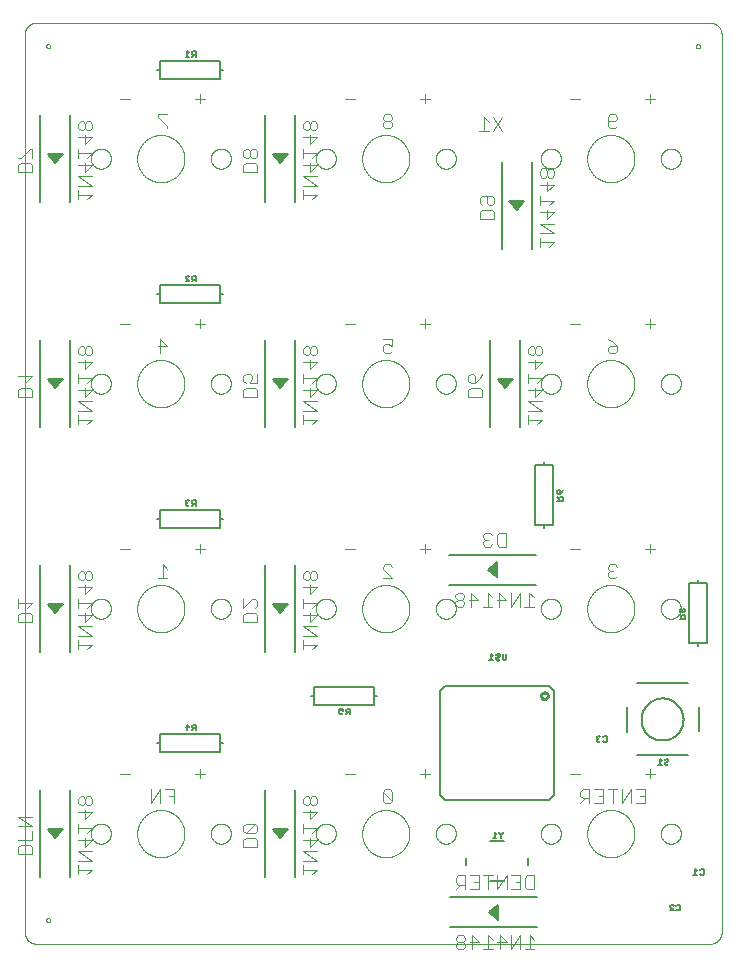
<source format=gbo>
G75*
%MOIN*%
%OFA0B0*%
%FSLAX25Y25*%
%IPPOS*%
%LPD*%
%AMOC8*
5,1,8,0,0,1.08239X$1,22.5*
%
%ADD10C,0.00000*%
%ADD11C,0.00400*%
%ADD12C,0.00500*%
%ADD13C,0.00800*%
%ADD14C,0.01000*%
D10*
X0005049Y0008592D02*
X0005049Y0307804D01*
X0005051Y0307928D01*
X0005057Y0308051D01*
X0005066Y0308175D01*
X0005080Y0308297D01*
X0005097Y0308420D01*
X0005119Y0308542D01*
X0005144Y0308663D01*
X0005173Y0308783D01*
X0005205Y0308902D01*
X0005242Y0309021D01*
X0005282Y0309138D01*
X0005325Y0309253D01*
X0005373Y0309368D01*
X0005424Y0309480D01*
X0005478Y0309591D01*
X0005536Y0309701D01*
X0005597Y0309808D01*
X0005662Y0309914D01*
X0005730Y0310017D01*
X0005801Y0310118D01*
X0005875Y0310217D01*
X0005952Y0310314D01*
X0006033Y0310408D01*
X0006116Y0310499D01*
X0006202Y0310588D01*
X0006291Y0310674D01*
X0006382Y0310757D01*
X0006476Y0310838D01*
X0006573Y0310915D01*
X0006672Y0310989D01*
X0006773Y0311060D01*
X0006876Y0311128D01*
X0006982Y0311193D01*
X0007089Y0311254D01*
X0007199Y0311312D01*
X0007310Y0311366D01*
X0007422Y0311417D01*
X0007537Y0311465D01*
X0007652Y0311508D01*
X0007769Y0311548D01*
X0007888Y0311585D01*
X0008007Y0311617D01*
X0008127Y0311646D01*
X0008248Y0311671D01*
X0008370Y0311693D01*
X0008493Y0311710D01*
X0008615Y0311724D01*
X0008739Y0311733D01*
X0008862Y0311739D01*
X0008986Y0311741D01*
X0233395Y0311741D01*
X0233519Y0311739D01*
X0233642Y0311733D01*
X0233766Y0311724D01*
X0233888Y0311710D01*
X0234011Y0311693D01*
X0234133Y0311671D01*
X0234254Y0311646D01*
X0234374Y0311617D01*
X0234493Y0311585D01*
X0234612Y0311548D01*
X0234729Y0311508D01*
X0234844Y0311465D01*
X0234959Y0311417D01*
X0235071Y0311366D01*
X0235182Y0311312D01*
X0235292Y0311254D01*
X0235399Y0311193D01*
X0235505Y0311128D01*
X0235608Y0311060D01*
X0235709Y0310989D01*
X0235808Y0310915D01*
X0235905Y0310838D01*
X0235999Y0310757D01*
X0236090Y0310674D01*
X0236179Y0310588D01*
X0236265Y0310499D01*
X0236348Y0310408D01*
X0236429Y0310314D01*
X0236506Y0310217D01*
X0236580Y0310118D01*
X0236651Y0310017D01*
X0236719Y0309914D01*
X0236784Y0309808D01*
X0236845Y0309701D01*
X0236903Y0309591D01*
X0236957Y0309480D01*
X0237008Y0309368D01*
X0237056Y0309253D01*
X0237099Y0309138D01*
X0237139Y0309021D01*
X0237176Y0308902D01*
X0237208Y0308783D01*
X0237237Y0308663D01*
X0237262Y0308542D01*
X0237284Y0308420D01*
X0237301Y0308297D01*
X0237315Y0308175D01*
X0237324Y0308051D01*
X0237330Y0307928D01*
X0237332Y0307804D01*
X0237332Y0008592D01*
X0237330Y0008468D01*
X0237324Y0008345D01*
X0237315Y0008221D01*
X0237301Y0008099D01*
X0237284Y0007976D01*
X0237262Y0007854D01*
X0237237Y0007733D01*
X0237208Y0007613D01*
X0237176Y0007494D01*
X0237139Y0007375D01*
X0237099Y0007258D01*
X0237056Y0007143D01*
X0237008Y0007028D01*
X0236957Y0006916D01*
X0236903Y0006805D01*
X0236845Y0006695D01*
X0236784Y0006588D01*
X0236719Y0006482D01*
X0236651Y0006379D01*
X0236580Y0006278D01*
X0236506Y0006179D01*
X0236429Y0006082D01*
X0236348Y0005988D01*
X0236265Y0005897D01*
X0236179Y0005808D01*
X0236090Y0005722D01*
X0235999Y0005639D01*
X0235905Y0005558D01*
X0235808Y0005481D01*
X0235709Y0005407D01*
X0235608Y0005336D01*
X0235505Y0005268D01*
X0235399Y0005203D01*
X0235292Y0005142D01*
X0235182Y0005084D01*
X0235071Y0005030D01*
X0234959Y0004979D01*
X0234844Y0004931D01*
X0234729Y0004888D01*
X0234612Y0004848D01*
X0234493Y0004811D01*
X0234374Y0004779D01*
X0234254Y0004750D01*
X0234133Y0004725D01*
X0234011Y0004703D01*
X0233888Y0004686D01*
X0233766Y0004672D01*
X0233642Y0004663D01*
X0233519Y0004657D01*
X0233395Y0004655D01*
X0008986Y0004655D01*
X0008862Y0004657D01*
X0008739Y0004663D01*
X0008615Y0004672D01*
X0008493Y0004686D01*
X0008370Y0004703D01*
X0008248Y0004725D01*
X0008127Y0004750D01*
X0008007Y0004779D01*
X0007888Y0004811D01*
X0007769Y0004848D01*
X0007652Y0004888D01*
X0007537Y0004931D01*
X0007422Y0004979D01*
X0007310Y0005030D01*
X0007199Y0005084D01*
X0007089Y0005142D01*
X0006982Y0005203D01*
X0006876Y0005268D01*
X0006773Y0005336D01*
X0006672Y0005407D01*
X0006573Y0005481D01*
X0006476Y0005558D01*
X0006382Y0005639D01*
X0006291Y0005722D01*
X0006202Y0005808D01*
X0006116Y0005897D01*
X0006033Y0005988D01*
X0005952Y0006082D01*
X0005875Y0006179D01*
X0005801Y0006278D01*
X0005730Y0006379D01*
X0005662Y0006482D01*
X0005597Y0006588D01*
X0005536Y0006695D01*
X0005478Y0006805D01*
X0005424Y0006916D01*
X0005373Y0007028D01*
X0005325Y0007143D01*
X0005282Y0007258D01*
X0005242Y0007375D01*
X0005205Y0007494D01*
X0005173Y0007613D01*
X0005144Y0007733D01*
X0005119Y0007854D01*
X0005097Y0007976D01*
X0005080Y0008099D01*
X0005066Y0008221D01*
X0005057Y0008345D01*
X0005051Y0008468D01*
X0005049Y0008592D01*
X0012234Y0012529D02*
X0012236Y0012581D01*
X0012242Y0012633D01*
X0012252Y0012684D01*
X0012265Y0012734D01*
X0012283Y0012784D01*
X0012304Y0012831D01*
X0012328Y0012877D01*
X0012357Y0012921D01*
X0012388Y0012963D01*
X0012422Y0013002D01*
X0012459Y0013039D01*
X0012499Y0013072D01*
X0012542Y0013103D01*
X0012586Y0013130D01*
X0012632Y0013154D01*
X0012681Y0013174D01*
X0012730Y0013190D01*
X0012781Y0013203D01*
X0012832Y0013212D01*
X0012884Y0013217D01*
X0012936Y0013218D01*
X0012988Y0013215D01*
X0013040Y0013208D01*
X0013091Y0013197D01*
X0013141Y0013183D01*
X0013190Y0013164D01*
X0013237Y0013142D01*
X0013282Y0013117D01*
X0013326Y0013088D01*
X0013367Y0013056D01*
X0013406Y0013021D01*
X0013441Y0012983D01*
X0013474Y0012942D01*
X0013504Y0012900D01*
X0013530Y0012855D01*
X0013553Y0012808D01*
X0013572Y0012759D01*
X0013588Y0012709D01*
X0013600Y0012659D01*
X0013608Y0012607D01*
X0013612Y0012555D01*
X0013612Y0012503D01*
X0013608Y0012451D01*
X0013600Y0012399D01*
X0013588Y0012349D01*
X0013572Y0012299D01*
X0013553Y0012250D01*
X0013530Y0012203D01*
X0013504Y0012158D01*
X0013474Y0012116D01*
X0013441Y0012075D01*
X0013406Y0012037D01*
X0013367Y0012002D01*
X0013326Y0011970D01*
X0013282Y0011941D01*
X0013237Y0011916D01*
X0013190Y0011894D01*
X0013141Y0011875D01*
X0013091Y0011861D01*
X0013040Y0011850D01*
X0012988Y0011843D01*
X0012936Y0011840D01*
X0012884Y0011841D01*
X0012832Y0011846D01*
X0012781Y0011855D01*
X0012730Y0011868D01*
X0012681Y0011884D01*
X0012632Y0011904D01*
X0012586Y0011928D01*
X0012542Y0011955D01*
X0012499Y0011986D01*
X0012459Y0012019D01*
X0012422Y0012056D01*
X0012388Y0012095D01*
X0012357Y0012137D01*
X0012328Y0012181D01*
X0012304Y0012227D01*
X0012283Y0012274D01*
X0012265Y0012324D01*
X0012252Y0012374D01*
X0012242Y0012425D01*
X0012236Y0012477D01*
X0012234Y0012529D01*
X0027057Y0041387D02*
X0027059Y0041502D01*
X0027065Y0041618D01*
X0027075Y0041733D01*
X0027089Y0041848D01*
X0027107Y0041962D01*
X0027129Y0042075D01*
X0027154Y0042188D01*
X0027184Y0042299D01*
X0027217Y0042410D01*
X0027254Y0042519D01*
X0027295Y0042627D01*
X0027340Y0042734D01*
X0027388Y0042839D01*
X0027440Y0042942D01*
X0027496Y0043043D01*
X0027555Y0043143D01*
X0027617Y0043240D01*
X0027683Y0043335D01*
X0027751Y0043428D01*
X0027823Y0043518D01*
X0027898Y0043606D01*
X0027977Y0043691D01*
X0028058Y0043773D01*
X0028141Y0043853D01*
X0028228Y0043929D01*
X0028317Y0044003D01*
X0028408Y0044073D01*
X0028502Y0044141D01*
X0028598Y0044205D01*
X0028697Y0044265D01*
X0028797Y0044322D01*
X0028899Y0044376D01*
X0029003Y0044426D01*
X0029109Y0044473D01*
X0029216Y0044516D01*
X0029325Y0044555D01*
X0029435Y0044590D01*
X0029546Y0044621D01*
X0029658Y0044649D01*
X0029771Y0044673D01*
X0029885Y0044693D01*
X0030000Y0044709D01*
X0030115Y0044721D01*
X0030230Y0044729D01*
X0030345Y0044733D01*
X0030461Y0044733D01*
X0030576Y0044729D01*
X0030691Y0044721D01*
X0030806Y0044709D01*
X0030921Y0044693D01*
X0031035Y0044673D01*
X0031148Y0044649D01*
X0031260Y0044621D01*
X0031371Y0044590D01*
X0031481Y0044555D01*
X0031590Y0044516D01*
X0031697Y0044473D01*
X0031803Y0044426D01*
X0031907Y0044376D01*
X0032009Y0044322D01*
X0032109Y0044265D01*
X0032208Y0044205D01*
X0032304Y0044141D01*
X0032398Y0044073D01*
X0032489Y0044003D01*
X0032578Y0043929D01*
X0032665Y0043853D01*
X0032748Y0043773D01*
X0032829Y0043691D01*
X0032908Y0043606D01*
X0032983Y0043518D01*
X0033055Y0043428D01*
X0033123Y0043335D01*
X0033189Y0043240D01*
X0033251Y0043143D01*
X0033310Y0043043D01*
X0033366Y0042942D01*
X0033418Y0042839D01*
X0033466Y0042734D01*
X0033511Y0042627D01*
X0033552Y0042519D01*
X0033589Y0042410D01*
X0033622Y0042299D01*
X0033652Y0042188D01*
X0033677Y0042075D01*
X0033699Y0041962D01*
X0033717Y0041848D01*
X0033731Y0041733D01*
X0033741Y0041618D01*
X0033747Y0041502D01*
X0033749Y0041387D01*
X0033747Y0041272D01*
X0033741Y0041156D01*
X0033731Y0041041D01*
X0033717Y0040926D01*
X0033699Y0040812D01*
X0033677Y0040699D01*
X0033652Y0040586D01*
X0033622Y0040475D01*
X0033589Y0040364D01*
X0033552Y0040255D01*
X0033511Y0040147D01*
X0033466Y0040040D01*
X0033418Y0039935D01*
X0033366Y0039832D01*
X0033310Y0039731D01*
X0033251Y0039631D01*
X0033189Y0039534D01*
X0033123Y0039439D01*
X0033055Y0039346D01*
X0032983Y0039256D01*
X0032908Y0039168D01*
X0032829Y0039083D01*
X0032748Y0039001D01*
X0032665Y0038921D01*
X0032578Y0038845D01*
X0032489Y0038771D01*
X0032398Y0038701D01*
X0032304Y0038633D01*
X0032208Y0038569D01*
X0032109Y0038509D01*
X0032009Y0038452D01*
X0031907Y0038398D01*
X0031803Y0038348D01*
X0031697Y0038301D01*
X0031590Y0038258D01*
X0031481Y0038219D01*
X0031371Y0038184D01*
X0031260Y0038153D01*
X0031148Y0038125D01*
X0031035Y0038101D01*
X0030921Y0038081D01*
X0030806Y0038065D01*
X0030691Y0038053D01*
X0030576Y0038045D01*
X0030461Y0038041D01*
X0030345Y0038041D01*
X0030230Y0038045D01*
X0030115Y0038053D01*
X0030000Y0038065D01*
X0029885Y0038081D01*
X0029771Y0038101D01*
X0029658Y0038125D01*
X0029546Y0038153D01*
X0029435Y0038184D01*
X0029325Y0038219D01*
X0029216Y0038258D01*
X0029109Y0038301D01*
X0029003Y0038348D01*
X0028899Y0038398D01*
X0028797Y0038452D01*
X0028697Y0038509D01*
X0028598Y0038569D01*
X0028502Y0038633D01*
X0028408Y0038701D01*
X0028317Y0038771D01*
X0028228Y0038845D01*
X0028141Y0038921D01*
X0028058Y0039001D01*
X0027977Y0039083D01*
X0027898Y0039168D01*
X0027823Y0039256D01*
X0027751Y0039346D01*
X0027683Y0039439D01*
X0027617Y0039534D01*
X0027555Y0039631D01*
X0027496Y0039731D01*
X0027440Y0039832D01*
X0027388Y0039935D01*
X0027340Y0040040D01*
X0027295Y0040147D01*
X0027254Y0040255D01*
X0027217Y0040364D01*
X0027184Y0040475D01*
X0027154Y0040586D01*
X0027129Y0040699D01*
X0027107Y0040812D01*
X0027089Y0040926D01*
X0027075Y0041041D01*
X0027065Y0041156D01*
X0027059Y0041272D01*
X0027057Y0041387D01*
X0042529Y0041387D02*
X0042531Y0041580D01*
X0042538Y0041773D01*
X0042550Y0041966D01*
X0042567Y0042159D01*
X0042588Y0042351D01*
X0042614Y0042542D01*
X0042645Y0042733D01*
X0042680Y0042923D01*
X0042720Y0043112D01*
X0042765Y0043300D01*
X0042814Y0043487D01*
X0042868Y0043673D01*
X0042926Y0043857D01*
X0042989Y0044040D01*
X0043057Y0044221D01*
X0043128Y0044400D01*
X0043205Y0044578D01*
X0043285Y0044754D01*
X0043370Y0044927D01*
X0043459Y0045099D01*
X0043552Y0045268D01*
X0043649Y0045435D01*
X0043751Y0045600D01*
X0043856Y0045762D01*
X0043965Y0045921D01*
X0044079Y0046078D01*
X0044196Y0046231D01*
X0044316Y0046382D01*
X0044441Y0046530D01*
X0044569Y0046675D01*
X0044700Y0046816D01*
X0044835Y0046955D01*
X0044974Y0047090D01*
X0045115Y0047221D01*
X0045260Y0047349D01*
X0045408Y0047474D01*
X0045559Y0047594D01*
X0045712Y0047711D01*
X0045869Y0047825D01*
X0046028Y0047934D01*
X0046190Y0048039D01*
X0046355Y0048141D01*
X0046522Y0048238D01*
X0046691Y0048331D01*
X0046863Y0048420D01*
X0047036Y0048505D01*
X0047212Y0048585D01*
X0047390Y0048662D01*
X0047569Y0048733D01*
X0047750Y0048801D01*
X0047933Y0048864D01*
X0048117Y0048922D01*
X0048303Y0048976D01*
X0048490Y0049025D01*
X0048678Y0049070D01*
X0048867Y0049110D01*
X0049057Y0049145D01*
X0049248Y0049176D01*
X0049439Y0049202D01*
X0049631Y0049223D01*
X0049824Y0049240D01*
X0050017Y0049252D01*
X0050210Y0049259D01*
X0050403Y0049261D01*
X0050596Y0049259D01*
X0050789Y0049252D01*
X0050982Y0049240D01*
X0051175Y0049223D01*
X0051367Y0049202D01*
X0051558Y0049176D01*
X0051749Y0049145D01*
X0051939Y0049110D01*
X0052128Y0049070D01*
X0052316Y0049025D01*
X0052503Y0048976D01*
X0052689Y0048922D01*
X0052873Y0048864D01*
X0053056Y0048801D01*
X0053237Y0048733D01*
X0053416Y0048662D01*
X0053594Y0048585D01*
X0053770Y0048505D01*
X0053943Y0048420D01*
X0054115Y0048331D01*
X0054284Y0048238D01*
X0054451Y0048141D01*
X0054616Y0048039D01*
X0054778Y0047934D01*
X0054937Y0047825D01*
X0055094Y0047711D01*
X0055247Y0047594D01*
X0055398Y0047474D01*
X0055546Y0047349D01*
X0055691Y0047221D01*
X0055832Y0047090D01*
X0055971Y0046955D01*
X0056106Y0046816D01*
X0056237Y0046675D01*
X0056365Y0046530D01*
X0056490Y0046382D01*
X0056610Y0046231D01*
X0056727Y0046078D01*
X0056841Y0045921D01*
X0056950Y0045762D01*
X0057055Y0045600D01*
X0057157Y0045435D01*
X0057254Y0045268D01*
X0057347Y0045099D01*
X0057436Y0044927D01*
X0057521Y0044754D01*
X0057601Y0044578D01*
X0057678Y0044400D01*
X0057749Y0044221D01*
X0057817Y0044040D01*
X0057880Y0043857D01*
X0057938Y0043673D01*
X0057992Y0043487D01*
X0058041Y0043300D01*
X0058086Y0043112D01*
X0058126Y0042923D01*
X0058161Y0042733D01*
X0058192Y0042542D01*
X0058218Y0042351D01*
X0058239Y0042159D01*
X0058256Y0041966D01*
X0058268Y0041773D01*
X0058275Y0041580D01*
X0058277Y0041387D01*
X0058275Y0041194D01*
X0058268Y0041001D01*
X0058256Y0040808D01*
X0058239Y0040615D01*
X0058218Y0040423D01*
X0058192Y0040232D01*
X0058161Y0040041D01*
X0058126Y0039851D01*
X0058086Y0039662D01*
X0058041Y0039474D01*
X0057992Y0039287D01*
X0057938Y0039101D01*
X0057880Y0038917D01*
X0057817Y0038734D01*
X0057749Y0038553D01*
X0057678Y0038374D01*
X0057601Y0038196D01*
X0057521Y0038020D01*
X0057436Y0037847D01*
X0057347Y0037675D01*
X0057254Y0037506D01*
X0057157Y0037339D01*
X0057055Y0037174D01*
X0056950Y0037012D01*
X0056841Y0036853D01*
X0056727Y0036696D01*
X0056610Y0036543D01*
X0056490Y0036392D01*
X0056365Y0036244D01*
X0056237Y0036099D01*
X0056106Y0035958D01*
X0055971Y0035819D01*
X0055832Y0035684D01*
X0055691Y0035553D01*
X0055546Y0035425D01*
X0055398Y0035300D01*
X0055247Y0035180D01*
X0055094Y0035063D01*
X0054937Y0034949D01*
X0054778Y0034840D01*
X0054616Y0034735D01*
X0054451Y0034633D01*
X0054284Y0034536D01*
X0054115Y0034443D01*
X0053943Y0034354D01*
X0053770Y0034269D01*
X0053594Y0034189D01*
X0053416Y0034112D01*
X0053237Y0034041D01*
X0053056Y0033973D01*
X0052873Y0033910D01*
X0052689Y0033852D01*
X0052503Y0033798D01*
X0052316Y0033749D01*
X0052128Y0033704D01*
X0051939Y0033664D01*
X0051749Y0033629D01*
X0051558Y0033598D01*
X0051367Y0033572D01*
X0051175Y0033551D01*
X0050982Y0033534D01*
X0050789Y0033522D01*
X0050596Y0033515D01*
X0050403Y0033513D01*
X0050210Y0033515D01*
X0050017Y0033522D01*
X0049824Y0033534D01*
X0049631Y0033551D01*
X0049439Y0033572D01*
X0049248Y0033598D01*
X0049057Y0033629D01*
X0048867Y0033664D01*
X0048678Y0033704D01*
X0048490Y0033749D01*
X0048303Y0033798D01*
X0048117Y0033852D01*
X0047933Y0033910D01*
X0047750Y0033973D01*
X0047569Y0034041D01*
X0047390Y0034112D01*
X0047212Y0034189D01*
X0047036Y0034269D01*
X0046863Y0034354D01*
X0046691Y0034443D01*
X0046522Y0034536D01*
X0046355Y0034633D01*
X0046190Y0034735D01*
X0046028Y0034840D01*
X0045869Y0034949D01*
X0045712Y0035063D01*
X0045559Y0035180D01*
X0045408Y0035300D01*
X0045260Y0035425D01*
X0045115Y0035553D01*
X0044974Y0035684D01*
X0044835Y0035819D01*
X0044700Y0035958D01*
X0044569Y0036099D01*
X0044441Y0036244D01*
X0044316Y0036392D01*
X0044196Y0036543D01*
X0044079Y0036696D01*
X0043965Y0036853D01*
X0043856Y0037012D01*
X0043751Y0037174D01*
X0043649Y0037339D01*
X0043552Y0037506D01*
X0043459Y0037675D01*
X0043370Y0037847D01*
X0043285Y0038020D01*
X0043205Y0038196D01*
X0043128Y0038374D01*
X0043057Y0038553D01*
X0042989Y0038734D01*
X0042926Y0038917D01*
X0042868Y0039101D01*
X0042814Y0039287D01*
X0042765Y0039474D01*
X0042720Y0039662D01*
X0042680Y0039851D01*
X0042645Y0040041D01*
X0042614Y0040232D01*
X0042588Y0040423D01*
X0042567Y0040615D01*
X0042550Y0040808D01*
X0042538Y0041001D01*
X0042531Y0041194D01*
X0042529Y0041387D01*
X0067057Y0041387D02*
X0067059Y0041502D01*
X0067065Y0041618D01*
X0067075Y0041733D01*
X0067089Y0041848D01*
X0067107Y0041962D01*
X0067129Y0042075D01*
X0067154Y0042188D01*
X0067184Y0042299D01*
X0067217Y0042410D01*
X0067254Y0042519D01*
X0067295Y0042627D01*
X0067340Y0042734D01*
X0067388Y0042839D01*
X0067440Y0042942D01*
X0067496Y0043043D01*
X0067555Y0043143D01*
X0067617Y0043240D01*
X0067683Y0043335D01*
X0067751Y0043428D01*
X0067823Y0043518D01*
X0067898Y0043606D01*
X0067977Y0043691D01*
X0068058Y0043773D01*
X0068141Y0043853D01*
X0068228Y0043929D01*
X0068317Y0044003D01*
X0068408Y0044073D01*
X0068502Y0044141D01*
X0068598Y0044205D01*
X0068697Y0044265D01*
X0068797Y0044322D01*
X0068899Y0044376D01*
X0069003Y0044426D01*
X0069109Y0044473D01*
X0069216Y0044516D01*
X0069325Y0044555D01*
X0069435Y0044590D01*
X0069546Y0044621D01*
X0069658Y0044649D01*
X0069771Y0044673D01*
X0069885Y0044693D01*
X0070000Y0044709D01*
X0070115Y0044721D01*
X0070230Y0044729D01*
X0070345Y0044733D01*
X0070461Y0044733D01*
X0070576Y0044729D01*
X0070691Y0044721D01*
X0070806Y0044709D01*
X0070921Y0044693D01*
X0071035Y0044673D01*
X0071148Y0044649D01*
X0071260Y0044621D01*
X0071371Y0044590D01*
X0071481Y0044555D01*
X0071590Y0044516D01*
X0071697Y0044473D01*
X0071803Y0044426D01*
X0071907Y0044376D01*
X0072009Y0044322D01*
X0072109Y0044265D01*
X0072208Y0044205D01*
X0072304Y0044141D01*
X0072398Y0044073D01*
X0072489Y0044003D01*
X0072578Y0043929D01*
X0072665Y0043853D01*
X0072748Y0043773D01*
X0072829Y0043691D01*
X0072908Y0043606D01*
X0072983Y0043518D01*
X0073055Y0043428D01*
X0073123Y0043335D01*
X0073189Y0043240D01*
X0073251Y0043143D01*
X0073310Y0043043D01*
X0073366Y0042942D01*
X0073418Y0042839D01*
X0073466Y0042734D01*
X0073511Y0042627D01*
X0073552Y0042519D01*
X0073589Y0042410D01*
X0073622Y0042299D01*
X0073652Y0042188D01*
X0073677Y0042075D01*
X0073699Y0041962D01*
X0073717Y0041848D01*
X0073731Y0041733D01*
X0073741Y0041618D01*
X0073747Y0041502D01*
X0073749Y0041387D01*
X0073747Y0041272D01*
X0073741Y0041156D01*
X0073731Y0041041D01*
X0073717Y0040926D01*
X0073699Y0040812D01*
X0073677Y0040699D01*
X0073652Y0040586D01*
X0073622Y0040475D01*
X0073589Y0040364D01*
X0073552Y0040255D01*
X0073511Y0040147D01*
X0073466Y0040040D01*
X0073418Y0039935D01*
X0073366Y0039832D01*
X0073310Y0039731D01*
X0073251Y0039631D01*
X0073189Y0039534D01*
X0073123Y0039439D01*
X0073055Y0039346D01*
X0072983Y0039256D01*
X0072908Y0039168D01*
X0072829Y0039083D01*
X0072748Y0039001D01*
X0072665Y0038921D01*
X0072578Y0038845D01*
X0072489Y0038771D01*
X0072398Y0038701D01*
X0072304Y0038633D01*
X0072208Y0038569D01*
X0072109Y0038509D01*
X0072009Y0038452D01*
X0071907Y0038398D01*
X0071803Y0038348D01*
X0071697Y0038301D01*
X0071590Y0038258D01*
X0071481Y0038219D01*
X0071371Y0038184D01*
X0071260Y0038153D01*
X0071148Y0038125D01*
X0071035Y0038101D01*
X0070921Y0038081D01*
X0070806Y0038065D01*
X0070691Y0038053D01*
X0070576Y0038045D01*
X0070461Y0038041D01*
X0070345Y0038041D01*
X0070230Y0038045D01*
X0070115Y0038053D01*
X0070000Y0038065D01*
X0069885Y0038081D01*
X0069771Y0038101D01*
X0069658Y0038125D01*
X0069546Y0038153D01*
X0069435Y0038184D01*
X0069325Y0038219D01*
X0069216Y0038258D01*
X0069109Y0038301D01*
X0069003Y0038348D01*
X0068899Y0038398D01*
X0068797Y0038452D01*
X0068697Y0038509D01*
X0068598Y0038569D01*
X0068502Y0038633D01*
X0068408Y0038701D01*
X0068317Y0038771D01*
X0068228Y0038845D01*
X0068141Y0038921D01*
X0068058Y0039001D01*
X0067977Y0039083D01*
X0067898Y0039168D01*
X0067823Y0039256D01*
X0067751Y0039346D01*
X0067683Y0039439D01*
X0067617Y0039534D01*
X0067555Y0039631D01*
X0067496Y0039731D01*
X0067440Y0039832D01*
X0067388Y0039935D01*
X0067340Y0040040D01*
X0067295Y0040147D01*
X0067254Y0040255D01*
X0067217Y0040364D01*
X0067184Y0040475D01*
X0067154Y0040586D01*
X0067129Y0040699D01*
X0067107Y0040812D01*
X0067089Y0040926D01*
X0067075Y0041041D01*
X0067065Y0041156D01*
X0067059Y0041272D01*
X0067057Y0041387D01*
X0102057Y0041387D02*
X0102059Y0041502D01*
X0102065Y0041618D01*
X0102075Y0041733D01*
X0102089Y0041848D01*
X0102107Y0041962D01*
X0102129Y0042075D01*
X0102154Y0042188D01*
X0102184Y0042299D01*
X0102217Y0042410D01*
X0102254Y0042519D01*
X0102295Y0042627D01*
X0102340Y0042734D01*
X0102388Y0042839D01*
X0102440Y0042942D01*
X0102496Y0043043D01*
X0102555Y0043143D01*
X0102617Y0043240D01*
X0102683Y0043335D01*
X0102751Y0043428D01*
X0102823Y0043518D01*
X0102898Y0043606D01*
X0102977Y0043691D01*
X0103058Y0043773D01*
X0103141Y0043853D01*
X0103228Y0043929D01*
X0103317Y0044003D01*
X0103408Y0044073D01*
X0103502Y0044141D01*
X0103598Y0044205D01*
X0103697Y0044265D01*
X0103797Y0044322D01*
X0103899Y0044376D01*
X0104003Y0044426D01*
X0104109Y0044473D01*
X0104216Y0044516D01*
X0104325Y0044555D01*
X0104435Y0044590D01*
X0104546Y0044621D01*
X0104658Y0044649D01*
X0104771Y0044673D01*
X0104885Y0044693D01*
X0105000Y0044709D01*
X0105115Y0044721D01*
X0105230Y0044729D01*
X0105345Y0044733D01*
X0105461Y0044733D01*
X0105576Y0044729D01*
X0105691Y0044721D01*
X0105806Y0044709D01*
X0105921Y0044693D01*
X0106035Y0044673D01*
X0106148Y0044649D01*
X0106260Y0044621D01*
X0106371Y0044590D01*
X0106481Y0044555D01*
X0106590Y0044516D01*
X0106697Y0044473D01*
X0106803Y0044426D01*
X0106907Y0044376D01*
X0107009Y0044322D01*
X0107109Y0044265D01*
X0107208Y0044205D01*
X0107304Y0044141D01*
X0107398Y0044073D01*
X0107489Y0044003D01*
X0107578Y0043929D01*
X0107665Y0043853D01*
X0107748Y0043773D01*
X0107829Y0043691D01*
X0107908Y0043606D01*
X0107983Y0043518D01*
X0108055Y0043428D01*
X0108123Y0043335D01*
X0108189Y0043240D01*
X0108251Y0043143D01*
X0108310Y0043043D01*
X0108366Y0042942D01*
X0108418Y0042839D01*
X0108466Y0042734D01*
X0108511Y0042627D01*
X0108552Y0042519D01*
X0108589Y0042410D01*
X0108622Y0042299D01*
X0108652Y0042188D01*
X0108677Y0042075D01*
X0108699Y0041962D01*
X0108717Y0041848D01*
X0108731Y0041733D01*
X0108741Y0041618D01*
X0108747Y0041502D01*
X0108749Y0041387D01*
X0108747Y0041272D01*
X0108741Y0041156D01*
X0108731Y0041041D01*
X0108717Y0040926D01*
X0108699Y0040812D01*
X0108677Y0040699D01*
X0108652Y0040586D01*
X0108622Y0040475D01*
X0108589Y0040364D01*
X0108552Y0040255D01*
X0108511Y0040147D01*
X0108466Y0040040D01*
X0108418Y0039935D01*
X0108366Y0039832D01*
X0108310Y0039731D01*
X0108251Y0039631D01*
X0108189Y0039534D01*
X0108123Y0039439D01*
X0108055Y0039346D01*
X0107983Y0039256D01*
X0107908Y0039168D01*
X0107829Y0039083D01*
X0107748Y0039001D01*
X0107665Y0038921D01*
X0107578Y0038845D01*
X0107489Y0038771D01*
X0107398Y0038701D01*
X0107304Y0038633D01*
X0107208Y0038569D01*
X0107109Y0038509D01*
X0107009Y0038452D01*
X0106907Y0038398D01*
X0106803Y0038348D01*
X0106697Y0038301D01*
X0106590Y0038258D01*
X0106481Y0038219D01*
X0106371Y0038184D01*
X0106260Y0038153D01*
X0106148Y0038125D01*
X0106035Y0038101D01*
X0105921Y0038081D01*
X0105806Y0038065D01*
X0105691Y0038053D01*
X0105576Y0038045D01*
X0105461Y0038041D01*
X0105345Y0038041D01*
X0105230Y0038045D01*
X0105115Y0038053D01*
X0105000Y0038065D01*
X0104885Y0038081D01*
X0104771Y0038101D01*
X0104658Y0038125D01*
X0104546Y0038153D01*
X0104435Y0038184D01*
X0104325Y0038219D01*
X0104216Y0038258D01*
X0104109Y0038301D01*
X0104003Y0038348D01*
X0103899Y0038398D01*
X0103797Y0038452D01*
X0103697Y0038509D01*
X0103598Y0038569D01*
X0103502Y0038633D01*
X0103408Y0038701D01*
X0103317Y0038771D01*
X0103228Y0038845D01*
X0103141Y0038921D01*
X0103058Y0039001D01*
X0102977Y0039083D01*
X0102898Y0039168D01*
X0102823Y0039256D01*
X0102751Y0039346D01*
X0102683Y0039439D01*
X0102617Y0039534D01*
X0102555Y0039631D01*
X0102496Y0039731D01*
X0102440Y0039832D01*
X0102388Y0039935D01*
X0102340Y0040040D01*
X0102295Y0040147D01*
X0102254Y0040255D01*
X0102217Y0040364D01*
X0102184Y0040475D01*
X0102154Y0040586D01*
X0102129Y0040699D01*
X0102107Y0040812D01*
X0102089Y0040926D01*
X0102075Y0041041D01*
X0102065Y0041156D01*
X0102059Y0041272D01*
X0102057Y0041387D01*
X0117529Y0041387D02*
X0117531Y0041580D01*
X0117538Y0041773D01*
X0117550Y0041966D01*
X0117567Y0042159D01*
X0117588Y0042351D01*
X0117614Y0042542D01*
X0117645Y0042733D01*
X0117680Y0042923D01*
X0117720Y0043112D01*
X0117765Y0043300D01*
X0117814Y0043487D01*
X0117868Y0043673D01*
X0117926Y0043857D01*
X0117989Y0044040D01*
X0118057Y0044221D01*
X0118128Y0044400D01*
X0118205Y0044578D01*
X0118285Y0044754D01*
X0118370Y0044927D01*
X0118459Y0045099D01*
X0118552Y0045268D01*
X0118649Y0045435D01*
X0118751Y0045600D01*
X0118856Y0045762D01*
X0118965Y0045921D01*
X0119079Y0046078D01*
X0119196Y0046231D01*
X0119316Y0046382D01*
X0119441Y0046530D01*
X0119569Y0046675D01*
X0119700Y0046816D01*
X0119835Y0046955D01*
X0119974Y0047090D01*
X0120115Y0047221D01*
X0120260Y0047349D01*
X0120408Y0047474D01*
X0120559Y0047594D01*
X0120712Y0047711D01*
X0120869Y0047825D01*
X0121028Y0047934D01*
X0121190Y0048039D01*
X0121355Y0048141D01*
X0121522Y0048238D01*
X0121691Y0048331D01*
X0121863Y0048420D01*
X0122036Y0048505D01*
X0122212Y0048585D01*
X0122390Y0048662D01*
X0122569Y0048733D01*
X0122750Y0048801D01*
X0122933Y0048864D01*
X0123117Y0048922D01*
X0123303Y0048976D01*
X0123490Y0049025D01*
X0123678Y0049070D01*
X0123867Y0049110D01*
X0124057Y0049145D01*
X0124248Y0049176D01*
X0124439Y0049202D01*
X0124631Y0049223D01*
X0124824Y0049240D01*
X0125017Y0049252D01*
X0125210Y0049259D01*
X0125403Y0049261D01*
X0125596Y0049259D01*
X0125789Y0049252D01*
X0125982Y0049240D01*
X0126175Y0049223D01*
X0126367Y0049202D01*
X0126558Y0049176D01*
X0126749Y0049145D01*
X0126939Y0049110D01*
X0127128Y0049070D01*
X0127316Y0049025D01*
X0127503Y0048976D01*
X0127689Y0048922D01*
X0127873Y0048864D01*
X0128056Y0048801D01*
X0128237Y0048733D01*
X0128416Y0048662D01*
X0128594Y0048585D01*
X0128770Y0048505D01*
X0128943Y0048420D01*
X0129115Y0048331D01*
X0129284Y0048238D01*
X0129451Y0048141D01*
X0129616Y0048039D01*
X0129778Y0047934D01*
X0129937Y0047825D01*
X0130094Y0047711D01*
X0130247Y0047594D01*
X0130398Y0047474D01*
X0130546Y0047349D01*
X0130691Y0047221D01*
X0130832Y0047090D01*
X0130971Y0046955D01*
X0131106Y0046816D01*
X0131237Y0046675D01*
X0131365Y0046530D01*
X0131490Y0046382D01*
X0131610Y0046231D01*
X0131727Y0046078D01*
X0131841Y0045921D01*
X0131950Y0045762D01*
X0132055Y0045600D01*
X0132157Y0045435D01*
X0132254Y0045268D01*
X0132347Y0045099D01*
X0132436Y0044927D01*
X0132521Y0044754D01*
X0132601Y0044578D01*
X0132678Y0044400D01*
X0132749Y0044221D01*
X0132817Y0044040D01*
X0132880Y0043857D01*
X0132938Y0043673D01*
X0132992Y0043487D01*
X0133041Y0043300D01*
X0133086Y0043112D01*
X0133126Y0042923D01*
X0133161Y0042733D01*
X0133192Y0042542D01*
X0133218Y0042351D01*
X0133239Y0042159D01*
X0133256Y0041966D01*
X0133268Y0041773D01*
X0133275Y0041580D01*
X0133277Y0041387D01*
X0133275Y0041194D01*
X0133268Y0041001D01*
X0133256Y0040808D01*
X0133239Y0040615D01*
X0133218Y0040423D01*
X0133192Y0040232D01*
X0133161Y0040041D01*
X0133126Y0039851D01*
X0133086Y0039662D01*
X0133041Y0039474D01*
X0132992Y0039287D01*
X0132938Y0039101D01*
X0132880Y0038917D01*
X0132817Y0038734D01*
X0132749Y0038553D01*
X0132678Y0038374D01*
X0132601Y0038196D01*
X0132521Y0038020D01*
X0132436Y0037847D01*
X0132347Y0037675D01*
X0132254Y0037506D01*
X0132157Y0037339D01*
X0132055Y0037174D01*
X0131950Y0037012D01*
X0131841Y0036853D01*
X0131727Y0036696D01*
X0131610Y0036543D01*
X0131490Y0036392D01*
X0131365Y0036244D01*
X0131237Y0036099D01*
X0131106Y0035958D01*
X0130971Y0035819D01*
X0130832Y0035684D01*
X0130691Y0035553D01*
X0130546Y0035425D01*
X0130398Y0035300D01*
X0130247Y0035180D01*
X0130094Y0035063D01*
X0129937Y0034949D01*
X0129778Y0034840D01*
X0129616Y0034735D01*
X0129451Y0034633D01*
X0129284Y0034536D01*
X0129115Y0034443D01*
X0128943Y0034354D01*
X0128770Y0034269D01*
X0128594Y0034189D01*
X0128416Y0034112D01*
X0128237Y0034041D01*
X0128056Y0033973D01*
X0127873Y0033910D01*
X0127689Y0033852D01*
X0127503Y0033798D01*
X0127316Y0033749D01*
X0127128Y0033704D01*
X0126939Y0033664D01*
X0126749Y0033629D01*
X0126558Y0033598D01*
X0126367Y0033572D01*
X0126175Y0033551D01*
X0125982Y0033534D01*
X0125789Y0033522D01*
X0125596Y0033515D01*
X0125403Y0033513D01*
X0125210Y0033515D01*
X0125017Y0033522D01*
X0124824Y0033534D01*
X0124631Y0033551D01*
X0124439Y0033572D01*
X0124248Y0033598D01*
X0124057Y0033629D01*
X0123867Y0033664D01*
X0123678Y0033704D01*
X0123490Y0033749D01*
X0123303Y0033798D01*
X0123117Y0033852D01*
X0122933Y0033910D01*
X0122750Y0033973D01*
X0122569Y0034041D01*
X0122390Y0034112D01*
X0122212Y0034189D01*
X0122036Y0034269D01*
X0121863Y0034354D01*
X0121691Y0034443D01*
X0121522Y0034536D01*
X0121355Y0034633D01*
X0121190Y0034735D01*
X0121028Y0034840D01*
X0120869Y0034949D01*
X0120712Y0035063D01*
X0120559Y0035180D01*
X0120408Y0035300D01*
X0120260Y0035425D01*
X0120115Y0035553D01*
X0119974Y0035684D01*
X0119835Y0035819D01*
X0119700Y0035958D01*
X0119569Y0036099D01*
X0119441Y0036244D01*
X0119316Y0036392D01*
X0119196Y0036543D01*
X0119079Y0036696D01*
X0118965Y0036853D01*
X0118856Y0037012D01*
X0118751Y0037174D01*
X0118649Y0037339D01*
X0118552Y0037506D01*
X0118459Y0037675D01*
X0118370Y0037847D01*
X0118285Y0038020D01*
X0118205Y0038196D01*
X0118128Y0038374D01*
X0118057Y0038553D01*
X0117989Y0038734D01*
X0117926Y0038917D01*
X0117868Y0039101D01*
X0117814Y0039287D01*
X0117765Y0039474D01*
X0117720Y0039662D01*
X0117680Y0039851D01*
X0117645Y0040041D01*
X0117614Y0040232D01*
X0117588Y0040423D01*
X0117567Y0040615D01*
X0117550Y0040808D01*
X0117538Y0041001D01*
X0117531Y0041194D01*
X0117529Y0041387D01*
X0142057Y0041387D02*
X0142059Y0041502D01*
X0142065Y0041618D01*
X0142075Y0041733D01*
X0142089Y0041848D01*
X0142107Y0041962D01*
X0142129Y0042075D01*
X0142154Y0042188D01*
X0142184Y0042299D01*
X0142217Y0042410D01*
X0142254Y0042519D01*
X0142295Y0042627D01*
X0142340Y0042734D01*
X0142388Y0042839D01*
X0142440Y0042942D01*
X0142496Y0043043D01*
X0142555Y0043143D01*
X0142617Y0043240D01*
X0142683Y0043335D01*
X0142751Y0043428D01*
X0142823Y0043518D01*
X0142898Y0043606D01*
X0142977Y0043691D01*
X0143058Y0043773D01*
X0143141Y0043853D01*
X0143228Y0043929D01*
X0143317Y0044003D01*
X0143408Y0044073D01*
X0143502Y0044141D01*
X0143598Y0044205D01*
X0143697Y0044265D01*
X0143797Y0044322D01*
X0143899Y0044376D01*
X0144003Y0044426D01*
X0144109Y0044473D01*
X0144216Y0044516D01*
X0144325Y0044555D01*
X0144435Y0044590D01*
X0144546Y0044621D01*
X0144658Y0044649D01*
X0144771Y0044673D01*
X0144885Y0044693D01*
X0145000Y0044709D01*
X0145115Y0044721D01*
X0145230Y0044729D01*
X0145345Y0044733D01*
X0145461Y0044733D01*
X0145576Y0044729D01*
X0145691Y0044721D01*
X0145806Y0044709D01*
X0145921Y0044693D01*
X0146035Y0044673D01*
X0146148Y0044649D01*
X0146260Y0044621D01*
X0146371Y0044590D01*
X0146481Y0044555D01*
X0146590Y0044516D01*
X0146697Y0044473D01*
X0146803Y0044426D01*
X0146907Y0044376D01*
X0147009Y0044322D01*
X0147109Y0044265D01*
X0147208Y0044205D01*
X0147304Y0044141D01*
X0147398Y0044073D01*
X0147489Y0044003D01*
X0147578Y0043929D01*
X0147665Y0043853D01*
X0147748Y0043773D01*
X0147829Y0043691D01*
X0147908Y0043606D01*
X0147983Y0043518D01*
X0148055Y0043428D01*
X0148123Y0043335D01*
X0148189Y0043240D01*
X0148251Y0043143D01*
X0148310Y0043043D01*
X0148366Y0042942D01*
X0148418Y0042839D01*
X0148466Y0042734D01*
X0148511Y0042627D01*
X0148552Y0042519D01*
X0148589Y0042410D01*
X0148622Y0042299D01*
X0148652Y0042188D01*
X0148677Y0042075D01*
X0148699Y0041962D01*
X0148717Y0041848D01*
X0148731Y0041733D01*
X0148741Y0041618D01*
X0148747Y0041502D01*
X0148749Y0041387D01*
X0148747Y0041272D01*
X0148741Y0041156D01*
X0148731Y0041041D01*
X0148717Y0040926D01*
X0148699Y0040812D01*
X0148677Y0040699D01*
X0148652Y0040586D01*
X0148622Y0040475D01*
X0148589Y0040364D01*
X0148552Y0040255D01*
X0148511Y0040147D01*
X0148466Y0040040D01*
X0148418Y0039935D01*
X0148366Y0039832D01*
X0148310Y0039731D01*
X0148251Y0039631D01*
X0148189Y0039534D01*
X0148123Y0039439D01*
X0148055Y0039346D01*
X0147983Y0039256D01*
X0147908Y0039168D01*
X0147829Y0039083D01*
X0147748Y0039001D01*
X0147665Y0038921D01*
X0147578Y0038845D01*
X0147489Y0038771D01*
X0147398Y0038701D01*
X0147304Y0038633D01*
X0147208Y0038569D01*
X0147109Y0038509D01*
X0147009Y0038452D01*
X0146907Y0038398D01*
X0146803Y0038348D01*
X0146697Y0038301D01*
X0146590Y0038258D01*
X0146481Y0038219D01*
X0146371Y0038184D01*
X0146260Y0038153D01*
X0146148Y0038125D01*
X0146035Y0038101D01*
X0145921Y0038081D01*
X0145806Y0038065D01*
X0145691Y0038053D01*
X0145576Y0038045D01*
X0145461Y0038041D01*
X0145345Y0038041D01*
X0145230Y0038045D01*
X0145115Y0038053D01*
X0145000Y0038065D01*
X0144885Y0038081D01*
X0144771Y0038101D01*
X0144658Y0038125D01*
X0144546Y0038153D01*
X0144435Y0038184D01*
X0144325Y0038219D01*
X0144216Y0038258D01*
X0144109Y0038301D01*
X0144003Y0038348D01*
X0143899Y0038398D01*
X0143797Y0038452D01*
X0143697Y0038509D01*
X0143598Y0038569D01*
X0143502Y0038633D01*
X0143408Y0038701D01*
X0143317Y0038771D01*
X0143228Y0038845D01*
X0143141Y0038921D01*
X0143058Y0039001D01*
X0142977Y0039083D01*
X0142898Y0039168D01*
X0142823Y0039256D01*
X0142751Y0039346D01*
X0142683Y0039439D01*
X0142617Y0039534D01*
X0142555Y0039631D01*
X0142496Y0039731D01*
X0142440Y0039832D01*
X0142388Y0039935D01*
X0142340Y0040040D01*
X0142295Y0040147D01*
X0142254Y0040255D01*
X0142217Y0040364D01*
X0142184Y0040475D01*
X0142154Y0040586D01*
X0142129Y0040699D01*
X0142107Y0040812D01*
X0142089Y0040926D01*
X0142075Y0041041D01*
X0142065Y0041156D01*
X0142059Y0041272D01*
X0142057Y0041387D01*
X0177057Y0041387D02*
X0177059Y0041502D01*
X0177065Y0041618D01*
X0177075Y0041733D01*
X0177089Y0041848D01*
X0177107Y0041962D01*
X0177129Y0042075D01*
X0177154Y0042188D01*
X0177184Y0042299D01*
X0177217Y0042410D01*
X0177254Y0042519D01*
X0177295Y0042627D01*
X0177340Y0042734D01*
X0177388Y0042839D01*
X0177440Y0042942D01*
X0177496Y0043043D01*
X0177555Y0043143D01*
X0177617Y0043240D01*
X0177683Y0043335D01*
X0177751Y0043428D01*
X0177823Y0043518D01*
X0177898Y0043606D01*
X0177977Y0043691D01*
X0178058Y0043773D01*
X0178141Y0043853D01*
X0178228Y0043929D01*
X0178317Y0044003D01*
X0178408Y0044073D01*
X0178502Y0044141D01*
X0178598Y0044205D01*
X0178697Y0044265D01*
X0178797Y0044322D01*
X0178899Y0044376D01*
X0179003Y0044426D01*
X0179109Y0044473D01*
X0179216Y0044516D01*
X0179325Y0044555D01*
X0179435Y0044590D01*
X0179546Y0044621D01*
X0179658Y0044649D01*
X0179771Y0044673D01*
X0179885Y0044693D01*
X0180000Y0044709D01*
X0180115Y0044721D01*
X0180230Y0044729D01*
X0180345Y0044733D01*
X0180461Y0044733D01*
X0180576Y0044729D01*
X0180691Y0044721D01*
X0180806Y0044709D01*
X0180921Y0044693D01*
X0181035Y0044673D01*
X0181148Y0044649D01*
X0181260Y0044621D01*
X0181371Y0044590D01*
X0181481Y0044555D01*
X0181590Y0044516D01*
X0181697Y0044473D01*
X0181803Y0044426D01*
X0181907Y0044376D01*
X0182009Y0044322D01*
X0182109Y0044265D01*
X0182208Y0044205D01*
X0182304Y0044141D01*
X0182398Y0044073D01*
X0182489Y0044003D01*
X0182578Y0043929D01*
X0182665Y0043853D01*
X0182748Y0043773D01*
X0182829Y0043691D01*
X0182908Y0043606D01*
X0182983Y0043518D01*
X0183055Y0043428D01*
X0183123Y0043335D01*
X0183189Y0043240D01*
X0183251Y0043143D01*
X0183310Y0043043D01*
X0183366Y0042942D01*
X0183418Y0042839D01*
X0183466Y0042734D01*
X0183511Y0042627D01*
X0183552Y0042519D01*
X0183589Y0042410D01*
X0183622Y0042299D01*
X0183652Y0042188D01*
X0183677Y0042075D01*
X0183699Y0041962D01*
X0183717Y0041848D01*
X0183731Y0041733D01*
X0183741Y0041618D01*
X0183747Y0041502D01*
X0183749Y0041387D01*
X0183747Y0041272D01*
X0183741Y0041156D01*
X0183731Y0041041D01*
X0183717Y0040926D01*
X0183699Y0040812D01*
X0183677Y0040699D01*
X0183652Y0040586D01*
X0183622Y0040475D01*
X0183589Y0040364D01*
X0183552Y0040255D01*
X0183511Y0040147D01*
X0183466Y0040040D01*
X0183418Y0039935D01*
X0183366Y0039832D01*
X0183310Y0039731D01*
X0183251Y0039631D01*
X0183189Y0039534D01*
X0183123Y0039439D01*
X0183055Y0039346D01*
X0182983Y0039256D01*
X0182908Y0039168D01*
X0182829Y0039083D01*
X0182748Y0039001D01*
X0182665Y0038921D01*
X0182578Y0038845D01*
X0182489Y0038771D01*
X0182398Y0038701D01*
X0182304Y0038633D01*
X0182208Y0038569D01*
X0182109Y0038509D01*
X0182009Y0038452D01*
X0181907Y0038398D01*
X0181803Y0038348D01*
X0181697Y0038301D01*
X0181590Y0038258D01*
X0181481Y0038219D01*
X0181371Y0038184D01*
X0181260Y0038153D01*
X0181148Y0038125D01*
X0181035Y0038101D01*
X0180921Y0038081D01*
X0180806Y0038065D01*
X0180691Y0038053D01*
X0180576Y0038045D01*
X0180461Y0038041D01*
X0180345Y0038041D01*
X0180230Y0038045D01*
X0180115Y0038053D01*
X0180000Y0038065D01*
X0179885Y0038081D01*
X0179771Y0038101D01*
X0179658Y0038125D01*
X0179546Y0038153D01*
X0179435Y0038184D01*
X0179325Y0038219D01*
X0179216Y0038258D01*
X0179109Y0038301D01*
X0179003Y0038348D01*
X0178899Y0038398D01*
X0178797Y0038452D01*
X0178697Y0038509D01*
X0178598Y0038569D01*
X0178502Y0038633D01*
X0178408Y0038701D01*
X0178317Y0038771D01*
X0178228Y0038845D01*
X0178141Y0038921D01*
X0178058Y0039001D01*
X0177977Y0039083D01*
X0177898Y0039168D01*
X0177823Y0039256D01*
X0177751Y0039346D01*
X0177683Y0039439D01*
X0177617Y0039534D01*
X0177555Y0039631D01*
X0177496Y0039731D01*
X0177440Y0039832D01*
X0177388Y0039935D01*
X0177340Y0040040D01*
X0177295Y0040147D01*
X0177254Y0040255D01*
X0177217Y0040364D01*
X0177184Y0040475D01*
X0177154Y0040586D01*
X0177129Y0040699D01*
X0177107Y0040812D01*
X0177089Y0040926D01*
X0177075Y0041041D01*
X0177065Y0041156D01*
X0177059Y0041272D01*
X0177057Y0041387D01*
X0192529Y0041387D02*
X0192531Y0041580D01*
X0192538Y0041773D01*
X0192550Y0041966D01*
X0192567Y0042159D01*
X0192588Y0042351D01*
X0192614Y0042542D01*
X0192645Y0042733D01*
X0192680Y0042923D01*
X0192720Y0043112D01*
X0192765Y0043300D01*
X0192814Y0043487D01*
X0192868Y0043673D01*
X0192926Y0043857D01*
X0192989Y0044040D01*
X0193057Y0044221D01*
X0193128Y0044400D01*
X0193205Y0044578D01*
X0193285Y0044754D01*
X0193370Y0044927D01*
X0193459Y0045099D01*
X0193552Y0045268D01*
X0193649Y0045435D01*
X0193751Y0045600D01*
X0193856Y0045762D01*
X0193965Y0045921D01*
X0194079Y0046078D01*
X0194196Y0046231D01*
X0194316Y0046382D01*
X0194441Y0046530D01*
X0194569Y0046675D01*
X0194700Y0046816D01*
X0194835Y0046955D01*
X0194974Y0047090D01*
X0195115Y0047221D01*
X0195260Y0047349D01*
X0195408Y0047474D01*
X0195559Y0047594D01*
X0195712Y0047711D01*
X0195869Y0047825D01*
X0196028Y0047934D01*
X0196190Y0048039D01*
X0196355Y0048141D01*
X0196522Y0048238D01*
X0196691Y0048331D01*
X0196863Y0048420D01*
X0197036Y0048505D01*
X0197212Y0048585D01*
X0197390Y0048662D01*
X0197569Y0048733D01*
X0197750Y0048801D01*
X0197933Y0048864D01*
X0198117Y0048922D01*
X0198303Y0048976D01*
X0198490Y0049025D01*
X0198678Y0049070D01*
X0198867Y0049110D01*
X0199057Y0049145D01*
X0199248Y0049176D01*
X0199439Y0049202D01*
X0199631Y0049223D01*
X0199824Y0049240D01*
X0200017Y0049252D01*
X0200210Y0049259D01*
X0200403Y0049261D01*
X0200596Y0049259D01*
X0200789Y0049252D01*
X0200982Y0049240D01*
X0201175Y0049223D01*
X0201367Y0049202D01*
X0201558Y0049176D01*
X0201749Y0049145D01*
X0201939Y0049110D01*
X0202128Y0049070D01*
X0202316Y0049025D01*
X0202503Y0048976D01*
X0202689Y0048922D01*
X0202873Y0048864D01*
X0203056Y0048801D01*
X0203237Y0048733D01*
X0203416Y0048662D01*
X0203594Y0048585D01*
X0203770Y0048505D01*
X0203943Y0048420D01*
X0204115Y0048331D01*
X0204284Y0048238D01*
X0204451Y0048141D01*
X0204616Y0048039D01*
X0204778Y0047934D01*
X0204937Y0047825D01*
X0205094Y0047711D01*
X0205247Y0047594D01*
X0205398Y0047474D01*
X0205546Y0047349D01*
X0205691Y0047221D01*
X0205832Y0047090D01*
X0205971Y0046955D01*
X0206106Y0046816D01*
X0206237Y0046675D01*
X0206365Y0046530D01*
X0206490Y0046382D01*
X0206610Y0046231D01*
X0206727Y0046078D01*
X0206841Y0045921D01*
X0206950Y0045762D01*
X0207055Y0045600D01*
X0207157Y0045435D01*
X0207254Y0045268D01*
X0207347Y0045099D01*
X0207436Y0044927D01*
X0207521Y0044754D01*
X0207601Y0044578D01*
X0207678Y0044400D01*
X0207749Y0044221D01*
X0207817Y0044040D01*
X0207880Y0043857D01*
X0207938Y0043673D01*
X0207992Y0043487D01*
X0208041Y0043300D01*
X0208086Y0043112D01*
X0208126Y0042923D01*
X0208161Y0042733D01*
X0208192Y0042542D01*
X0208218Y0042351D01*
X0208239Y0042159D01*
X0208256Y0041966D01*
X0208268Y0041773D01*
X0208275Y0041580D01*
X0208277Y0041387D01*
X0208275Y0041194D01*
X0208268Y0041001D01*
X0208256Y0040808D01*
X0208239Y0040615D01*
X0208218Y0040423D01*
X0208192Y0040232D01*
X0208161Y0040041D01*
X0208126Y0039851D01*
X0208086Y0039662D01*
X0208041Y0039474D01*
X0207992Y0039287D01*
X0207938Y0039101D01*
X0207880Y0038917D01*
X0207817Y0038734D01*
X0207749Y0038553D01*
X0207678Y0038374D01*
X0207601Y0038196D01*
X0207521Y0038020D01*
X0207436Y0037847D01*
X0207347Y0037675D01*
X0207254Y0037506D01*
X0207157Y0037339D01*
X0207055Y0037174D01*
X0206950Y0037012D01*
X0206841Y0036853D01*
X0206727Y0036696D01*
X0206610Y0036543D01*
X0206490Y0036392D01*
X0206365Y0036244D01*
X0206237Y0036099D01*
X0206106Y0035958D01*
X0205971Y0035819D01*
X0205832Y0035684D01*
X0205691Y0035553D01*
X0205546Y0035425D01*
X0205398Y0035300D01*
X0205247Y0035180D01*
X0205094Y0035063D01*
X0204937Y0034949D01*
X0204778Y0034840D01*
X0204616Y0034735D01*
X0204451Y0034633D01*
X0204284Y0034536D01*
X0204115Y0034443D01*
X0203943Y0034354D01*
X0203770Y0034269D01*
X0203594Y0034189D01*
X0203416Y0034112D01*
X0203237Y0034041D01*
X0203056Y0033973D01*
X0202873Y0033910D01*
X0202689Y0033852D01*
X0202503Y0033798D01*
X0202316Y0033749D01*
X0202128Y0033704D01*
X0201939Y0033664D01*
X0201749Y0033629D01*
X0201558Y0033598D01*
X0201367Y0033572D01*
X0201175Y0033551D01*
X0200982Y0033534D01*
X0200789Y0033522D01*
X0200596Y0033515D01*
X0200403Y0033513D01*
X0200210Y0033515D01*
X0200017Y0033522D01*
X0199824Y0033534D01*
X0199631Y0033551D01*
X0199439Y0033572D01*
X0199248Y0033598D01*
X0199057Y0033629D01*
X0198867Y0033664D01*
X0198678Y0033704D01*
X0198490Y0033749D01*
X0198303Y0033798D01*
X0198117Y0033852D01*
X0197933Y0033910D01*
X0197750Y0033973D01*
X0197569Y0034041D01*
X0197390Y0034112D01*
X0197212Y0034189D01*
X0197036Y0034269D01*
X0196863Y0034354D01*
X0196691Y0034443D01*
X0196522Y0034536D01*
X0196355Y0034633D01*
X0196190Y0034735D01*
X0196028Y0034840D01*
X0195869Y0034949D01*
X0195712Y0035063D01*
X0195559Y0035180D01*
X0195408Y0035300D01*
X0195260Y0035425D01*
X0195115Y0035553D01*
X0194974Y0035684D01*
X0194835Y0035819D01*
X0194700Y0035958D01*
X0194569Y0036099D01*
X0194441Y0036244D01*
X0194316Y0036392D01*
X0194196Y0036543D01*
X0194079Y0036696D01*
X0193965Y0036853D01*
X0193856Y0037012D01*
X0193751Y0037174D01*
X0193649Y0037339D01*
X0193552Y0037506D01*
X0193459Y0037675D01*
X0193370Y0037847D01*
X0193285Y0038020D01*
X0193205Y0038196D01*
X0193128Y0038374D01*
X0193057Y0038553D01*
X0192989Y0038734D01*
X0192926Y0038917D01*
X0192868Y0039101D01*
X0192814Y0039287D01*
X0192765Y0039474D01*
X0192720Y0039662D01*
X0192680Y0039851D01*
X0192645Y0040041D01*
X0192614Y0040232D01*
X0192588Y0040423D01*
X0192567Y0040615D01*
X0192550Y0040808D01*
X0192538Y0041001D01*
X0192531Y0041194D01*
X0192529Y0041387D01*
X0217057Y0041387D02*
X0217059Y0041502D01*
X0217065Y0041618D01*
X0217075Y0041733D01*
X0217089Y0041848D01*
X0217107Y0041962D01*
X0217129Y0042075D01*
X0217154Y0042188D01*
X0217184Y0042299D01*
X0217217Y0042410D01*
X0217254Y0042519D01*
X0217295Y0042627D01*
X0217340Y0042734D01*
X0217388Y0042839D01*
X0217440Y0042942D01*
X0217496Y0043043D01*
X0217555Y0043143D01*
X0217617Y0043240D01*
X0217683Y0043335D01*
X0217751Y0043428D01*
X0217823Y0043518D01*
X0217898Y0043606D01*
X0217977Y0043691D01*
X0218058Y0043773D01*
X0218141Y0043853D01*
X0218228Y0043929D01*
X0218317Y0044003D01*
X0218408Y0044073D01*
X0218502Y0044141D01*
X0218598Y0044205D01*
X0218697Y0044265D01*
X0218797Y0044322D01*
X0218899Y0044376D01*
X0219003Y0044426D01*
X0219109Y0044473D01*
X0219216Y0044516D01*
X0219325Y0044555D01*
X0219435Y0044590D01*
X0219546Y0044621D01*
X0219658Y0044649D01*
X0219771Y0044673D01*
X0219885Y0044693D01*
X0220000Y0044709D01*
X0220115Y0044721D01*
X0220230Y0044729D01*
X0220345Y0044733D01*
X0220461Y0044733D01*
X0220576Y0044729D01*
X0220691Y0044721D01*
X0220806Y0044709D01*
X0220921Y0044693D01*
X0221035Y0044673D01*
X0221148Y0044649D01*
X0221260Y0044621D01*
X0221371Y0044590D01*
X0221481Y0044555D01*
X0221590Y0044516D01*
X0221697Y0044473D01*
X0221803Y0044426D01*
X0221907Y0044376D01*
X0222009Y0044322D01*
X0222109Y0044265D01*
X0222208Y0044205D01*
X0222304Y0044141D01*
X0222398Y0044073D01*
X0222489Y0044003D01*
X0222578Y0043929D01*
X0222665Y0043853D01*
X0222748Y0043773D01*
X0222829Y0043691D01*
X0222908Y0043606D01*
X0222983Y0043518D01*
X0223055Y0043428D01*
X0223123Y0043335D01*
X0223189Y0043240D01*
X0223251Y0043143D01*
X0223310Y0043043D01*
X0223366Y0042942D01*
X0223418Y0042839D01*
X0223466Y0042734D01*
X0223511Y0042627D01*
X0223552Y0042519D01*
X0223589Y0042410D01*
X0223622Y0042299D01*
X0223652Y0042188D01*
X0223677Y0042075D01*
X0223699Y0041962D01*
X0223717Y0041848D01*
X0223731Y0041733D01*
X0223741Y0041618D01*
X0223747Y0041502D01*
X0223749Y0041387D01*
X0223747Y0041272D01*
X0223741Y0041156D01*
X0223731Y0041041D01*
X0223717Y0040926D01*
X0223699Y0040812D01*
X0223677Y0040699D01*
X0223652Y0040586D01*
X0223622Y0040475D01*
X0223589Y0040364D01*
X0223552Y0040255D01*
X0223511Y0040147D01*
X0223466Y0040040D01*
X0223418Y0039935D01*
X0223366Y0039832D01*
X0223310Y0039731D01*
X0223251Y0039631D01*
X0223189Y0039534D01*
X0223123Y0039439D01*
X0223055Y0039346D01*
X0222983Y0039256D01*
X0222908Y0039168D01*
X0222829Y0039083D01*
X0222748Y0039001D01*
X0222665Y0038921D01*
X0222578Y0038845D01*
X0222489Y0038771D01*
X0222398Y0038701D01*
X0222304Y0038633D01*
X0222208Y0038569D01*
X0222109Y0038509D01*
X0222009Y0038452D01*
X0221907Y0038398D01*
X0221803Y0038348D01*
X0221697Y0038301D01*
X0221590Y0038258D01*
X0221481Y0038219D01*
X0221371Y0038184D01*
X0221260Y0038153D01*
X0221148Y0038125D01*
X0221035Y0038101D01*
X0220921Y0038081D01*
X0220806Y0038065D01*
X0220691Y0038053D01*
X0220576Y0038045D01*
X0220461Y0038041D01*
X0220345Y0038041D01*
X0220230Y0038045D01*
X0220115Y0038053D01*
X0220000Y0038065D01*
X0219885Y0038081D01*
X0219771Y0038101D01*
X0219658Y0038125D01*
X0219546Y0038153D01*
X0219435Y0038184D01*
X0219325Y0038219D01*
X0219216Y0038258D01*
X0219109Y0038301D01*
X0219003Y0038348D01*
X0218899Y0038398D01*
X0218797Y0038452D01*
X0218697Y0038509D01*
X0218598Y0038569D01*
X0218502Y0038633D01*
X0218408Y0038701D01*
X0218317Y0038771D01*
X0218228Y0038845D01*
X0218141Y0038921D01*
X0218058Y0039001D01*
X0217977Y0039083D01*
X0217898Y0039168D01*
X0217823Y0039256D01*
X0217751Y0039346D01*
X0217683Y0039439D01*
X0217617Y0039534D01*
X0217555Y0039631D01*
X0217496Y0039731D01*
X0217440Y0039832D01*
X0217388Y0039935D01*
X0217340Y0040040D01*
X0217295Y0040147D01*
X0217254Y0040255D01*
X0217217Y0040364D01*
X0217184Y0040475D01*
X0217154Y0040586D01*
X0217129Y0040699D01*
X0217107Y0040812D01*
X0217089Y0040926D01*
X0217075Y0041041D01*
X0217065Y0041156D01*
X0217059Y0041272D01*
X0217057Y0041387D01*
X0217057Y0116387D02*
X0217059Y0116502D01*
X0217065Y0116618D01*
X0217075Y0116733D01*
X0217089Y0116848D01*
X0217107Y0116962D01*
X0217129Y0117075D01*
X0217154Y0117188D01*
X0217184Y0117299D01*
X0217217Y0117410D01*
X0217254Y0117519D01*
X0217295Y0117627D01*
X0217340Y0117734D01*
X0217388Y0117839D01*
X0217440Y0117942D01*
X0217496Y0118043D01*
X0217555Y0118143D01*
X0217617Y0118240D01*
X0217683Y0118335D01*
X0217751Y0118428D01*
X0217823Y0118518D01*
X0217898Y0118606D01*
X0217977Y0118691D01*
X0218058Y0118773D01*
X0218141Y0118853D01*
X0218228Y0118929D01*
X0218317Y0119003D01*
X0218408Y0119073D01*
X0218502Y0119141D01*
X0218598Y0119205D01*
X0218697Y0119265D01*
X0218797Y0119322D01*
X0218899Y0119376D01*
X0219003Y0119426D01*
X0219109Y0119473D01*
X0219216Y0119516D01*
X0219325Y0119555D01*
X0219435Y0119590D01*
X0219546Y0119621D01*
X0219658Y0119649D01*
X0219771Y0119673D01*
X0219885Y0119693D01*
X0220000Y0119709D01*
X0220115Y0119721D01*
X0220230Y0119729D01*
X0220345Y0119733D01*
X0220461Y0119733D01*
X0220576Y0119729D01*
X0220691Y0119721D01*
X0220806Y0119709D01*
X0220921Y0119693D01*
X0221035Y0119673D01*
X0221148Y0119649D01*
X0221260Y0119621D01*
X0221371Y0119590D01*
X0221481Y0119555D01*
X0221590Y0119516D01*
X0221697Y0119473D01*
X0221803Y0119426D01*
X0221907Y0119376D01*
X0222009Y0119322D01*
X0222109Y0119265D01*
X0222208Y0119205D01*
X0222304Y0119141D01*
X0222398Y0119073D01*
X0222489Y0119003D01*
X0222578Y0118929D01*
X0222665Y0118853D01*
X0222748Y0118773D01*
X0222829Y0118691D01*
X0222908Y0118606D01*
X0222983Y0118518D01*
X0223055Y0118428D01*
X0223123Y0118335D01*
X0223189Y0118240D01*
X0223251Y0118143D01*
X0223310Y0118043D01*
X0223366Y0117942D01*
X0223418Y0117839D01*
X0223466Y0117734D01*
X0223511Y0117627D01*
X0223552Y0117519D01*
X0223589Y0117410D01*
X0223622Y0117299D01*
X0223652Y0117188D01*
X0223677Y0117075D01*
X0223699Y0116962D01*
X0223717Y0116848D01*
X0223731Y0116733D01*
X0223741Y0116618D01*
X0223747Y0116502D01*
X0223749Y0116387D01*
X0223747Y0116272D01*
X0223741Y0116156D01*
X0223731Y0116041D01*
X0223717Y0115926D01*
X0223699Y0115812D01*
X0223677Y0115699D01*
X0223652Y0115586D01*
X0223622Y0115475D01*
X0223589Y0115364D01*
X0223552Y0115255D01*
X0223511Y0115147D01*
X0223466Y0115040D01*
X0223418Y0114935D01*
X0223366Y0114832D01*
X0223310Y0114731D01*
X0223251Y0114631D01*
X0223189Y0114534D01*
X0223123Y0114439D01*
X0223055Y0114346D01*
X0222983Y0114256D01*
X0222908Y0114168D01*
X0222829Y0114083D01*
X0222748Y0114001D01*
X0222665Y0113921D01*
X0222578Y0113845D01*
X0222489Y0113771D01*
X0222398Y0113701D01*
X0222304Y0113633D01*
X0222208Y0113569D01*
X0222109Y0113509D01*
X0222009Y0113452D01*
X0221907Y0113398D01*
X0221803Y0113348D01*
X0221697Y0113301D01*
X0221590Y0113258D01*
X0221481Y0113219D01*
X0221371Y0113184D01*
X0221260Y0113153D01*
X0221148Y0113125D01*
X0221035Y0113101D01*
X0220921Y0113081D01*
X0220806Y0113065D01*
X0220691Y0113053D01*
X0220576Y0113045D01*
X0220461Y0113041D01*
X0220345Y0113041D01*
X0220230Y0113045D01*
X0220115Y0113053D01*
X0220000Y0113065D01*
X0219885Y0113081D01*
X0219771Y0113101D01*
X0219658Y0113125D01*
X0219546Y0113153D01*
X0219435Y0113184D01*
X0219325Y0113219D01*
X0219216Y0113258D01*
X0219109Y0113301D01*
X0219003Y0113348D01*
X0218899Y0113398D01*
X0218797Y0113452D01*
X0218697Y0113509D01*
X0218598Y0113569D01*
X0218502Y0113633D01*
X0218408Y0113701D01*
X0218317Y0113771D01*
X0218228Y0113845D01*
X0218141Y0113921D01*
X0218058Y0114001D01*
X0217977Y0114083D01*
X0217898Y0114168D01*
X0217823Y0114256D01*
X0217751Y0114346D01*
X0217683Y0114439D01*
X0217617Y0114534D01*
X0217555Y0114631D01*
X0217496Y0114731D01*
X0217440Y0114832D01*
X0217388Y0114935D01*
X0217340Y0115040D01*
X0217295Y0115147D01*
X0217254Y0115255D01*
X0217217Y0115364D01*
X0217184Y0115475D01*
X0217154Y0115586D01*
X0217129Y0115699D01*
X0217107Y0115812D01*
X0217089Y0115926D01*
X0217075Y0116041D01*
X0217065Y0116156D01*
X0217059Y0116272D01*
X0217057Y0116387D01*
X0192529Y0116387D02*
X0192531Y0116580D01*
X0192538Y0116773D01*
X0192550Y0116966D01*
X0192567Y0117159D01*
X0192588Y0117351D01*
X0192614Y0117542D01*
X0192645Y0117733D01*
X0192680Y0117923D01*
X0192720Y0118112D01*
X0192765Y0118300D01*
X0192814Y0118487D01*
X0192868Y0118673D01*
X0192926Y0118857D01*
X0192989Y0119040D01*
X0193057Y0119221D01*
X0193128Y0119400D01*
X0193205Y0119578D01*
X0193285Y0119754D01*
X0193370Y0119927D01*
X0193459Y0120099D01*
X0193552Y0120268D01*
X0193649Y0120435D01*
X0193751Y0120600D01*
X0193856Y0120762D01*
X0193965Y0120921D01*
X0194079Y0121078D01*
X0194196Y0121231D01*
X0194316Y0121382D01*
X0194441Y0121530D01*
X0194569Y0121675D01*
X0194700Y0121816D01*
X0194835Y0121955D01*
X0194974Y0122090D01*
X0195115Y0122221D01*
X0195260Y0122349D01*
X0195408Y0122474D01*
X0195559Y0122594D01*
X0195712Y0122711D01*
X0195869Y0122825D01*
X0196028Y0122934D01*
X0196190Y0123039D01*
X0196355Y0123141D01*
X0196522Y0123238D01*
X0196691Y0123331D01*
X0196863Y0123420D01*
X0197036Y0123505D01*
X0197212Y0123585D01*
X0197390Y0123662D01*
X0197569Y0123733D01*
X0197750Y0123801D01*
X0197933Y0123864D01*
X0198117Y0123922D01*
X0198303Y0123976D01*
X0198490Y0124025D01*
X0198678Y0124070D01*
X0198867Y0124110D01*
X0199057Y0124145D01*
X0199248Y0124176D01*
X0199439Y0124202D01*
X0199631Y0124223D01*
X0199824Y0124240D01*
X0200017Y0124252D01*
X0200210Y0124259D01*
X0200403Y0124261D01*
X0200596Y0124259D01*
X0200789Y0124252D01*
X0200982Y0124240D01*
X0201175Y0124223D01*
X0201367Y0124202D01*
X0201558Y0124176D01*
X0201749Y0124145D01*
X0201939Y0124110D01*
X0202128Y0124070D01*
X0202316Y0124025D01*
X0202503Y0123976D01*
X0202689Y0123922D01*
X0202873Y0123864D01*
X0203056Y0123801D01*
X0203237Y0123733D01*
X0203416Y0123662D01*
X0203594Y0123585D01*
X0203770Y0123505D01*
X0203943Y0123420D01*
X0204115Y0123331D01*
X0204284Y0123238D01*
X0204451Y0123141D01*
X0204616Y0123039D01*
X0204778Y0122934D01*
X0204937Y0122825D01*
X0205094Y0122711D01*
X0205247Y0122594D01*
X0205398Y0122474D01*
X0205546Y0122349D01*
X0205691Y0122221D01*
X0205832Y0122090D01*
X0205971Y0121955D01*
X0206106Y0121816D01*
X0206237Y0121675D01*
X0206365Y0121530D01*
X0206490Y0121382D01*
X0206610Y0121231D01*
X0206727Y0121078D01*
X0206841Y0120921D01*
X0206950Y0120762D01*
X0207055Y0120600D01*
X0207157Y0120435D01*
X0207254Y0120268D01*
X0207347Y0120099D01*
X0207436Y0119927D01*
X0207521Y0119754D01*
X0207601Y0119578D01*
X0207678Y0119400D01*
X0207749Y0119221D01*
X0207817Y0119040D01*
X0207880Y0118857D01*
X0207938Y0118673D01*
X0207992Y0118487D01*
X0208041Y0118300D01*
X0208086Y0118112D01*
X0208126Y0117923D01*
X0208161Y0117733D01*
X0208192Y0117542D01*
X0208218Y0117351D01*
X0208239Y0117159D01*
X0208256Y0116966D01*
X0208268Y0116773D01*
X0208275Y0116580D01*
X0208277Y0116387D01*
X0208275Y0116194D01*
X0208268Y0116001D01*
X0208256Y0115808D01*
X0208239Y0115615D01*
X0208218Y0115423D01*
X0208192Y0115232D01*
X0208161Y0115041D01*
X0208126Y0114851D01*
X0208086Y0114662D01*
X0208041Y0114474D01*
X0207992Y0114287D01*
X0207938Y0114101D01*
X0207880Y0113917D01*
X0207817Y0113734D01*
X0207749Y0113553D01*
X0207678Y0113374D01*
X0207601Y0113196D01*
X0207521Y0113020D01*
X0207436Y0112847D01*
X0207347Y0112675D01*
X0207254Y0112506D01*
X0207157Y0112339D01*
X0207055Y0112174D01*
X0206950Y0112012D01*
X0206841Y0111853D01*
X0206727Y0111696D01*
X0206610Y0111543D01*
X0206490Y0111392D01*
X0206365Y0111244D01*
X0206237Y0111099D01*
X0206106Y0110958D01*
X0205971Y0110819D01*
X0205832Y0110684D01*
X0205691Y0110553D01*
X0205546Y0110425D01*
X0205398Y0110300D01*
X0205247Y0110180D01*
X0205094Y0110063D01*
X0204937Y0109949D01*
X0204778Y0109840D01*
X0204616Y0109735D01*
X0204451Y0109633D01*
X0204284Y0109536D01*
X0204115Y0109443D01*
X0203943Y0109354D01*
X0203770Y0109269D01*
X0203594Y0109189D01*
X0203416Y0109112D01*
X0203237Y0109041D01*
X0203056Y0108973D01*
X0202873Y0108910D01*
X0202689Y0108852D01*
X0202503Y0108798D01*
X0202316Y0108749D01*
X0202128Y0108704D01*
X0201939Y0108664D01*
X0201749Y0108629D01*
X0201558Y0108598D01*
X0201367Y0108572D01*
X0201175Y0108551D01*
X0200982Y0108534D01*
X0200789Y0108522D01*
X0200596Y0108515D01*
X0200403Y0108513D01*
X0200210Y0108515D01*
X0200017Y0108522D01*
X0199824Y0108534D01*
X0199631Y0108551D01*
X0199439Y0108572D01*
X0199248Y0108598D01*
X0199057Y0108629D01*
X0198867Y0108664D01*
X0198678Y0108704D01*
X0198490Y0108749D01*
X0198303Y0108798D01*
X0198117Y0108852D01*
X0197933Y0108910D01*
X0197750Y0108973D01*
X0197569Y0109041D01*
X0197390Y0109112D01*
X0197212Y0109189D01*
X0197036Y0109269D01*
X0196863Y0109354D01*
X0196691Y0109443D01*
X0196522Y0109536D01*
X0196355Y0109633D01*
X0196190Y0109735D01*
X0196028Y0109840D01*
X0195869Y0109949D01*
X0195712Y0110063D01*
X0195559Y0110180D01*
X0195408Y0110300D01*
X0195260Y0110425D01*
X0195115Y0110553D01*
X0194974Y0110684D01*
X0194835Y0110819D01*
X0194700Y0110958D01*
X0194569Y0111099D01*
X0194441Y0111244D01*
X0194316Y0111392D01*
X0194196Y0111543D01*
X0194079Y0111696D01*
X0193965Y0111853D01*
X0193856Y0112012D01*
X0193751Y0112174D01*
X0193649Y0112339D01*
X0193552Y0112506D01*
X0193459Y0112675D01*
X0193370Y0112847D01*
X0193285Y0113020D01*
X0193205Y0113196D01*
X0193128Y0113374D01*
X0193057Y0113553D01*
X0192989Y0113734D01*
X0192926Y0113917D01*
X0192868Y0114101D01*
X0192814Y0114287D01*
X0192765Y0114474D01*
X0192720Y0114662D01*
X0192680Y0114851D01*
X0192645Y0115041D01*
X0192614Y0115232D01*
X0192588Y0115423D01*
X0192567Y0115615D01*
X0192550Y0115808D01*
X0192538Y0116001D01*
X0192531Y0116194D01*
X0192529Y0116387D01*
X0177057Y0116387D02*
X0177059Y0116502D01*
X0177065Y0116618D01*
X0177075Y0116733D01*
X0177089Y0116848D01*
X0177107Y0116962D01*
X0177129Y0117075D01*
X0177154Y0117188D01*
X0177184Y0117299D01*
X0177217Y0117410D01*
X0177254Y0117519D01*
X0177295Y0117627D01*
X0177340Y0117734D01*
X0177388Y0117839D01*
X0177440Y0117942D01*
X0177496Y0118043D01*
X0177555Y0118143D01*
X0177617Y0118240D01*
X0177683Y0118335D01*
X0177751Y0118428D01*
X0177823Y0118518D01*
X0177898Y0118606D01*
X0177977Y0118691D01*
X0178058Y0118773D01*
X0178141Y0118853D01*
X0178228Y0118929D01*
X0178317Y0119003D01*
X0178408Y0119073D01*
X0178502Y0119141D01*
X0178598Y0119205D01*
X0178697Y0119265D01*
X0178797Y0119322D01*
X0178899Y0119376D01*
X0179003Y0119426D01*
X0179109Y0119473D01*
X0179216Y0119516D01*
X0179325Y0119555D01*
X0179435Y0119590D01*
X0179546Y0119621D01*
X0179658Y0119649D01*
X0179771Y0119673D01*
X0179885Y0119693D01*
X0180000Y0119709D01*
X0180115Y0119721D01*
X0180230Y0119729D01*
X0180345Y0119733D01*
X0180461Y0119733D01*
X0180576Y0119729D01*
X0180691Y0119721D01*
X0180806Y0119709D01*
X0180921Y0119693D01*
X0181035Y0119673D01*
X0181148Y0119649D01*
X0181260Y0119621D01*
X0181371Y0119590D01*
X0181481Y0119555D01*
X0181590Y0119516D01*
X0181697Y0119473D01*
X0181803Y0119426D01*
X0181907Y0119376D01*
X0182009Y0119322D01*
X0182109Y0119265D01*
X0182208Y0119205D01*
X0182304Y0119141D01*
X0182398Y0119073D01*
X0182489Y0119003D01*
X0182578Y0118929D01*
X0182665Y0118853D01*
X0182748Y0118773D01*
X0182829Y0118691D01*
X0182908Y0118606D01*
X0182983Y0118518D01*
X0183055Y0118428D01*
X0183123Y0118335D01*
X0183189Y0118240D01*
X0183251Y0118143D01*
X0183310Y0118043D01*
X0183366Y0117942D01*
X0183418Y0117839D01*
X0183466Y0117734D01*
X0183511Y0117627D01*
X0183552Y0117519D01*
X0183589Y0117410D01*
X0183622Y0117299D01*
X0183652Y0117188D01*
X0183677Y0117075D01*
X0183699Y0116962D01*
X0183717Y0116848D01*
X0183731Y0116733D01*
X0183741Y0116618D01*
X0183747Y0116502D01*
X0183749Y0116387D01*
X0183747Y0116272D01*
X0183741Y0116156D01*
X0183731Y0116041D01*
X0183717Y0115926D01*
X0183699Y0115812D01*
X0183677Y0115699D01*
X0183652Y0115586D01*
X0183622Y0115475D01*
X0183589Y0115364D01*
X0183552Y0115255D01*
X0183511Y0115147D01*
X0183466Y0115040D01*
X0183418Y0114935D01*
X0183366Y0114832D01*
X0183310Y0114731D01*
X0183251Y0114631D01*
X0183189Y0114534D01*
X0183123Y0114439D01*
X0183055Y0114346D01*
X0182983Y0114256D01*
X0182908Y0114168D01*
X0182829Y0114083D01*
X0182748Y0114001D01*
X0182665Y0113921D01*
X0182578Y0113845D01*
X0182489Y0113771D01*
X0182398Y0113701D01*
X0182304Y0113633D01*
X0182208Y0113569D01*
X0182109Y0113509D01*
X0182009Y0113452D01*
X0181907Y0113398D01*
X0181803Y0113348D01*
X0181697Y0113301D01*
X0181590Y0113258D01*
X0181481Y0113219D01*
X0181371Y0113184D01*
X0181260Y0113153D01*
X0181148Y0113125D01*
X0181035Y0113101D01*
X0180921Y0113081D01*
X0180806Y0113065D01*
X0180691Y0113053D01*
X0180576Y0113045D01*
X0180461Y0113041D01*
X0180345Y0113041D01*
X0180230Y0113045D01*
X0180115Y0113053D01*
X0180000Y0113065D01*
X0179885Y0113081D01*
X0179771Y0113101D01*
X0179658Y0113125D01*
X0179546Y0113153D01*
X0179435Y0113184D01*
X0179325Y0113219D01*
X0179216Y0113258D01*
X0179109Y0113301D01*
X0179003Y0113348D01*
X0178899Y0113398D01*
X0178797Y0113452D01*
X0178697Y0113509D01*
X0178598Y0113569D01*
X0178502Y0113633D01*
X0178408Y0113701D01*
X0178317Y0113771D01*
X0178228Y0113845D01*
X0178141Y0113921D01*
X0178058Y0114001D01*
X0177977Y0114083D01*
X0177898Y0114168D01*
X0177823Y0114256D01*
X0177751Y0114346D01*
X0177683Y0114439D01*
X0177617Y0114534D01*
X0177555Y0114631D01*
X0177496Y0114731D01*
X0177440Y0114832D01*
X0177388Y0114935D01*
X0177340Y0115040D01*
X0177295Y0115147D01*
X0177254Y0115255D01*
X0177217Y0115364D01*
X0177184Y0115475D01*
X0177154Y0115586D01*
X0177129Y0115699D01*
X0177107Y0115812D01*
X0177089Y0115926D01*
X0177075Y0116041D01*
X0177065Y0116156D01*
X0177059Y0116272D01*
X0177057Y0116387D01*
X0142057Y0116387D02*
X0142059Y0116502D01*
X0142065Y0116618D01*
X0142075Y0116733D01*
X0142089Y0116848D01*
X0142107Y0116962D01*
X0142129Y0117075D01*
X0142154Y0117188D01*
X0142184Y0117299D01*
X0142217Y0117410D01*
X0142254Y0117519D01*
X0142295Y0117627D01*
X0142340Y0117734D01*
X0142388Y0117839D01*
X0142440Y0117942D01*
X0142496Y0118043D01*
X0142555Y0118143D01*
X0142617Y0118240D01*
X0142683Y0118335D01*
X0142751Y0118428D01*
X0142823Y0118518D01*
X0142898Y0118606D01*
X0142977Y0118691D01*
X0143058Y0118773D01*
X0143141Y0118853D01*
X0143228Y0118929D01*
X0143317Y0119003D01*
X0143408Y0119073D01*
X0143502Y0119141D01*
X0143598Y0119205D01*
X0143697Y0119265D01*
X0143797Y0119322D01*
X0143899Y0119376D01*
X0144003Y0119426D01*
X0144109Y0119473D01*
X0144216Y0119516D01*
X0144325Y0119555D01*
X0144435Y0119590D01*
X0144546Y0119621D01*
X0144658Y0119649D01*
X0144771Y0119673D01*
X0144885Y0119693D01*
X0145000Y0119709D01*
X0145115Y0119721D01*
X0145230Y0119729D01*
X0145345Y0119733D01*
X0145461Y0119733D01*
X0145576Y0119729D01*
X0145691Y0119721D01*
X0145806Y0119709D01*
X0145921Y0119693D01*
X0146035Y0119673D01*
X0146148Y0119649D01*
X0146260Y0119621D01*
X0146371Y0119590D01*
X0146481Y0119555D01*
X0146590Y0119516D01*
X0146697Y0119473D01*
X0146803Y0119426D01*
X0146907Y0119376D01*
X0147009Y0119322D01*
X0147109Y0119265D01*
X0147208Y0119205D01*
X0147304Y0119141D01*
X0147398Y0119073D01*
X0147489Y0119003D01*
X0147578Y0118929D01*
X0147665Y0118853D01*
X0147748Y0118773D01*
X0147829Y0118691D01*
X0147908Y0118606D01*
X0147983Y0118518D01*
X0148055Y0118428D01*
X0148123Y0118335D01*
X0148189Y0118240D01*
X0148251Y0118143D01*
X0148310Y0118043D01*
X0148366Y0117942D01*
X0148418Y0117839D01*
X0148466Y0117734D01*
X0148511Y0117627D01*
X0148552Y0117519D01*
X0148589Y0117410D01*
X0148622Y0117299D01*
X0148652Y0117188D01*
X0148677Y0117075D01*
X0148699Y0116962D01*
X0148717Y0116848D01*
X0148731Y0116733D01*
X0148741Y0116618D01*
X0148747Y0116502D01*
X0148749Y0116387D01*
X0148747Y0116272D01*
X0148741Y0116156D01*
X0148731Y0116041D01*
X0148717Y0115926D01*
X0148699Y0115812D01*
X0148677Y0115699D01*
X0148652Y0115586D01*
X0148622Y0115475D01*
X0148589Y0115364D01*
X0148552Y0115255D01*
X0148511Y0115147D01*
X0148466Y0115040D01*
X0148418Y0114935D01*
X0148366Y0114832D01*
X0148310Y0114731D01*
X0148251Y0114631D01*
X0148189Y0114534D01*
X0148123Y0114439D01*
X0148055Y0114346D01*
X0147983Y0114256D01*
X0147908Y0114168D01*
X0147829Y0114083D01*
X0147748Y0114001D01*
X0147665Y0113921D01*
X0147578Y0113845D01*
X0147489Y0113771D01*
X0147398Y0113701D01*
X0147304Y0113633D01*
X0147208Y0113569D01*
X0147109Y0113509D01*
X0147009Y0113452D01*
X0146907Y0113398D01*
X0146803Y0113348D01*
X0146697Y0113301D01*
X0146590Y0113258D01*
X0146481Y0113219D01*
X0146371Y0113184D01*
X0146260Y0113153D01*
X0146148Y0113125D01*
X0146035Y0113101D01*
X0145921Y0113081D01*
X0145806Y0113065D01*
X0145691Y0113053D01*
X0145576Y0113045D01*
X0145461Y0113041D01*
X0145345Y0113041D01*
X0145230Y0113045D01*
X0145115Y0113053D01*
X0145000Y0113065D01*
X0144885Y0113081D01*
X0144771Y0113101D01*
X0144658Y0113125D01*
X0144546Y0113153D01*
X0144435Y0113184D01*
X0144325Y0113219D01*
X0144216Y0113258D01*
X0144109Y0113301D01*
X0144003Y0113348D01*
X0143899Y0113398D01*
X0143797Y0113452D01*
X0143697Y0113509D01*
X0143598Y0113569D01*
X0143502Y0113633D01*
X0143408Y0113701D01*
X0143317Y0113771D01*
X0143228Y0113845D01*
X0143141Y0113921D01*
X0143058Y0114001D01*
X0142977Y0114083D01*
X0142898Y0114168D01*
X0142823Y0114256D01*
X0142751Y0114346D01*
X0142683Y0114439D01*
X0142617Y0114534D01*
X0142555Y0114631D01*
X0142496Y0114731D01*
X0142440Y0114832D01*
X0142388Y0114935D01*
X0142340Y0115040D01*
X0142295Y0115147D01*
X0142254Y0115255D01*
X0142217Y0115364D01*
X0142184Y0115475D01*
X0142154Y0115586D01*
X0142129Y0115699D01*
X0142107Y0115812D01*
X0142089Y0115926D01*
X0142075Y0116041D01*
X0142065Y0116156D01*
X0142059Y0116272D01*
X0142057Y0116387D01*
X0117529Y0116387D02*
X0117531Y0116580D01*
X0117538Y0116773D01*
X0117550Y0116966D01*
X0117567Y0117159D01*
X0117588Y0117351D01*
X0117614Y0117542D01*
X0117645Y0117733D01*
X0117680Y0117923D01*
X0117720Y0118112D01*
X0117765Y0118300D01*
X0117814Y0118487D01*
X0117868Y0118673D01*
X0117926Y0118857D01*
X0117989Y0119040D01*
X0118057Y0119221D01*
X0118128Y0119400D01*
X0118205Y0119578D01*
X0118285Y0119754D01*
X0118370Y0119927D01*
X0118459Y0120099D01*
X0118552Y0120268D01*
X0118649Y0120435D01*
X0118751Y0120600D01*
X0118856Y0120762D01*
X0118965Y0120921D01*
X0119079Y0121078D01*
X0119196Y0121231D01*
X0119316Y0121382D01*
X0119441Y0121530D01*
X0119569Y0121675D01*
X0119700Y0121816D01*
X0119835Y0121955D01*
X0119974Y0122090D01*
X0120115Y0122221D01*
X0120260Y0122349D01*
X0120408Y0122474D01*
X0120559Y0122594D01*
X0120712Y0122711D01*
X0120869Y0122825D01*
X0121028Y0122934D01*
X0121190Y0123039D01*
X0121355Y0123141D01*
X0121522Y0123238D01*
X0121691Y0123331D01*
X0121863Y0123420D01*
X0122036Y0123505D01*
X0122212Y0123585D01*
X0122390Y0123662D01*
X0122569Y0123733D01*
X0122750Y0123801D01*
X0122933Y0123864D01*
X0123117Y0123922D01*
X0123303Y0123976D01*
X0123490Y0124025D01*
X0123678Y0124070D01*
X0123867Y0124110D01*
X0124057Y0124145D01*
X0124248Y0124176D01*
X0124439Y0124202D01*
X0124631Y0124223D01*
X0124824Y0124240D01*
X0125017Y0124252D01*
X0125210Y0124259D01*
X0125403Y0124261D01*
X0125596Y0124259D01*
X0125789Y0124252D01*
X0125982Y0124240D01*
X0126175Y0124223D01*
X0126367Y0124202D01*
X0126558Y0124176D01*
X0126749Y0124145D01*
X0126939Y0124110D01*
X0127128Y0124070D01*
X0127316Y0124025D01*
X0127503Y0123976D01*
X0127689Y0123922D01*
X0127873Y0123864D01*
X0128056Y0123801D01*
X0128237Y0123733D01*
X0128416Y0123662D01*
X0128594Y0123585D01*
X0128770Y0123505D01*
X0128943Y0123420D01*
X0129115Y0123331D01*
X0129284Y0123238D01*
X0129451Y0123141D01*
X0129616Y0123039D01*
X0129778Y0122934D01*
X0129937Y0122825D01*
X0130094Y0122711D01*
X0130247Y0122594D01*
X0130398Y0122474D01*
X0130546Y0122349D01*
X0130691Y0122221D01*
X0130832Y0122090D01*
X0130971Y0121955D01*
X0131106Y0121816D01*
X0131237Y0121675D01*
X0131365Y0121530D01*
X0131490Y0121382D01*
X0131610Y0121231D01*
X0131727Y0121078D01*
X0131841Y0120921D01*
X0131950Y0120762D01*
X0132055Y0120600D01*
X0132157Y0120435D01*
X0132254Y0120268D01*
X0132347Y0120099D01*
X0132436Y0119927D01*
X0132521Y0119754D01*
X0132601Y0119578D01*
X0132678Y0119400D01*
X0132749Y0119221D01*
X0132817Y0119040D01*
X0132880Y0118857D01*
X0132938Y0118673D01*
X0132992Y0118487D01*
X0133041Y0118300D01*
X0133086Y0118112D01*
X0133126Y0117923D01*
X0133161Y0117733D01*
X0133192Y0117542D01*
X0133218Y0117351D01*
X0133239Y0117159D01*
X0133256Y0116966D01*
X0133268Y0116773D01*
X0133275Y0116580D01*
X0133277Y0116387D01*
X0133275Y0116194D01*
X0133268Y0116001D01*
X0133256Y0115808D01*
X0133239Y0115615D01*
X0133218Y0115423D01*
X0133192Y0115232D01*
X0133161Y0115041D01*
X0133126Y0114851D01*
X0133086Y0114662D01*
X0133041Y0114474D01*
X0132992Y0114287D01*
X0132938Y0114101D01*
X0132880Y0113917D01*
X0132817Y0113734D01*
X0132749Y0113553D01*
X0132678Y0113374D01*
X0132601Y0113196D01*
X0132521Y0113020D01*
X0132436Y0112847D01*
X0132347Y0112675D01*
X0132254Y0112506D01*
X0132157Y0112339D01*
X0132055Y0112174D01*
X0131950Y0112012D01*
X0131841Y0111853D01*
X0131727Y0111696D01*
X0131610Y0111543D01*
X0131490Y0111392D01*
X0131365Y0111244D01*
X0131237Y0111099D01*
X0131106Y0110958D01*
X0130971Y0110819D01*
X0130832Y0110684D01*
X0130691Y0110553D01*
X0130546Y0110425D01*
X0130398Y0110300D01*
X0130247Y0110180D01*
X0130094Y0110063D01*
X0129937Y0109949D01*
X0129778Y0109840D01*
X0129616Y0109735D01*
X0129451Y0109633D01*
X0129284Y0109536D01*
X0129115Y0109443D01*
X0128943Y0109354D01*
X0128770Y0109269D01*
X0128594Y0109189D01*
X0128416Y0109112D01*
X0128237Y0109041D01*
X0128056Y0108973D01*
X0127873Y0108910D01*
X0127689Y0108852D01*
X0127503Y0108798D01*
X0127316Y0108749D01*
X0127128Y0108704D01*
X0126939Y0108664D01*
X0126749Y0108629D01*
X0126558Y0108598D01*
X0126367Y0108572D01*
X0126175Y0108551D01*
X0125982Y0108534D01*
X0125789Y0108522D01*
X0125596Y0108515D01*
X0125403Y0108513D01*
X0125210Y0108515D01*
X0125017Y0108522D01*
X0124824Y0108534D01*
X0124631Y0108551D01*
X0124439Y0108572D01*
X0124248Y0108598D01*
X0124057Y0108629D01*
X0123867Y0108664D01*
X0123678Y0108704D01*
X0123490Y0108749D01*
X0123303Y0108798D01*
X0123117Y0108852D01*
X0122933Y0108910D01*
X0122750Y0108973D01*
X0122569Y0109041D01*
X0122390Y0109112D01*
X0122212Y0109189D01*
X0122036Y0109269D01*
X0121863Y0109354D01*
X0121691Y0109443D01*
X0121522Y0109536D01*
X0121355Y0109633D01*
X0121190Y0109735D01*
X0121028Y0109840D01*
X0120869Y0109949D01*
X0120712Y0110063D01*
X0120559Y0110180D01*
X0120408Y0110300D01*
X0120260Y0110425D01*
X0120115Y0110553D01*
X0119974Y0110684D01*
X0119835Y0110819D01*
X0119700Y0110958D01*
X0119569Y0111099D01*
X0119441Y0111244D01*
X0119316Y0111392D01*
X0119196Y0111543D01*
X0119079Y0111696D01*
X0118965Y0111853D01*
X0118856Y0112012D01*
X0118751Y0112174D01*
X0118649Y0112339D01*
X0118552Y0112506D01*
X0118459Y0112675D01*
X0118370Y0112847D01*
X0118285Y0113020D01*
X0118205Y0113196D01*
X0118128Y0113374D01*
X0118057Y0113553D01*
X0117989Y0113734D01*
X0117926Y0113917D01*
X0117868Y0114101D01*
X0117814Y0114287D01*
X0117765Y0114474D01*
X0117720Y0114662D01*
X0117680Y0114851D01*
X0117645Y0115041D01*
X0117614Y0115232D01*
X0117588Y0115423D01*
X0117567Y0115615D01*
X0117550Y0115808D01*
X0117538Y0116001D01*
X0117531Y0116194D01*
X0117529Y0116387D01*
X0102057Y0116387D02*
X0102059Y0116502D01*
X0102065Y0116618D01*
X0102075Y0116733D01*
X0102089Y0116848D01*
X0102107Y0116962D01*
X0102129Y0117075D01*
X0102154Y0117188D01*
X0102184Y0117299D01*
X0102217Y0117410D01*
X0102254Y0117519D01*
X0102295Y0117627D01*
X0102340Y0117734D01*
X0102388Y0117839D01*
X0102440Y0117942D01*
X0102496Y0118043D01*
X0102555Y0118143D01*
X0102617Y0118240D01*
X0102683Y0118335D01*
X0102751Y0118428D01*
X0102823Y0118518D01*
X0102898Y0118606D01*
X0102977Y0118691D01*
X0103058Y0118773D01*
X0103141Y0118853D01*
X0103228Y0118929D01*
X0103317Y0119003D01*
X0103408Y0119073D01*
X0103502Y0119141D01*
X0103598Y0119205D01*
X0103697Y0119265D01*
X0103797Y0119322D01*
X0103899Y0119376D01*
X0104003Y0119426D01*
X0104109Y0119473D01*
X0104216Y0119516D01*
X0104325Y0119555D01*
X0104435Y0119590D01*
X0104546Y0119621D01*
X0104658Y0119649D01*
X0104771Y0119673D01*
X0104885Y0119693D01*
X0105000Y0119709D01*
X0105115Y0119721D01*
X0105230Y0119729D01*
X0105345Y0119733D01*
X0105461Y0119733D01*
X0105576Y0119729D01*
X0105691Y0119721D01*
X0105806Y0119709D01*
X0105921Y0119693D01*
X0106035Y0119673D01*
X0106148Y0119649D01*
X0106260Y0119621D01*
X0106371Y0119590D01*
X0106481Y0119555D01*
X0106590Y0119516D01*
X0106697Y0119473D01*
X0106803Y0119426D01*
X0106907Y0119376D01*
X0107009Y0119322D01*
X0107109Y0119265D01*
X0107208Y0119205D01*
X0107304Y0119141D01*
X0107398Y0119073D01*
X0107489Y0119003D01*
X0107578Y0118929D01*
X0107665Y0118853D01*
X0107748Y0118773D01*
X0107829Y0118691D01*
X0107908Y0118606D01*
X0107983Y0118518D01*
X0108055Y0118428D01*
X0108123Y0118335D01*
X0108189Y0118240D01*
X0108251Y0118143D01*
X0108310Y0118043D01*
X0108366Y0117942D01*
X0108418Y0117839D01*
X0108466Y0117734D01*
X0108511Y0117627D01*
X0108552Y0117519D01*
X0108589Y0117410D01*
X0108622Y0117299D01*
X0108652Y0117188D01*
X0108677Y0117075D01*
X0108699Y0116962D01*
X0108717Y0116848D01*
X0108731Y0116733D01*
X0108741Y0116618D01*
X0108747Y0116502D01*
X0108749Y0116387D01*
X0108747Y0116272D01*
X0108741Y0116156D01*
X0108731Y0116041D01*
X0108717Y0115926D01*
X0108699Y0115812D01*
X0108677Y0115699D01*
X0108652Y0115586D01*
X0108622Y0115475D01*
X0108589Y0115364D01*
X0108552Y0115255D01*
X0108511Y0115147D01*
X0108466Y0115040D01*
X0108418Y0114935D01*
X0108366Y0114832D01*
X0108310Y0114731D01*
X0108251Y0114631D01*
X0108189Y0114534D01*
X0108123Y0114439D01*
X0108055Y0114346D01*
X0107983Y0114256D01*
X0107908Y0114168D01*
X0107829Y0114083D01*
X0107748Y0114001D01*
X0107665Y0113921D01*
X0107578Y0113845D01*
X0107489Y0113771D01*
X0107398Y0113701D01*
X0107304Y0113633D01*
X0107208Y0113569D01*
X0107109Y0113509D01*
X0107009Y0113452D01*
X0106907Y0113398D01*
X0106803Y0113348D01*
X0106697Y0113301D01*
X0106590Y0113258D01*
X0106481Y0113219D01*
X0106371Y0113184D01*
X0106260Y0113153D01*
X0106148Y0113125D01*
X0106035Y0113101D01*
X0105921Y0113081D01*
X0105806Y0113065D01*
X0105691Y0113053D01*
X0105576Y0113045D01*
X0105461Y0113041D01*
X0105345Y0113041D01*
X0105230Y0113045D01*
X0105115Y0113053D01*
X0105000Y0113065D01*
X0104885Y0113081D01*
X0104771Y0113101D01*
X0104658Y0113125D01*
X0104546Y0113153D01*
X0104435Y0113184D01*
X0104325Y0113219D01*
X0104216Y0113258D01*
X0104109Y0113301D01*
X0104003Y0113348D01*
X0103899Y0113398D01*
X0103797Y0113452D01*
X0103697Y0113509D01*
X0103598Y0113569D01*
X0103502Y0113633D01*
X0103408Y0113701D01*
X0103317Y0113771D01*
X0103228Y0113845D01*
X0103141Y0113921D01*
X0103058Y0114001D01*
X0102977Y0114083D01*
X0102898Y0114168D01*
X0102823Y0114256D01*
X0102751Y0114346D01*
X0102683Y0114439D01*
X0102617Y0114534D01*
X0102555Y0114631D01*
X0102496Y0114731D01*
X0102440Y0114832D01*
X0102388Y0114935D01*
X0102340Y0115040D01*
X0102295Y0115147D01*
X0102254Y0115255D01*
X0102217Y0115364D01*
X0102184Y0115475D01*
X0102154Y0115586D01*
X0102129Y0115699D01*
X0102107Y0115812D01*
X0102089Y0115926D01*
X0102075Y0116041D01*
X0102065Y0116156D01*
X0102059Y0116272D01*
X0102057Y0116387D01*
X0067057Y0116387D02*
X0067059Y0116502D01*
X0067065Y0116618D01*
X0067075Y0116733D01*
X0067089Y0116848D01*
X0067107Y0116962D01*
X0067129Y0117075D01*
X0067154Y0117188D01*
X0067184Y0117299D01*
X0067217Y0117410D01*
X0067254Y0117519D01*
X0067295Y0117627D01*
X0067340Y0117734D01*
X0067388Y0117839D01*
X0067440Y0117942D01*
X0067496Y0118043D01*
X0067555Y0118143D01*
X0067617Y0118240D01*
X0067683Y0118335D01*
X0067751Y0118428D01*
X0067823Y0118518D01*
X0067898Y0118606D01*
X0067977Y0118691D01*
X0068058Y0118773D01*
X0068141Y0118853D01*
X0068228Y0118929D01*
X0068317Y0119003D01*
X0068408Y0119073D01*
X0068502Y0119141D01*
X0068598Y0119205D01*
X0068697Y0119265D01*
X0068797Y0119322D01*
X0068899Y0119376D01*
X0069003Y0119426D01*
X0069109Y0119473D01*
X0069216Y0119516D01*
X0069325Y0119555D01*
X0069435Y0119590D01*
X0069546Y0119621D01*
X0069658Y0119649D01*
X0069771Y0119673D01*
X0069885Y0119693D01*
X0070000Y0119709D01*
X0070115Y0119721D01*
X0070230Y0119729D01*
X0070345Y0119733D01*
X0070461Y0119733D01*
X0070576Y0119729D01*
X0070691Y0119721D01*
X0070806Y0119709D01*
X0070921Y0119693D01*
X0071035Y0119673D01*
X0071148Y0119649D01*
X0071260Y0119621D01*
X0071371Y0119590D01*
X0071481Y0119555D01*
X0071590Y0119516D01*
X0071697Y0119473D01*
X0071803Y0119426D01*
X0071907Y0119376D01*
X0072009Y0119322D01*
X0072109Y0119265D01*
X0072208Y0119205D01*
X0072304Y0119141D01*
X0072398Y0119073D01*
X0072489Y0119003D01*
X0072578Y0118929D01*
X0072665Y0118853D01*
X0072748Y0118773D01*
X0072829Y0118691D01*
X0072908Y0118606D01*
X0072983Y0118518D01*
X0073055Y0118428D01*
X0073123Y0118335D01*
X0073189Y0118240D01*
X0073251Y0118143D01*
X0073310Y0118043D01*
X0073366Y0117942D01*
X0073418Y0117839D01*
X0073466Y0117734D01*
X0073511Y0117627D01*
X0073552Y0117519D01*
X0073589Y0117410D01*
X0073622Y0117299D01*
X0073652Y0117188D01*
X0073677Y0117075D01*
X0073699Y0116962D01*
X0073717Y0116848D01*
X0073731Y0116733D01*
X0073741Y0116618D01*
X0073747Y0116502D01*
X0073749Y0116387D01*
X0073747Y0116272D01*
X0073741Y0116156D01*
X0073731Y0116041D01*
X0073717Y0115926D01*
X0073699Y0115812D01*
X0073677Y0115699D01*
X0073652Y0115586D01*
X0073622Y0115475D01*
X0073589Y0115364D01*
X0073552Y0115255D01*
X0073511Y0115147D01*
X0073466Y0115040D01*
X0073418Y0114935D01*
X0073366Y0114832D01*
X0073310Y0114731D01*
X0073251Y0114631D01*
X0073189Y0114534D01*
X0073123Y0114439D01*
X0073055Y0114346D01*
X0072983Y0114256D01*
X0072908Y0114168D01*
X0072829Y0114083D01*
X0072748Y0114001D01*
X0072665Y0113921D01*
X0072578Y0113845D01*
X0072489Y0113771D01*
X0072398Y0113701D01*
X0072304Y0113633D01*
X0072208Y0113569D01*
X0072109Y0113509D01*
X0072009Y0113452D01*
X0071907Y0113398D01*
X0071803Y0113348D01*
X0071697Y0113301D01*
X0071590Y0113258D01*
X0071481Y0113219D01*
X0071371Y0113184D01*
X0071260Y0113153D01*
X0071148Y0113125D01*
X0071035Y0113101D01*
X0070921Y0113081D01*
X0070806Y0113065D01*
X0070691Y0113053D01*
X0070576Y0113045D01*
X0070461Y0113041D01*
X0070345Y0113041D01*
X0070230Y0113045D01*
X0070115Y0113053D01*
X0070000Y0113065D01*
X0069885Y0113081D01*
X0069771Y0113101D01*
X0069658Y0113125D01*
X0069546Y0113153D01*
X0069435Y0113184D01*
X0069325Y0113219D01*
X0069216Y0113258D01*
X0069109Y0113301D01*
X0069003Y0113348D01*
X0068899Y0113398D01*
X0068797Y0113452D01*
X0068697Y0113509D01*
X0068598Y0113569D01*
X0068502Y0113633D01*
X0068408Y0113701D01*
X0068317Y0113771D01*
X0068228Y0113845D01*
X0068141Y0113921D01*
X0068058Y0114001D01*
X0067977Y0114083D01*
X0067898Y0114168D01*
X0067823Y0114256D01*
X0067751Y0114346D01*
X0067683Y0114439D01*
X0067617Y0114534D01*
X0067555Y0114631D01*
X0067496Y0114731D01*
X0067440Y0114832D01*
X0067388Y0114935D01*
X0067340Y0115040D01*
X0067295Y0115147D01*
X0067254Y0115255D01*
X0067217Y0115364D01*
X0067184Y0115475D01*
X0067154Y0115586D01*
X0067129Y0115699D01*
X0067107Y0115812D01*
X0067089Y0115926D01*
X0067075Y0116041D01*
X0067065Y0116156D01*
X0067059Y0116272D01*
X0067057Y0116387D01*
X0042529Y0116387D02*
X0042531Y0116580D01*
X0042538Y0116773D01*
X0042550Y0116966D01*
X0042567Y0117159D01*
X0042588Y0117351D01*
X0042614Y0117542D01*
X0042645Y0117733D01*
X0042680Y0117923D01*
X0042720Y0118112D01*
X0042765Y0118300D01*
X0042814Y0118487D01*
X0042868Y0118673D01*
X0042926Y0118857D01*
X0042989Y0119040D01*
X0043057Y0119221D01*
X0043128Y0119400D01*
X0043205Y0119578D01*
X0043285Y0119754D01*
X0043370Y0119927D01*
X0043459Y0120099D01*
X0043552Y0120268D01*
X0043649Y0120435D01*
X0043751Y0120600D01*
X0043856Y0120762D01*
X0043965Y0120921D01*
X0044079Y0121078D01*
X0044196Y0121231D01*
X0044316Y0121382D01*
X0044441Y0121530D01*
X0044569Y0121675D01*
X0044700Y0121816D01*
X0044835Y0121955D01*
X0044974Y0122090D01*
X0045115Y0122221D01*
X0045260Y0122349D01*
X0045408Y0122474D01*
X0045559Y0122594D01*
X0045712Y0122711D01*
X0045869Y0122825D01*
X0046028Y0122934D01*
X0046190Y0123039D01*
X0046355Y0123141D01*
X0046522Y0123238D01*
X0046691Y0123331D01*
X0046863Y0123420D01*
X0047036Y0123505D01*
X0047212Y0123585D01*
X0047390Y0123662D01*
X0047569Y0123733D01*
X0047750Y0123801D01*
X0047933Y0123864D01*
X0048117Y0123922D01*
X0048303Y0123976D01*
X0048490Y0124025D01*
X0048678Y0124070D01*
X0048867Y0124110D01*
X0049057Y0124145D01*
X0049248Y0124176D01*
X0049439Y0124202D01*
X0049631Y0124223D01*
X0049824Y0124240D01*
X0050017Y0124252D01*
X0050210Y0124259D01*
X0050403Y0124261D01*
X0050596Y0124259D01*
X0050789Y0124252D01*
X0050982Y0124240D01*
X0051175Y0124223D01*
X0051367Y0124202D01*
X0051558Y0124176D01*
X0051749Y0124145D01*
X0051939Y0124110D01*
X0052128Y0124070D01*
X0052316Y0124025D01*
X0052503Y0123976D01*
X0052689Y0123922D01*
X0052873Y0123864D01*
X0053056Y0123801D01*
X0053237Y0123733D01*
X0053416Y0123662D01*
X0053594Y0123585D01*
X0053770Y0123505D01*
X0053943Y0123420D01*
X0054115Y0123331D01*
X0054284Y0123238D01*
X0054451Y0123141D01*
X0054616Y0123039D01*
X0054778Y0122934D01*
X0054937Y0122825D01*
X0055094Y0122711D01*
X0055247Y0122594D01*
X0055398Y0122474D01*
X0055546Y0122349D01*
X0055691Y0122221D01*
X0055832Y0122090D01*
X0055971Y0121955D01*
X0056106Y0121816D01*
X0056237Y0121675D01*
X0056365Y0121530D01*
X0056490Y0121382D01*
X0056610Y0121231D01*
X0056727Y0121078D01*
X0056841Y0120921D01*
X0056950Y0120762D01*
X0057055Y0120600D01*
X0057157Y0120435D01*
X0057254Y0120268D01*
X0057347Y0120099D01*
X0057436Y0119927D01*
X0057521Y0119754D01*
X0057601Y0119578D01*
X0057678Y0119400D01*
X0057749Y0119221D01*
X0057817Y0119040D01*
X0057880Y0118857D01*
X0057938Y0118673D01*
X0057992Y0118487D01*
X0058041Y0118300D01*
X0058086Y0118112D01*
X0058126Y0117923D01*
X0058161Y0117733D01*
X0058192Y0117542D01*
X0058218Y0117351D01*
X0058239Y0117159D01*
X0058256Y0116966D01*
X0058268Y0116773D01*
X0058275Y0116580D01*
X0058277Y0116387D01*
X0058275Y0116194D01*
X0058268Y0116001D01*
X0058256Y0115808D01*
X0058239Y0115615D01*
X0058218Y0115423D01*
X0058192Y0115232D01*
X0058161Y0115041D01*
X0058126Y0114851D01*
X0058086Y0114662D01*
X0058041Y0114474D01*
X0057992Y0114287D01*
X0057938Y0114101D01*
X0057880Y0113917D01*
X0057817Y0113734D01*
X0057749Y0113553D01*
X0057678Y0113374D01*
X0057601Y0113196D01*
X0057521Y0113020D01*
X0057436Y0112847D01*
X0057347Y0112675D01*
X0057254Y0112506D01*
X0057157Y0112339D01*
X0057055Y0112174D01*
X0056950Y0112012D01*
X0056841Y0111853D01*
X0056727Y0111696D01*
X0056610Y0111543D01*
X0056490Y0111392D01*
X0056365Y0111244D01*
X0056237Y0111099D01*
X0056106Y0110958D01*
X0055971Y0110819D01*
X0055832Y0110684D01*
X0055691Y0110553D01*
X0055546Y0110425D01*
X0055398Y0110300D01*
X0055247Y0110180D01*
X0055094Y0110063D01*
X0054937Y0109949D01*
X0054778Y0109840D01*
X0054616Y0109735D01*
X0054451Y0109633D01*
X0054284Y0109536D01*
X0054115Y0109443D01*
X0053943Y0109354D01*
X0053770Y0109269D01*
X0053594Y0109189D01*
X0053416Y0109112D01*
X0053237Y0109041D01*
X0053056Y0108973D01*
X0052873Y0108910D01*
X0052689Y0108852D01*
X0052503Y0108798D01*
X0052316Y0108749D01*
X0052128Y0108704D01*
X0051939Y0108664D01*
X0051749Y0108629D01*
X0051558Y0108598D01*
X0051367Y0108572D01*
X0051175Y0108551D01*
X0050982Y0108534D01*
X0050789Y0108522D01*
X0050596Y0108515D01*
X0050403Y0108513D01*
X0050210Y0108515D01*
X0050017Y0108522D01*
X0049824Y0108534D01*
X0049631Y0108551D01*
X0049439Y0108572D01*
X0049248Y0108598D01*
X0049057Y0108629D01*
X0048867Y0108664D01*
X0048678Y0108704D01*
X0048490Y0108749D01*
X0048303Y0108798D01*
X0048117Y0108852D01*
X0047933Y0108910D01*
X0047750Y0108973D01*
X0047569Y0109041D01*
X0047390Y0109112D01*
X0047212Y0109189D01*
X0047036Y0109269D01*
X0046863Y0109354D01*
X0046691Y0109443D01*
X0046522Y0109536D01*
X0046355Y0109633D01*
X0046190Y0109735D01*
X0046028Y0109840D01*
X0045869Y0109949D01*
X0045712Y0110063D01*
X0045559Y0110180D01*
X0045408Y0110300D01*
X0045260Y0110425D01*
X0045115Y0110553D01*
X0044974Y0110684D01*
X0044835Y0110819D01*
X0044700Y0110958D01*
X0044569Y0111099D01*
X0044441Y0111244D01*
X0044316Y0111392D01*
X0044196Y0111543D01*
X0044079Y0111696D01*
X0043965Y0111853D01*
X0043856Y0112012D01*
X0043751Y0112174D01*
X0043649Y0112339D01*
X0043552Y0112506D01*
X0043459Y0112675D01*
X0043370Y0112847D01*
X0043285Y0113020D01*
X0043205Y0113196D01*
X0043128Y0113374D01*
X0043057Y0113553D01*
X0042989Y0113734D01*
X0042926Y0113917D01*
X0042868Y0114101D01*
X0042814Y0114287D01*
X0042765Y0114474D01*
X0042720Y0114662D01*
X0042680Y0114851D01*
X0042645Y0115041D01*
X0042614Y0115232D01*
X0042588Y0115423D01*
X0042567Y0115615D01*
X0042550Y0115808D01*
X0042538Y0116001D01*
X0042531Y0116194D01*
X0042529Y0116387D01*
X0027057Y0116387D02*
X0027059Y0116502D01*
X0027065Y0116618D01*
X0027075Y0116733D01*
X0027089Y0116848D01*
X0027107Y0116962D01*
X0027129Y0117075D01*
X0027154Y0117188D01*
X0027184Y0117299D01*
X0027217Y0117410D01*
X0027254Y0117519D01*
X0027295Y0117627D01*
X0027340Y0117734D01*
X0027388Y0117839D01*
X0027440Y0117942D01*
X0027496Y0118043D01*
X0027555Y0118143D01*
X0027617Y0118240D01*
X0027683Y0118335D01*
X0027751Y0118428D01*
X0027823Y0118518D01*
X0027898Y0118606D01*
X0027977Y0118691D01*
X0028058Y0118773D01*
X0028141Y0118853D01*
X0028228Y0118929D01*
X0028317Y0119003D01*
X0028408Y0119073D01*
X0028502Y0119141D01*
X0028598Y0119205D01*
X0028697Y0119265D01*
X0028797Y0119322D01*
X0028899Y0119376D01*
X0029003Y0119426D01*
X0029109Y0119473D01*
X0029216Y0119516D01*
X0029325Y0119555D01*
X0029435Y0119590D01*
X0029546Y0119621D01*
X0029658Y0119649D01*
X0029771Y0119673D01*
X0029885Y0119693D01*
X0030000Y0119709D01*
X0030115Y0119721D01*
X0030230Y0119729D01*
X0030345Y0119733D01*
X0030461Y0119733D01*
X0030576Y0119729D01*
X0030691Y0119721D01*
X0030806Y0119709D01*
X0030921Y0119693D01*
X0031035Y0119673D01*
X0031148Y0119649D01*
X0031260Y0119621D01*
X0031371Y0119590D01*
X0031481Y0119555D01*
X0031590Y0119516D01*
X0031697Y0119473D01*
X0031803Y0119426D01*
X0031907Y0119376D01*
X0032009Y0119322D01*
X0032109Y0119265D01*
X0032208Y0119205D01*
X0032304Y0119141D01*
X0032398Y0119073D01*
X0032489Y0119003D01*
X0032578Y0118929D01*
X0032665Y0118853D01*
X0032748Y0118773D01*
X0032829Y0118691D01*
X0032908Y0118606D01*
X0032983Y0118518D01*
X0033055Y0118428D01*
X0033123Y0118335D01*
X0033189Y0118240D01*
X0033251Y0118143D01*
X0033310Y0118043D01*
X0033366Y0117942D01*
X0033418Y0117839D01*
X0033466Y0117734D01*
X0033511Y0117627D01*
X0033552Y0117519D01*
X0033589Y0117410D01*
X0033622Y0117299D01*
X0033652Y0117188D01*
X0033677Y0117075D01*
X0033699Y0116962D01*
X0033717Y0116848D01*
X0033731Y0116733D01*
X0033741Y0116618D01*
X0033747Y0116502D01*
X0033749Y0116387D01*
X0033747Y0116272D01*
X0033741Y0116156D01*
X0033731Y0116041D01*
X0033717Y0115926D01*
X0033699Y0115812D01*
X0033677Y0115699D01*
X0033652Y0115586D01*
X0033622Y0115475D01*
X0033589Y0115364D01*
X0033552Y0115255D01*
X0033511Y0115147D01*
X0033466Y0115040D01*
X0033418Y0114935D01*
X0033366Y0114832D01*
X0033310Y0114731D01*
X0033251Y0114631D01*
X0033189Y0114534D01*
X0033123Y0114439D01*
X0033055Y0114346D01*
X0032983Y0114256D01*
X0032908Y0114168D01*
X0032829Y0114083D01*
X0032748Y0114001D01*
X0032665Y0113921D01*
X0032578Y0113845D01*
X0032489Y0113771D01*
X0032398Y0113701D01*
X0032304Y0113633D01*
X0032208Y0113569D01*
X0032109Y0113509D01*
X0032009Y0113452D01*
X0031907Y0113398D01*
X0031803Y0113348D01*
X0031697Y0113301D01*
X0031590Y0113258D01*
X0031481Y0113219D01*
X0031371Y0113184D01*
X0031260Y0113153D01*
X0031148Y0113125D01*
X0031035Y0113101D01*
X0030921Y0113081D01*
X0030806Y0113065D01*
X0030691Y0113053D01*
X0030576Y0113045D01*
X0030461Y0113041D01*
X0030345Y0113041D01*
X0030230Y0113045D01*
X0030115Y0113053D01*
X0030000Y0113065D01*
X0029885Y0113081D01*
X0029771Y0113101D01*
X0029658Y0113125D01*
X0029546Y0113153D01*
X0029435Y0113184D01*
X0029325Y0113219D01*
X0029216Y0113258D01*
X0029109Y0113301D01*
X0029003Y0113348D01*
X0028899Y0113398D01*
X0028797Y0113452D01*
X0028697Y0113509D01*
X0028598Y0113569D01*
X0028502Y0113633D01*
X0028408Y0113701D01*
X0028317Y0113771D01*
X0028228Y0113845D01*
X0028141Y0113921D01*
X0028058Y0114001D01*
X0027977Y0114083D01*
X0027898Y0114168D01*
X0027823Y0114256D01*
X0027751Y0114346D01*
X0027683Y0114439D01*
X0027617Y0114534D01*
X0027555Y0114631D01*
X0027496Y0114731D01*
X0027440Y0114832D01*
X0027388Y0114935D01*
X0027340Y0115040D01*
X0027295Y0115147D01*
X0027254Y0115255D01*
X0027217Y0115364D01*
X0027184Y0115475D01*
X0027154Y0115586D01*
X0027129Y0115699D01*
X0027107Y0115812D01*
X0027089Y0115926D01*
X0027075Y0116041D01*
X0027065Y0116156D01*
X0027059Y0116272D01*
X0027057Y0116387D01*
X0027057Y0191387D02*
X0027059Y0191502D01*
X0027065Y0191618D01*
X0027075Y0191733D01*
X0027089Y0191848D01*
X0027107Y0191962D01*
X0027129Y0192075D01*
X0027154Y0192188D01*
X0027184Y0192299D01*
X0027217Y0192410D01*
X0027254Y0192519D01*
X0027295Y0192627D01*
X0027340Y0192734D01*
X0027388Y0192839D01*
X0027440Y0192942D01*
X0027496Y0193043D01*
X0027555Y0193143D01*
X0027617Y0193240D01*
X0027683Y0193335D01*
X0027751Y0193428D01*
X0027823Y0193518D01*
X0027898Y0193606D01*
X0027977Y0193691D01*
X0028058Y0193773D01*
X0028141Y0193853D01*
X0028228Y0193929D01*
X0028317Y0194003D01*
X0028408Y0194073D01*
X0028502Y0194141D01*
X0028598Y0194205D01*
X0028697Y0194265D01*
X0028797Y0194322D01*
X0028899Y0194376D01*
X0029003Y0194426D01*
X0029109Y0194473D01*
X0029216Y0194516D01*
X0029325Y0194555D01*
X0029435Y0194590D01*
X0029546Y0194621D01*
X0029658Y0194649D01*
X0029771Y0194673D01*
X0029885Y0194693D01*
X0030000Y0194709D01*
X0030115Y0194721D01*
X0030230Y0194729D01*
X0030345Y0194733D01*
X0030461Y0194733D01*
X0030576Y0194729D01*
X0030691Y0194721D01*
X0030806Y0194709D01*
X0030921Y0194693D01*
X0031035Y0194673D01*
X0031148Y0194649D01*
X0031260Y0194621D01*
X0031371Y0194590D01*
X0031481Y0194555D01*
X0031590Y0194516D01*
X0031697Y0194473D01*
X0031803Y0194426D01*
X0031907Y0194376D01*
X0032009Y0194322D01*
X0032109Y0194265D01*
X0032208Y0194205D01*
X0032304Y0194141D01*
X0032398Y0194073D01*
X0032489Y0194003D01*
X0032578Y0193929D01*
X0032665Y0193853D01*
X0032748Y0193773D01*
X0032829Y0193691D01*
X0032908Y0193606D01*
X0032983Y0193518D01*
X0033055Y0193428D01*
X0033123Y0193335D01*
X0033189Y0193240D01*
X0033251Y0193143D01*
X0033310Y0193043D01*
X0033366Y0192942D01*
X0033418Y0192839D01*
X0033466Y0192734D01*
X0033511Y0192627D01*
X0033552Y0192519D01*
X0033589Y0192410D01*
X0033622Y0192299D01*
X0033652Y0192188D01*
X0033677Y0192075D01*
X0033699Y0191962D01*
X0033717Y0191848D01*
X0033731Y0191733D01*
X0033741Y0191618D01*
X0033747Y0191502D01*
X0033749Y0191387D01*
X0033747Y0191272D01*
X0033741Y0191156D01*
X0033731Y0191041D01*
X0033717Y0190926D01*
X0033699Y0190812D01*
X0033677Y0190699D01*
X0033652Y0190586D01*
X0033622Y0190475D01*
X0033589Y0190364D01*
X0033552Y0190255D01*
X0033511Y0190147D01*
X0033466Y0190040D01*
X0033418Y0189935D01*
X0033366Y0189832D01*
X0033310Y0189731D01*
X0033251Y0189631D01*
X0033189Y0189534D01*
X0033123Y0189439D01*
X0033055Y0189346D01*
X0032983Y0189256D01*
X0032908Y0189168D01*
X0032829Y0189083D01*
X0032748Y0189001D01*
X0032665Y0188921D01*
X0032578Y0188845D01*
X0032489Y0188771D01*
X0032398Y0188701D01*
X0032304Y0188633D01*
X0032208Y0188569D01*
X0032109Y0188509D01*
X0032009Y0188452D01*
X0031907Y0188398D01*
X0031803Y0188348D01*
X0031697Y0188301D01*
X0031590Y0188258D01*
X0031481Y0188219D01*
X0031371Y0188184D01*
X0031260Y0188153D01*
X0031148Y0188125D01*
X0031035Y0188101D01*
X0030921Y0188081D01*
X0030806Y0188065D01*
X0030691Y0188053D01*
X0030576Y0188045D01*
X0030461Y0188041D01*
X0030345Y0188041D01*
X0030230Y0188045D01*
X0030115Y0188053D01*
X0030000Y0188065D01*
X0029885Y0188081D01*
X0029771Y0188101D01*
X0029658Y0188125D01*
X0029546Y0188153D01*
X0029435Y0188184D01*
X0029325Y0188219D01*
X0029216Y0188258D01*
X0029109Y0188301D01*
X0029003Y0188348D01*
X0028899Y0188398D01*
X0028797Y0188452D01*
X0028697Y0188509D01*
X0028598Y0188569D01*
X0028502Y0188633D01*
X0028408Y0188701D01*
X0028317Y0188771D01*
X0028228Y0188845D01*
X0028141Y0188921D01*
X0028058Y0189001D01*
X0027977Y0189083D01*
X0027898Y0189168D01*
X0027823Y0189256D01*
X0027751Y0189346D01*
X0027683Y0189439D01*
X0027617Y0189534D01*
X0027555Y0189631D01*
X0027496Y0189731D01*
X0027440Y0189832D01*
X0027388Y0189935D01*
X0027340Y0190040D01*
X0027295Y0190147D01*
X0027254Y0190255D01*
X0027217Y0190364D01*
X0027184Y0190475D01*
X0027154Y0190586D01*
X0027129Y0190699D01*
X0027107Y0190812D01*
X0027089Y0190926D01*
X0027075Y0191041D01*
X0027065Y0191156D01*
X0027059Y0191272D01*
X0027057Y0191387D01*
X0042529Y0191387D02*
X0042531Y0191580D01*
X0042538Y0191773D01*
X0042550Y0191966D01*
X0042567Y0192159D01*
X0042588Y0192351D01*
X0042614Y0192542D01*
X0042645Y0192733D01*
X0042680Y0192923D01*
X0042720Y0193112D01*
X0042765Y0193300D01*
X0042814Y0193487D01*
X0042868Y0193673D01*
X0042926Y0193857D01*
X0042989Y0194040D01*
X0043057Y0194221D01*
X0043128Y0194400D01*
X0043205Y0194578D01*
X0043285Y0194754D01*
X0043370Y0194927D01*
X0043459Y0195099D01*
X0043552Y0195268D01*
X0043649Y0195435D01*
X0043751Y0195600D01*
X0043856Y0195762D01*
X0043965Y0195921D01*
X0044079Y0196078D01*
X0044196Y0196231D01*
X0044316Y0196382D01*
X0044441Y0196530D01*
X0044569Y0196675D01*
X0044700Y0196816D01*
X0044835Y0196955D01*
X0044974Y0197090D01*
X0045115Y0197221D01*
X0045260Y0197349D01*
X0045408Y0197474D01*
X0045559Y0197594D01*
X0045712Y0197711D01*
X0045869Y0197825D01*
X0046028Y0197934D01*
X0046190Y0198039D01*
X0046355Y0198141D01*
X0046522Y0198238D01*
X0046691Y0198331D01*
X0046863Y0198420D01*
X0047036Y0198505D01*
X0047212Y0198585D01*
X0047390Y0198662D01*
X0047569Y0198733D01*
X0047750Y0198801D01*
X0047933Y0198864D01*
X0048117Y0198922D01*
X0048303Y0198976D01*
X0048490Y0199025D01*
X0048678Y0199070D01*
X0048867Y0199110D01*
X0049057Y0199145D01*
X0049248Y0199176D01*
X0049439Y0199202D01*
X0049631Y0199223D01*
X0049824Y0199240D01*
X0050017Y0199252D01*
X0050210Y0199259D01*
X0050403Y0199261D01*
X0050596Y0199259D01*
X0050789Y0199252D01*
X0050982Y0199240D01*
X0051175Y0199223D01*
X0051367Y0199202D01*
X0051558Y0199176D01*
X0051749Y0199145D01*
X0051939Y0199110D01*
X0052128Y0199070D01*
X0052316Y0199025D01*
X0052503Y0198976D01*
X0052689Y0198922D01*
X0052873Y0198864D01*
X0053056Y0198801D01*
X0053237Y0198733D01*
X0053416Y0198662D01*
X0053594Y0198585D01*
X0053770Y0198505D01*
X0053943Y0198420D01*
X0054115Y0198331D01*
X0054284Y0198238D01*
X0054451Y0198141D01*
X0054616Y0198039D01*
X0054778Y0197934D01*
X0054937Y0197825D01*
X0055094Y0197711D01*
X0055247Y0197594D01*
X0055398Y0197474D01*
X0055546Y0197349D01*
X0055691Y0197221D01*
X0055832Y0197090D01*
X0055971Y0196955D01*
X0056106Y0196816D01*
X0056237Y0196675D01*
X0056365Y0196530D01*
X0056490Y0196382D01*
X0056610Y0196231D01*
X0056727Y0196078D01*
X0056841Y0195921D01*
X0056950Y0195762D01*
X0057055Y0195600D01*
X0057157Y0195435D01*
X0057254Y0195268D01*
X0057347Y0195099D01*
X0057436Y0194927D01*
X0057521Y0194754D01*
X0057601Y0194578D01*
X0057678Y0194400D01*
X0057749Y0194221D01*
X0057817Y0194040D01*
X0057880Y0193857D01*
X0057938Y0193673D01*
X0057992Y0193487D01*
X0058041Y0193300D01*
X0058086Y0193112D01*
X0058126Y0192923D01*
X0058161Y0192733D01*
X0058192Y0192542D01*
X0058218Y0192351D01*
X0058239Y0192159D01*
X0058256Y0191966D01*
X0058268Y0191773D01*
X0058275Y0191580D01*
X0058277Y0191387D01*
X0058275Y0191194D01*
X0058268Y0191001D01*
X0058256Y0190808D01*
X0058239Y0190615D01*
X0058218Y0190423D01*
X0058192Y0190232D01*
X0058161Y0190041D01*
X0058126Y0189851D01*
X0058086Y0189662D01*
X0058041Y0189474D01*
X0057992Y0189287D01*
X0057938Y0189101D01*
X0057880Y0188917D01*
X0057817Y0188734D01*
X0057749Y0188553D01*
X0057678Y0188374D01*
X0057601Y0188196D01*
X0057521Y0188020D01*
X0057436Y0187847D01*
X0057347Y0187675D01*
X0057254Y0187506D01*
X0057157Y0187339D01*
X0057055Y0187174D01*
X0056950Y0187012D01*
X0056841Y0186853D01*
X0056727Y0186696D01*
X0056610Y0186543D01*
X0056490Y0186392D01*
X0056365Y0186244D01*
X0056237Y0186099D01*
X0056106Y0185958D01*
X0055971Y0185819D01*
X0055832Y0185684D01*
X0055691Y0185553D01*
X0055546Y0185425D01*
X0055398Y0185300D01*
X0055247Y0185180D01*
X0055094Y0185063D01*
X0054937Y0184949D01*
X0054778Y0184840D01*
X0054616Y0184735D01*
X0054451Y0184633D01*
X0054284Y0184536D01*
X0054115Y0184443D01*
X0053943Y0184354D01*
X0053770Y0184269D01*
X0053594Y0184189D01*
X0053416Y0184112D01*
X0053237Y0184041D01*
X0053056Y0183973D01*
X0052873Y0183910D01*
X0052689Y0183852D01*
X0052503Y0183798D01*
X0052316Y0183749D01*
X0052128Y0183704D01*
X0051939Y0183664D01*
X0051749Y0183629D01*
X0051558Y0183598D01*
X0051367Y0183572D01*
X0051175Y0183551D01*
X0050982Y0183534D01*
X0050789Y0183522D01*
X0050596Y0183515D01*
X0050403Y0183513D01*
X0050210Y0183515D01*
X0050017Y0183522D01*
X0049824Y0183534D01*
X0049631Y0183551D01*
X0049439Y0183572D01*
X0049248Y0183598D01*
X0049057Y0183629D01*
X0048867Y0183664D01*
X0048678Y0183704D01*
X0048490Y0183749D01*
X0048303Y0183798D01*
X0048117Y0183852D01*
X0047933Y0183910D01*
X0047750Y0183973D01*
X0047569Y0184041D01*
X0047390Y0184112D01*
X0047212Y0184189D01*
X0047036Y0184269D01*
X0046863Y0184354D01*
X0046691Y0184443D01*
X0046522Y0184536D01*
X0046355Y0184633D01*
X0046190Y0184735D01*
X0046028Y0184840D01*
X0045869Y0184949D01*
X0045712Y0185063D01*
X0045559Y0185180D01*
X0045408Y0185300D01*
X0045260Y0185425D01*
X0045115Y0185553D01*
X0044974Y0185684D01*
X0044835Y0185819D01*
X0044700Y0185958D01*
X0044569Y0186099D01*
X0044441Y0186244D01*
X0044316Y0186392D01*
X0044196Y0186543D01*
X0044079Y0186696D01*
X0043965Y0186853D01*
X0043856Y0187012D01*
X0043751Y0187174D01*
X0043649Y0187339D01*
X0043552Y0187506D01*
X0043459Y0187675D01*
X0043370Y0187847D01*
X0043285Y0188020D01*
X0043205Y0188196D01*
X0043128Y0188374D01*
X0043057Y0188553D01*
X0042989Y0188734D01*
X0042926Y0188917D01*
X0042868Y0189101D01*
X0042814Y0189287D01*
X0042765Y0189474D01*
X0042720Y0189662D01*
X0042680Y0189851D01*
X0042645Y0190041D01*
X0042614Y0190232D01*
X0042588Y0190423D01*
X0042567Y0190615D01*
X0042550Y0190808D01*
X0042538Y0191001D01*
X0042531Y0191194D01*
X0042529Y0191387D01*
X0067057Y0191387D02*
X0067059Y0191502D01*
X0067065Y0191618D01*
X0067075Y0191733D01*
X0067089Y0191848D01*
X0067107Y0191962D01*
X0067129Y0192075D01*
X0067154Y0192188D01*
X0067184Y0192299D01*
X0067217Y0192410D01*
X0067254Y0192519D01*
X0067295Y0192627D01*
X0067340Y0192734D01*
X0067388Y0192839D01*
X0067440Y0192942D01*
X0067496Y0193043D01*
X0067555Y0193143D01*
X0067617Y0193240D01*
X0067683Y0193335D01*
X0067751Y0193428D01*
X0067823Y0193518D01*
X0067898Y0193606D01*
X0067977Y0193691D01*
X0068058Y0193773D01*
X0068141Y0193853D01*
X0068228Y0193929D01*
X0068317Y0194003D01*
X0068408Y0194073D01*
X0068502Y0194141D01*
X0068598Y0194205D01*
X0068697Y0194265D01*
X0068797Y0194322D01*
X0068899Y0194376D01*
X0069003Y0194426D01*
X0069109Y0194473D01*
X0069216Y0194516D01*
X0069325Y0194555D01*
X0069435Y0194590D01*
X0069546Y0194621D01*
X0069658Y0194649D01*
X0069771Y0194673D01*
X0069885Y0194693D01*
X0070000Y0194709D01*
X0070115Y0194721D01*
X0070230Y0194729D01*
X0070345Y0194733D01*
X0070461Y0194733D01*
X0070576Y0194729D01*
X0070691Y0194721D01*
X0070806Y0194709D01*
X0070921Y0194693D01*
X0071035Y0194673D01*
X0071148Y0194649D01*
X0071260Y0194621D01*
X0071371Y0194590D01*
X0071481Y0194555D01*
X0071590Y0194516D01*
X0071697Y0194473D01*
X0071803Y0194426D01*
X0071907Y0194376D01*
X0072009Y0194322D01*
X0072109Y0194265D01*
X0072208Y0194205D01*
X0072304Y0194141D01*
X0072398Y0194073D01*
X0072489Y0194003D01*
X0072578Y0193929D01*
X0072665Y0193853D01*
X0072748Y0193773D01*
X0072829Y0193691D01*
X0072908Y0193606D01*
X0072983Y0193518D01*
X0073055Y0193428D01*
X0073123Y0193335D01*
X0073189Y0193240D01*
X0073251Y0193143D01*
X0073310Y0193043D01*
X0073366Y0192942D01*
X0073418Y0192839D01*
X0073466Y0192734D01*
X0073511Y0192627D01*
X0073552Y0192519D01*
X0073589Y0192410D01*
X0073622Y0192299D01*
X0073652Y0192188D01*
X0073677Y0192075D01*
X0073699Y0191962D01*
X0073717Y0191848D01*
X0073731Y0191733D01*
X0073741Y0191618D01*
X0073747Y0191502D01*
X0073749Y0191387D01*
X0073747Y0191272D01*
X0073741Y0191156D01*
X0073731Y0191041D01*
X0073717Y0190926D01*
X0073699Y0190812D01*
X0073677Y0190699D01*
X0073652Y0190586D01*
X0073622Y0190475D01*
X0073589Y0190364D01*
X0073552Y0190255D01*
X0073511Y0190147D01*
X0073466Y0190040D01*
X0073418Y0189935D01*
X0073366Y0189832D01*
X0073310Y0189731D01*
X0073251Y0189631D01*
X0073189Y0189534D01*
X0073123Y0189439D01*
X0073055Y0189346D01*
X0072983Y0189256D01*
X0072908Y0189168D01*
X0072829Y0189083D01*
X0072748Y0189001D01*
X0072665Y0188921D01*
X0072578Y0188845D01*
X0072489Y0188771D01*
X0072398Y0188701D01*
X0072304Y0188633D01*
X0072208Y0188569D01*
X0072109Y0188509D01*
X0072009Y0188452D01*
X0071907Y0188398D01*
X0071803Y0188348D01*
X0071697Y0188301D01*
X0071590Y0188258D01*
X0071481Y0188219D01*
X0071371Y0188184D01*
X0071260Y0188153D01*
X0071148Y0188125D01*
X0071035Y0188101D01*
X0070921Y0188081D01*
X0070806Y0188065D01*
X0070691Y0188053D01*
X0070576Y0188045D01*
X0070461Y0188041D01*
X0070345Y0188041D01*
X0070230Y0188045D01*
X0070115Y0188053D01*
X0070000Y0188065D01*
X0069885Y0188081D01*
X0069771Y0188101D01*
X0069658Y0188125D01*
X0069546Y0188153D01*
X0069435Y0188184D01*
X0069325Y0188219D01*
X0069216Y0188258D01*
X0069109Y0188301D01*
X0069003Y0188348D01*
X0068899Y0188398D01*
X0068797Y0188452D01*
X0068697Y0188509D01*
X0068598Y0188569D01*
X0068502Y0188633D01*
X0068408Y0188701D01*
X0068317Y0188771D01*
X0068228Y0188845D01*
X0068141Y0188921D01*
X0068058Y0189001D01*
X0067977Y0189083D01*
X0067898Y0189168D01*
X0067823Y0189256D01*
X0067751Y0189346D01*
X0067683Y0189439D01*
X0067617Y0189534D01*
X0067555Y0189631D01*
X0067496Y0189731D01*
X0067440Y0189832D01*
X0067388Y0189935D01*
X0067340Y0190040D01*
X0067295Y0190147D01*
X0067254Y0190255D01*
X0067217Y0190364D01*
X0067184Y0190475D01*
X0067154Y0190586D01*
X0067129Y0190699D01*
X0067107Y0190812D01*
X0067089Y0190926D01*
X0067075Y0191041D01*
X0067065Y0191156D01*
X0067059Y0191272D01*
X0067057Y0191387D01*
X0102057Y0191387D02*
X0102059Y0191502D01*
X0102065Y0191618D01*
X0102075Y0191733D01*
X0102089Y0191848D01*
X0102107Y0191962D01*
X0102129Y0192075D01*
X0102154Y0192188D01*
X0102184Y0192299D01*
X0102217Y0192410D01*
X0102254Y0192519D01*
X0102295Y0192627D01*
X0102340Y0192734D01*
X0102388Y0192839D01*
X0102440Y0192942D01*
X0102496Y0193043D01*
X0102555Y0193143D01*
X0102617Y0193240D01*
X0102683Y0193335D01*
X0102751Y0193428D01*
X0102823Y0193518D01*
X0102898Y0193606D01*
X0102977Y0193691D01*
X0103058Y0193773D01*
X0103141Y0193853D01*
X0103228Y0193929D01*
X0103317Y0194003D01*
X0103408Y0194073D01*
X0103502Y0194141D01*
X0103598Y0194205D01*
X0103697Y0194265D01*
X0103797Y0194322D01*
X0103899Y0194376D01*
X0104003Y0194426D01*
X0104109Y0194473D01*
X0104216Y0194516D01*
X0104325Y0194555D01*
X0104435Y0194590D01*
X0104546Y0194621D01*
X0104658Y0194649D01*
X0104771Y0194673D01*
X0104885Y0194693D01*
X0105000Y0194709D01*
X0105115Y0194721D01*
X0105230Y0194729D01*
X0105345Y0194733D01*
X0105461Y0194733D01*
X0105576Y0194729D01*
X0105691Y0194721D01*
X0105806Y0194709D01*
X0105921Y0194693D01*
X0106035Y0194673D01*
X0106148Y0194649D01*
X0106260Y0194621D01*
X0106371Y0194590D01*
X0106481Y0194555D01*
X0106590Y0194516D01*
X0106697Y0194473D01*
X0106803Y0194426D01*
X0106907Y0194376D01*
X0107009Y0194322D01*
X0107109Y0194265D01*
X0107208Y0194205D01*
X0107304Y0194141D01*
X0107398Y0194073D01*
X0107489Y0194003D01*
X0107578Y0193929D01*
X0107665Y0193853D01*
X0107748Y0193773D01*
X0107829Y0193691D01*
X0107908Y0193606D01*
X0107983Y0193518D01*
X0108055Y0193428D01*
X0108123Y0193335D01*
X0108189Y0193240D01*
X0108251Y0193143D01*
X0108310Y0193043D01*
X0108366Y0192942D01*
X0108418Y0192839D01*
X0108466Y0192734D01*
X0108511Y0192627D01*
X0108552Y0192519D01*
X0108589Y0192410D01*
X0108622Y0192299D01*
X0108652Y0192188D01*
X0108677Y0192075D01*
X0108699Y0191962D01*
X0108717Y0191848D01*
X0108731Y0191733D01*
X0108741Y0191618D01*
X0108747Y0191502D01*
X0108749Y0191387D01*
X0108747Y0191272D01*
X0108741Y0191156D01*
X0108731Y0191041D01*
X0108717Y0190926D01*
X0108699Y0190812D01*
X0108677Y0190699D01*
X0108652Y0190586D01*
X0108622Y0190475D01*
X0108589Y0190364D01*
X0108552Y0190255D01*
X0108511Y0190147D01*
X0108466Y0190040D01*
X0108418Y0189935D01*
X0108366Y0189832D01*
X0108310Y0189731D01*
X0108251Y0189631D01*
X0108189Y0189534D01*
X0108123Y0189439D01*
X0108055Y0189346D01*
X0107983Y0189256D01*
X0107908Y0189168D01*
X0107829Y0189083D01*
X0107748Y0189001D01*
X0107665Y0188921D01*
X0107578Y0188845D01*
X0107489Y0188771D01*
X0107398Y0188701D01*
X0107304Y0188633D01*
X0107208Y0188569D01*
X0107109Y0188509D01*
X0107009Y0188452D01*
X0106907Y0188398D01*
X0106803Y0188348D01*
X0106697Y0188301D01*
X0106590Y0188258D01*
X0106481Y0188219D01*
X0106371Y0188184D01*
X0106260Y0188153D01*
X0106148Y0188125D01*
X0106035Y0188101D01*
X0105921Y0188081D01*
X0105806Y0188065D01*
X0105691Y0188053D01*
X0105576Y0188045D01*
X0105461Y0188041D01*
X0105345Y0188041D01*
X0105230Y0188045D01*
X0105115Y0188053D01*
X0105000Y0188065D01*
X0104885Y0188081D01*
X0104771Y0188101D01*
X0104658Y0188125D01*
X0104546Y0188153D01*
X0104435Y0188184D01*
X0104325Y0188219D01*
X0104216Y0188258D01*
X0104109Y0188301D01*
X0104003Y0188348D01*
X0103899Y0188398D01*
X0103797Y0188452D01*
X0103697Y0188509D01*
X0103598Y0188569D01*
X0103502Y0188633D01*
X0103408Y0188701D01*
X0103317Y0188771D01*
X0103228Y0188845D01*
X0103141Y0188921D01*
X0103058Y0189001D01*
X0102977Y0189083D01*
X0102898Y0189168D01*
X0102823Y0189256D01*
X0102751Y0189346D01*
X0102683Y0189439D01*
X0102617Y0189534D01*
X0102555Y0189631D01*
X0102496Y0189731D01*
X0102440Y0189832D01*
X0102388Y0189935D01*
X0102340Y0190040D01*
X0102295Y0190147D01*
X0102254Y0190255D01*
X0102217Y0190364D01*
X0102184Y0190475D01*
X0102154Y0190586D01*
X0102129Y0190699D01*
X0102107Y0190812D01*
X0102089Y0190926D01*
X0102075Y0191041D01*
X0102065Y0191156D01*
X0102059Y0191272D01*
X0102057Y0191387D01*
X0117529Y0191387D02*
X0117531Y0191580D01*
X0117538Y0191773D01*
X0117550Y0191966D01*
X0117567Y0192159D01*
X0117588Y0192351D01*
X0117614Y0192542D01*
X0117645Y0192733D01*
X0117680Y0192923D01*
X0117720Y0193112D01*
X0117765Y0193300D01*
X0117814Y0193487D01*
X0117868Y0193673D01*
X0117926Y0193857D01*
X0117989Y0194040D01*
X0118057Y0194221D01*
X0118128Y0194400D01*
X0118205Y0194578D01*
X0118285Y0194754D01*
X0118370Y0194927D01*
X0118459Y0195099D01*
X0118552Y0195268D01*
X0118649Y0195435D01*
X0118751Y0195600D01*
X0118856Y0195762D01*
X0118965Y0195921D01*
X0119079Y0196078D01*
X0119196Y0196231D01*
X0119316Y0196382D01*
X0119441Y0196530D01*
X0119569Y0196675D01*
X0119700Y0196816D01*
X0119835Y0196955D01*
X0119974Y0197090D01*
X0120115Y0197221D01*
X0120260Y0197349D01*
X0120408Y0197474D01*
X0120559Y0197594D01*
X0120712Y0197711D01*
X0120869Y0197825D01*
X0121028Y0197934D01*
X0121190Y0198039D01*
X0121355Y0198141D01*
X0121522Y0198238D01*
X0121691Y0198331D01*
X0121863Y0198420D01*
X0122036Y0198505D01*
X0122212Y0198585D01*
X0122390Y0198662D01*
X0122569Y0198733D01*
X0122750Y0198801D01*
X0122933Y0198864D01*
X0123117Y0198922D01*
X0123303Y0198976D01*
X0123490Y0199025D01*
X0123678Y0199070D01*
X0123867Y0199110D01*
X0124057Y0199145D01*
X0124248Y0199176D01*
X0124439Y0199202D01*
X0124631Y0199223D01*
X0124824Y0199240D01*
X0125017Y0199252D01*
X0125210Y0199259D01*
X0125403Y0199261D01*
X0125596Y0199259D01*
X0125789Y0199252D01*
X0125982Y0199240D01*
X0126175Y0199223D01*
X0126367Y0199202D01*
X0126558Y0199176D01*
X0126749Y0199145D01*
X0126939Y0199110D01*
X0127128Y0199070D01*
X0127316Y0199025D01*
X0127503Y0198976D01*
X0127689Y0198922D01*
X0127873Y0198864D01*
X0128056Y0198801D01*
X0128237Y0198733D01*
X0128416Y0198662D01*
X0128594Y0198585D01*
X0128770Y0198505D01*
X0128943Y0198420D01*
X0129115Y0198331D01*
X0129284Y0198238D01*
X0129451Y0198141D01*
X0129616Y0198039D01*
X0129778Y0197934D01*
X0129937Y0197825D01*
X0130094Y0197711D01*
X0130247Y0197594D01*
X0130398Y0197474D01*
X0130546Y0197349D01*
X0130691Y0197221D01*
X0130832Y0197090D01*
X0130971Y0196955D01*
X0131106Y0196816D01*
X0131237Y0196675D01*
X0131365Y0196530D01*
X0131490Y0196382D01*
X0131610Y0196231D01*
X0131727Y0196078D01*
X0131841Y0195921D01*
X0131950Y0195762D01*
X0132055Y0195600D01*
X0132157Y0195435D01*
X0132254Y0195268D01*
X0132347Y0195099D01*
X0132436Y0194927D01*
X0132521Y0194754D01*
X0132601Y0194578D01*
X0132678Y0194400D01*
X0132749Y0194221D01*
X0132817Y0194040D01*
X0132880Y0193857D01*
X0132938Y0193673D01*
X0132992Y0193487D01*
X0133041Y0193300D01*
X0133086Y0193112D01*
X0133126Y0192923D01*
X0133161Y0192733D01*
X0133192Y0192542D01*
X0133218Y0192351D01*
X0133239Y0192159D01*
X0133256Y0191966D01*
X0133268Y0191773D01*
X0133275Y0191580D01*
X0133277Y0191387D01*
X0133275Y0191194D01*
X0133268Y0191001D01*
X0133256Y0190808D01*
X0133239Y0190615D01*
X0133218Y0190423D01*
X0133192Y0190232D01*
X0133161Y0190041D01*
X0133126Y0189851D01*
X0133086Y0189662D01*
X0133041Y0189474D01*
X0132992Y0189287D01*
X0132938Y0189101D01*
X0132880Y0188917D01*
X0132817Y0188734D01*
X0132749Y0188553D01*
X0132678Y0188374D01*
X0132601Y0188196D01*
X0132521Y0188020D01*
X0132436Y0187847D01*
X0132347Y0187675D01*
X0132254Y0187506D01*
X0132157Y0187339D01*
X0132055Y0187174D01*
X0131950Y0187012D01*
X0131841Y0186853D01*
X0131727Y0186696D01*
X0131610Y0186543D01*
X0131490Y0186392D01*
X0131365Y0186244D01*
X0131237Y0186099D01*
X0131106Y0185958D01*
X0130971Y0185819D01*
X0130832Y0185684D01*
X0130691Y0185553D01*
X0130546Y0185425D01*
X0130398Y0185300D01*
X0130247Y0185180D01*
X0130094Y0185063D01*
X0129937Y0184949D01*
X0129778Y0184840D01*
X0129616Y0184735D01*
X0129451Y0184633D01*
X0129284Y0184536D01*
X0129115Y0184443D01*
X0128943Y0184354D01*
X0128770Y0184269D01*
X0128594Y0184189D01*
X0128416Y0184112D01*
X0128237Y0184041D01*
X0128056Y0183973D01*
X0127873Y0183910D01*
X0127689Y0183852D01*
X0127503Y0183798D01*
X0127316Y0183749D01*
X0127128Y0183704D01*
X0126939Y0183664D01*
X0126749Y0183629D01*
X0126558Y0183598D01*
X0126367Y0183572D01*
X0126175Y0183551D01*
X0125982Y0183534D01*
X0125789Y0183522D01*
X0125596Y0183515D01*
X0125403Y0183513D01*
X0125210Y0183515D01*
X0125017Y0183522D01*
X0124824Y0183534D01*
X0124631Y0183551D01*
X0124439Y0183572D01*
X0124248Y0183598D01*
X0124057Y0183629D01*
X0123867Y0183664D01*
X0123678Y0183704D01*
X0123490Y0183749D01*
X0123303Y0183798D01*
X0123117Y0183852D01*
X0122933Y0183910D01*
X0122750Y0183973D01*
X0122569Y0184041D01*
X0122390Y0184112D01*
X0122212Y0184189D01*
X0122036Y0184269D01*
X0121863Y0184354D01*
X0121691Y0184443D01*
X0121522Y0184536D01*
X0121355Y0184633D01*
X0121190Y0184735D01*
X0121028Y0184840D01*
X0120869Y0184949D01*
X0120712Y0185063D01*
X0120559Y0185180D01*
X0120408Y0185300D01*
X0120260Y0185425D01*
X0120115Y0185553D01*
X0119974Y0185684D01*
X0119835Y0185819D01*
X0119700Y0185958D01*
X0119569Y0186099D01*
X0119441Y0186244D01*
X0119316Y0186392D01*
X0119196Y0186543D01*
X0119079Y0186696D01*
X0118965Y0186853D01*
X0118856Y0187012D01*
X0118751Y0187174D01*
X0118649Y0187339D01*
X0118552Y0187506D01*
X0118459Y0187675D01*
X0118370Y0187847D01*
X0118285Y0188020D01*
X0118205Y0188196D01*
X0118128Y0188374D01*
X0118057Y0188553D01*
X0117989Y0188734D01*
X0117926Y0188917D01*
X0117868Y0189101D01*
X0117814Y0189287D01*
X0117765Y0189474D01*
X0117720Y0189662D01*
X0117680Y0189851D01*
X0117645Y0190041D01*
X0117614Y0190232D01*
X0117588Y0190423D01*
X0117567Y0190615D01*
X0117550Y0190808D01*
X0117538Y0191001D01*
X0117531Y0191194D01*
X0117529Y0191387D01*
X0142057Y0191387D02*
X0142059Y0191502D01*
X0142065Y0191618D01*
X0142075Y0191733D01*
X0142089Y0191848D01*
X0142107Y0191962D01*
X0142129Y0192075D01*
X0142154Y0192188D01*
X0142184Y0192299D01*
X0142217Y0192410D01*
X0142254Y0192519D01*
X0142295Y0192627D01*
X0142340Y0192734D01*
X0142388Y0192839D01*
X0142440Y0192942D01*
X0142496Y0193043D01*
X0142555Y0193143D01*
X0142617Y0193240D01*
X0142683Y0193335D01*
X0142751Y0193428D01*
X0142823Y0193518D01*
X0142898Y0193606D01*
X0142977Y0193691D01*
X0143058Y0193773D01*
X0143141Y0193853D01*
X0143228Y0193929D01*
X0143317Y0194003D01*
X0143408Y0194073D01*
X0143502Y0194141D01*
X0143598Y0194205D01*
X0143697Y0194265D01*
X0143797Y0194322D01*
X0143899Y0194376D01*
X0144003Y0194426D01*
X0144109Y0194473D01*
X0144216Y0194516D01*
X0144325Y0194555D01*
X0144435Y0194590D01*
X0144546Y0194621D01*
X0144658Y0194649D01*
X0144771Y0194673D01*
X0144885Y0194693D01*
X0145000Y0194709D01*
X0145115Y0194721D01*
X0145230Y0194729D01*
X0145345Y0194733D01*
X0145461Y0194733D01*
X0145576Y0194729D01*
X0145691Y0194721D01*
X0145806Y0194709D01*
X0145921Y0194693D01*
X0146035Y0194673D01*
X0146148Y0194649D01*
X0146260Y0194621D01*
X0146371Y0194590D01*
X0146481Y0194555D01*
X0146590Y0194516D01*
X0146697Y0194473D01*
X0146803Y0194426D01*
X0146907Y0194376D01*
X0147009Y0194322D01*
X0147109Y0194265D01*
X0147208Y0194205D01*
X0147304Y0194141D01*
X0147398Y0194073D01*
X0147489Y0194003D01*
X0147578Y0193929D01*
X0147665Y0193853D01*
X0147748Y0193773D01*
X0147829Y0193691D01*
X0147908Y0193606D01*
X0147983Y0193518D01*
X0148055Y0193428D01*
X0148123Y0193335D01*
X0148189Y0193240D01*
X0148251Y0193143D01*
X0148310Y0193043D01*
X0148366Y0192942D01*
X0148418Y0192839D01*
X0148466Y0192734D01*
X0148511Y0192627D01*
X0148552Y0192519D01*
X0148589Y0192410D01*
X0148622Y0192299D01*
X0148652Y0192188D01*
X0148677Y0192075D01*
X0148699Y0191962D01*
X0148717Y0191848D01*
X0148731Y0191733D01*
X0148741Y0191618D01*
X0148747Y0191502D01*
X0148749Y0191387D01*
X0148747Y0191272D01*
X0148741Y0191156D01*
X0148731Y0191041D01*
X0148717Y0190926D01*
X0148699Y0190812D01*
X0148677Y0190699D01*
X0148652Y0190586D01*
X0148622Y0190475D01*
X0148589Y0190364D01*
X0148552Y0190255D01*
X0148511Y0190147D01*
X0148466Y0190040D01*
X0148418Y0189935D01*
X0148366Y0189832D01*
X0148310Y0189731D01*
X0148251Y0189631D01*
X0148189Y0189534D01*
X0148123Y0189439D01*
X0148055Y0189346D01*
X0147983Y0189256D01*
X0147908Y0189168D01*
X0147829Y0189083D01*
X0147748Y0189001D01*
X0147665Y0188921D01*
X0147578Y0188845D01*
X0147489Y0188771D01*
X0147398Y0188701D01*
X0147304Y0188633D01*
X0147208Y0188569D01*
X0147109Y0188509D01*
X0147009Y0188452D01*
X0146907Y0188398D01*
X0146803Y0188348D01*
X0146697Y0188301D01*
X0146590Y0188258D01*
X0146481Y0188219D01*
X0146371Y0188184D01*
X0146260Y0188153D01*
X0146148Y0188125D01*
X0146035Y0188101D01*
X0145921Y0188081D01*
X0145806Y0188065D01*
X0145691Y0188053D01*
X0145576Y0188045D01*
X0145461Y0188041D01*
X0145345Y0188041D01*
X0145230Y0188045D01*
X0145115Y0188053D01*
X0145000Y0188065D01*
X0144885Y0188081D01*
X0144771Y0188101D01*
X0144658Y0188125D01*
X0144546Y0188153D01*
X0144435Y0188184D01*
X0144325Y0188219D01*
X0144216Y0188258D01*
X0144109Y0188301D01*
X0144003Y0188348D01*
X0143899Y0188398D01*
X0143797Y0188452D01*
X0143697Y0188509D01*
X0143598Y0188569D01*
X0143502Y0188633D01*
X0143408Y0188701D01*
X0143317Y0188771D01*
X0143228Y0188845D01*
X0143141Y0188921D01*
X0143058Y0189001D01*
X0142977Y0189083D01*
X0142898Y0189168D01*
X0142823Y0189256D01*
X0142751Y0189346D01*
X0142683Y0189439D01*
X0142617Y0189534D01*
X0142555Y0189631D01*
X0142496Y0189731D01*
X0142440Y0189832D01*
X0142388Y0189935D01*
X0142340Y0190040D01*
X0142295Y0190147D01*
X0142254Y0190255D01*
X0142217Y0190364D01*
X0142184Y0190475D01*
X0142154Y0190586D01*
X0142129Y0190699D01*
X0142107Y0190812D01*
X0142089Y0190926D01*
X0142075Y0191041D01*
X0142065Y0191156D01*
X0142059Y0191272D01*
X0142057Y0191387D01*
X0177057Y0191387D02*
X0177059Y0191502D01*
X0177065Y0191618D01*
X0177075Y0191733D01*
X0177089Y0191848D01*
X0177107Y0191962D01*
X0177129Y0192075D01*
X0177154Y0192188D01*
X0177184Y0192299D01*
X0177217Y0192410D01*
X0177254Y0192519D01*
X0177295Y0192627D01*
X0177340Y0192734D01*
X0177388Y0192839D01*
X0177440Y0192942D01*
X0177496Y0193043D01*
X0177555Y0193143D01*
X0177617Y0193240D01*
X0177683Y0193335D01*
X0177751Y0193428D01*
X0177823Y0193518D01*
X0177898Y0193606D01*
X0177977Y0193691D01*
X0178058Y0193773D01*
X0178141Y0193853D01*
X0178228Y0193929D01*
X0178317Y0194003D01*
X0178408Y0194073D01*
X0178502Y0194141D01*
X0178598Y0194205D01*
X0178697Y0194265D01*
X0178797Y0194322D01*
X0178899Y0194376D01*
X0179003Y0194426D01*
X0179109Y0194473D01*
X0179216Y0194516D01*
X0179325Y0194555D01*
X0179435Y0194590D01*
X0179546Y0194621D01*
X0179658Y0194649D01*
X0179771Y0194673D01*
X0179885Y0194693D01*
X0180000Y0194709D01*
X0180115Y0194721D01*
X0180230Y0194729D01*
X0180345Y0194733D01*
X0180461Y0194733D01*
X0180576Y0194729D01*
X0180691Y0194721D01*
X0180806Y0194709D01*
X0180921Y0194693D01*
X0181035Y0194673D01*
X0181148Y0194649D01*
X0181260Y0194621D01*
X0181371Y0194590D01*
X0181481Y0194555D01*
X0181590Y0194516D01*
X0181697Y0194473D01*
X0181803Y0194426D01*
X0181907Y0194376D01*
X0182009Y0194322D01*
X0182109Y0194265D01*
X0182208Y0194205D01*
X0182304Y0194141D01*
X0182398Y0194073D01*
X0182489Y0194003D01*
X0182578Y0193929D01*
X0182665Y0193853D01*
X0182748Y0193773D01*
X0182829Y0193691D01*
X0182908Y0193606D01*
X0182983Y0193518D01*
X0183055Y0193428D01*
X0183123Y0193335D01*
X0183189Y0193240D01*
X0183251Y0193143D01*
X0183310Y0193043D01*
X0183366Y0192942D01*
X0183418Y0192839D01*
X0183466Y0192734D01*
X0183511Y0192627D01*
X0183552Y0192519D01*
X0183589Y0192410D01*
X0183622Y0192299D01*
X0183652Y0192188D01*
X0183677Y0192075D01*
X0183699Y0191962D01*
X0183717Y0191848D01*
X0183731Y0191733D01*
X0183741Y0191618D01*
X0183747Y0191502D01*
X0183749Y0191387D01*
X0183747Y0191272D01*
X0183741Y0191156D01*
X0183731Y0191041D01*
X0183717Y0190926D01*
X0183699Y0190812D01*
X0183677Y0190699D01*
X0183652Y0190586D01*
X0183622Y0190475D01*
X0183589Y0190364D01*
X0183552Y0190255D01*
X0183511Y0190147D01*
X0183466Y0190040D01*
X0183418Y0189935D01*
X0183366Y0189832D01*
X0183310Y0189731D01*
X0183251Y0189631D01*
X0183189Y0189534D01*
X0183123Y0189439D01*
X0183055Y0189346D01*
X0182983Y0189256D01*
X0182908Y0189168D01*
X0182829Y0189083D01*
X0182748Y0189001D01*
X0182665Y0188921D01*
X0182578Y0188845D01*
X0182489Y0188771D01*
X0182398Y0188701D01*
X0182304Y0188633D01*
X0182208Y0188569D01*
X0182109Y0188509D01*
X0182009Y0188452D01*
X0181907Y0188398D01*
X0181803Y0188348D01*
X0181697Y0188301D01*
X0181590Y0188258D01*
X0181481Y0188219D01*
X0181371Y0188184D01*
X0181260Y0188153D01*
X0181148Y0188125D01*
X0181035Y0188101D01*
X0180921Y0188081D01*
X0180806Y0188065D01*
X0180691Y0188053D01*
X0180576Y0188045D01*
X0180461Y0188041D01*
X0180345Y0188041D01*
X0180230Y0188045D01*
X0180115Y0188053D01*
X0180000Y0188065D01*
X0179885Y0188081D01*
X0179771Y0188101D01*
X0179658Y0188125D01*
X0179546Y0188153D01*
X0179435Y0188184D01*
X0179325Y0188219D01*
X0179216Y0188258D01*
X0179109Y0188301D01*
X0179003Y0188348D01*
X0178899Y0188398D01*
X0178797Y0188452D01*
X0178697Y0188509D01*
X0178598Y0188569D01*
X0178502Y0188633D01*
X0178408Y0188701D01*
X0178317Y0188771D01*
X0178228Y0188845D01*
X0178141Y0188921D01*
X0178058Y0189001D01*
X0177977Y0189083D01*
X0177898Y0189168D01*
X0177823Y0189256D01*
X0177751Y0189346D01*
X0177683Y0189439D01*
X0177617Y0189534D01*
X0177555Y0189631D01*
X0177496Y0189731D01*
X0177440Y0189832D01*
X0177388Y0189935D01*
X0177340Y0190040D01*
X0177295Y0190147D01*
X0177254Y0190255D01*
X0177217Y0190364D01*
X0177184Y0190475D01*
X0177154Y0190586D01*
X0177129Y0190699D01*
X0177107Y0190812D01*
X0177089Y0190926D01*
X0177075Y0191041D01*
X0177065Y0191156D01*
X0177059Y0191272D01*
X0177057Y0191387D01*
X0192529Y0191387D02*
X0192531Y0191580D01*
X0192538Y0191773D01*
X0192550Y0191966D01*
X0192567Y0192159D01*
X0192588Y0192351D01*
X0192614Y0192542D01*
X0192645Y0192733D01*
X0192680Y0192923D01*
X0192720Y0193112D01*
X0192765Y0193300D01*
X0192814Y0193487D01*
X0192868Y0193673D01*
X0192926Y0193857D01*
X0192989Y0194040D01*
X0193057Y0194221D01*
X0193128Y0194400D01*
X0193205Y0194578D01*
X0193285Y0194754D01*
X0193370Y0194927D01*
X0193459Y0195099D01*
X0193552Y0195268D01*
X0193649Y0195435D01*
X0193751Y0195600D01*
X0193856Y0195762D01*
X0193965Y0195921D01*
X0194079Y0196078D01*
X0194196Y0196231D01*
X0194316Y0196382D01*
X0194441Y0196530D01*
X0194569Y0196675D01*
X0194700Y0196816D01*
X0194835Y0196955D01*
X0194974Y0197090D01*
X0195115Y0197221D01*
X0195260Y0197349D01*
X0195408Y0197474D01*
X0195559Y0197594D01*
X0195712Y0197711D01*
X0195869Y0197825D01*
X0196028Y0197934D01*
X0196190Y0198039D01*
X0196355Y0198141D01*
X0196522Y0198238D01*
X0196691Y0198331D01*
X0196863Y0198420D01*
X0197036Y0198505D01*
X0197212Y0198585D01*
X0197390Y0198662D01*
X0197569Y0198733D01*
X0197750Y0198801D01*
X0197933Y0198864D01*
X0198117Y0198922D01*
X0198303Y0198976D01*
X0198490Y0199025D01*
X0198678Y0199070D01*
X0198867Y0199110D01*
X0199057Y0199145D01*
X0199248Y0199176D01*
X0199439Y0199202D01*
X0199631Y0199223D01*
X0199824Y0199240D01*
X0200017Y0199252D01*
X0200210Y0199259D01*
X0200403Y0199261D01*
X0200596Y0199259D01*
X0200789Y0199252D01*
X0200982Y0199240D01*
X0201175Y0199223D01*
X0201367Y0199202D01*
X0201558Y0199176D01*
X0201749Y0199145D01*
X0201939Y0199110D01*
X0202128Y0199070D01*
X0202316Y0199025D01*
X0202503Y0198976D01*
X0202689Y0198922D01*
X0202873Y0198864D01*
X0203056Y0198801D01*
X0203237Y0198733D01*
X0203416Y0198662D01*
X0203594Y0198585D01*
X0203770Y0198505D01*
X0203943Y0198420D01*
X0204115Y0198331D01*
X0204284Y0198238D01*
X0204451Y0198141D01*
X0204616Y0198039D01*
X0204778Y0197934D01*
X0204937Y0197825D01*
X0205094Y0197711D01*
X0205247Y0197594D01*
X0205398Y0197474D01*
X0205546Y0197349D01*
X0205691Y0197221D01*
X0205832Y0197090D01*
X0205971Y0196955D01*
X0206106Y0196816D01*
X0206237Y0196675D01*
X0206365Y0196530D01*
X0206490Y0196382D01*
X0206610Y0196231D01*
X0206727Y0196078D01*
X0206841Y0195921D01*
X0206950Y0195762D01*
X0207055Y0195600D01*
X0207157Y0195435D01*
X0207254Y0195268D01*
X0207347Y0195099D01*
X0207436Y0194927D01*
X0207521Y0194754D01*
X0207601Y0194578D01*
X0207678Y0194400D01*
X0207749Y0194221D01*
X0207817Y0194040D01*
X0207880Y0193857D01*
X0207938Y0193673D01*
X0207992Y0193487D01*
X0208041Y0193300D01*
X0208086Y0193112D01*
X0208126Y0192923D01*
X0208161Y0192733D01*
X0208192Y0192542D01*
X0208218Y0192351D01*
X0208239Y0192159D01*
X0208256Y0191966D01*
X0208268Y0191773D01*
X0208275Y0191580D01*
X0208277Y0191387D01*
X0208275Y0191194D01*
X0208268Y0191001D01*
X0208256Y0190808D01*
X0208239Y0190615D01*
X0208218Y0190423D01*
X0208192Y0190232D01*
X0208161Y0190041D01*
X0208126Y0189851D01*
X0208086Y0189662D01*
X0208041Y0189474D01*
X0207992Y0189287D01*
X0207938Y0189101D01*
X0207880Y0188917D01*
X0207817Y0188734D01*
X0207749Y0188553D01*
X0207678Y0188374D01*
X0207601Y0188196D01*
X0207521Y0188020D01*
X0207436Y0187847D01*
X0207347Y0187675D01*
X0207254Y0187506D01*
X0207157Y0187339D01*
X0207055Y0187174D01*
X0206950Y0187012D01*
X0206841Y0186853D01*
X0206727Y0186696D01*
X0206610Y0186543D01*
X0206490Y0186392D01*
X0206365Y0186244D01*
X0206237Y0186099D01*
X0206106Y0185958D01*
X0205971Y0185819D01*
X0205832Y0185684D01*
X0205691Y0185553D01*
X0205546Y0185425D01*
X0205398Y0185300D01*
X0205247Y0185180D01*
X0205094Y0185063D01*
X0204937Y0184949D01*
X0204778Y0184840D01*
X0204616Y0184735D01*
X0204451Y0184633D01*
X0204284Y0184536D01*
X0204115Y0184443D01*
X0203943Y0184354D01*
X0203770Y0184269D01*
X0203594Y0184189D01*
X0203416Y0184112D01*
X0203237Y0184041D01*
X0203056Y0183973D01*
X0202873Y0183910D01*
X0202689Y0183852D01*
X0202503Y0183798D01*
X0202316Y0183749D01*
X0202128Y0183704D01*
X0201939Y0183664D01*
X0201749Y0183629D01*
X0201558Y0183598D01*
X0201367Y0183572D01*
X0201175Y0183551D01*
X0200982Y0183534D01*
X0200789Y0183522D01*
X0200596Y0183515D01*
X0200403Y0183513D01*
X0200210Y0183515D01*
X0200017Y0183522D01*
X0199824Y0183534D01*
X0199631Y0183551D01*
X0199439Y0183572D01*
X0199248Y0183598D01*
X0199057Y0183629D01*
X0198867Y0183664D01*
X0198678Y0183704D01*
X0198490Y0183749D01*
X0198303Y0183798D01*
X0198117Y0183852D01*
X0197933Y0183910D01*
X0197750Y0183973D01*
X0197569Y0184041D01*
X0197390Y0184112D01*
X0197212Y0184189D01*
X0197036Y0184269D01*
X0196863Y0184354D01*
X0196691Y0184443D01*
X0196522Y0184536D01*
X0196355Y0184633D01*
X0196190Y0184735D01*
X0196028Y0184840D01*
X0195869Y0184949D01*
X0195712Y0185063D01*
X0195559Y0185180D01*
X0195408Y0185300D01*
X0195260Y0185425D01*
X0195115Y0185553D01*
X0194974Y0185684D01*
X0194835Y0185819D01*
X0194700Y0185958D01*
X0194569Y0186099D01*
X0194441Y0186244D01*
X0194316Y0186392D01*
X0194196Y0186543D01*
X0194079Y0186696D01*
X0193965Y0186853D01*
X0193856Y0187012D01*
X0193751Y0187174D01*
X0193649Y0187339D01*
X0193552Y0187506D01*
X0193459Y0187675D01*
X0193370Y0187847D01*
X0193285Y0188020D01*
X0193205Y0188196D01*
X0193128Y0188374D01*
X0193057Y0188553D01*
X0192989Y0188734D01*
X0192926Y0188917D01*
X0192868Y0189101D01*
X0192814Y0189287D01*
X0192765Y0189474D01*
X0192720Y0189662D01*
X0192680Y0189851D01*
X0192645Y0190041D01*
X0192614Y0190232D01*
X0192588Y0190423D01*
X0192567Y0190615D01*
X0192550Y0190808D01*
X0192538Y0191001D01*
X0192531Y0191194D01*
X0192529Y0191387D01*
X0217057Y0191387D02*
X0217059Y0191502D01*
X0217065Y0191618D01*
X0217075Y0191733D01*
X0217089Y0191848D01*
X0217107Y0191962D01*
X0217129Y0192075D01*
X0217154Y0192188D01*
X0217184Y0192299D01*
X0217217Y0192410D01*
X0217254Y0192519D01*
X0217295Y0192627D01*
X0217340Y0192734D01*
X0217388Y0192839D01*
X0217440Y0192942D01*
X0217496Y0193043D01*
X0217555Y0193143D01*
X0217617Y0193240D01*
X0217683Y0193335D01*
X0217751Y0193428D01*
X0217823Y0193518D01*
X0217898Y0193606D01*
X0217977Y0193691D01*
X0218058Y0193773D01*
X0218141Y0193853D01*
X0218228Y0193929D01*
X0218317Y0194003D01*
X0218408Y0194073D01*
X0218502Y0194141D01*
X0218598Y0194205D01*
X0218697Y0194265D01*
X0218797Y0194322D01*
X0218899Y0194376D01*
X0219003Y0194426D01*
X0219109Y0194473D01*
X0219216Y0194516D01*
X0219325Y0194555D01*
X0219435Y0194590D01*
X0219546Y0194621D01*
X0219658Y0194649D01*
X0219771Y0194673D01*
X0219885Y0194693D01*
X0220000Y0194709D01*
X0220115Y0194721D01*
X0220230Y0194729D01*
X0220345Y0194733D01*
X0220461Y0194733D01*
X0220576Y0194729D01*
X0220691Y0194721D01*
X0220806Y0194709D01*
X0220921Y0194693D01*
X0221035Y0194673D01*
X0221148Y0194649D01*
X0221260Y0194621D01*
X0221371Y0194590D01*
X0221481Y0194555D01*
X0221590Y0194516D01*
X0221697Y0194473D01*
X0221803Y0194426D01*
X0221907Y0194376D01*
X0222009Y0194322D01*
X0222109Y0194265D01*
X0222208Y0194205D01*
X0222304Y0194141D01*
X0222398Y0194073D01*
X0222489Y0194003D01*
X0222578Y0193929D01*
X0222665Y0193853D01*
X0222748Y0193773D01*
X0222829Y0193691D01*
X0222908Y0193606D01*
X0222983Y0193518D01*
X0223055Y0193428D01*
X0223123Y0193335D01*
X0223189Y0193240D01*
X0223251Y0193143D01*
X0223310Y0193043D01*
X0223366Y0192942D01*
X0223418Y0192839D01*
X0223466Y0192734D01*
X0223511Y0192627D01*
X0223552Y0192519D01*
X0223589Y0192410D01*
X0223622Y0192299D01*
X0223652Y0192188D01*
X0223677Y0192075D01*
X0223699Y0191962D01*
X0223717Y0191848D01*
X0223731Y0191733D01*
X0223741Y0191618D01*
X0223747Y0191502D01*
X0223749Y0191387D01*
X0223747Y0191272D01*
X0223741Y0191156D01*
X0223731Y0191041D01*
X0223717Y0190926D01*
X0223699Y0190812D01*
X0223677Y0190699D01*
X0223652Y0190586D01*
X0223622Y0190475D01*
X0223589Y0190364D01*
X0223552Y0190255D01*
X0223511Y0190147D01*
X0223466Y0190040D01*
X0223418Y0189935D01*
X0223366Y0189832D01*
X0223310Y0189731D01*
X0223251Y0189631D01*
X0223189Y0189534D01*
X0223123Y0189439D01*
X0223055Y0189346D01*
X0222983Y0189256D01*
X0222908Y0189168D01*
X0222829Y0189083D01*
X0222748Y0189001D01*
X0222665Y0188921D01*
X0222578Y0188845D01*
X0222489Y0188771D01*
X0222398Y0188701D01*
X0222304Y0188633D01*
X0222208Y0188569D01*
X0222109Y0188509D01*
X0222009Y0188452D01*
X0221907Y0188398D01*
X0221803Y0188348D01*
X0221697Y0188301D01*
X0221590Y0188258D01*
X0221481Y0188219D01*
X0221371Y0188184D01*
X0221260Y0188153D01*
X0221148Y0188125D01*
X0221035Y0188101D01*
X0220921Y0188081D01*
X0220806Y0188065D01*
X0220691Y0188053D01*
X0220576Y0188045D01*
X0220461Y0188041D01*
X0220345Y0188041D01*
X0220230Y0188045D01*
X0220115Y0188053D01*
X0220000Y0188065D01*
X0219885Y0188081D01*
X0219771Y0188101D01*
X0219658Y0188125D01*
X0219546Y0188153D01*
X0219435Y0188184D01*
X0219325Y0188219D01*
X0219216Y0188258D01*
X0219109Y0188301D01*
X0219003Y0188348D01*
X0218899Y0188398D01*
X0218797Y0188452D01*
X0218697Y0188509D01*
X0218598Y0188569D01*
X0218502Y0188633D01*
X0218408Y0188701D01*
X0218317Y0188771D01*
X0218228Y0188845D01*
X0218141Y0188921D01*
X0218058Y0189001D01*
X0217977Y0189083D01*
X0217898Y0189168D01*
X0217823Y0189256D01*
X0217751Y0189346D01*
X0217683Y0189439D01*
X0217617Y0189534D01*
X0217555Y0189631D01*
X0217496Y0189731D01*
X0217440Y0189832D01*
X0217388Y0189935D01*
X0217340Y0190040D01*
X0217295Y0190147D01*
X0217254Y0190255D01*
X0217217Y0190364D01*
X0217184Y0190475D01*
X0217154Y0190586D01*
X0217129Y0190699D01*
X0217107Y0190812D01*
X0217089Y0190926D01*
X0217075Y0191041D01*
X0217065Y0191156D01*
X0217059Y0191272D01*
X0217057Y0191387D01*
X0217057Y0266387D02*
X0217059Y0266502D01*
X0217065Y0266618D01*
X0217075Y0266733D01*
X0217089Y0266848D01*
X0217107Y0266962D01*
X0217129Y0267075D01*
X0217154Y0267188D01*
X0217184Y0267299D01*
X0217217Y0267410D01*
X0217254Y0267519D01*
X0217295Y0267627D01*
X0217340Y0267734D01*
X0217388Y0267839D01*
X0217440Y0267942D01*
X0217496Y0268043D01*
X0217555Y0268143D01*
X0217617Y0268240D01*
X0217683Y0268335D01*
X0217751Y0268428D01*
X0217823Y0268518D01*
X0217898Y0268606D01*
X0217977Y0268691D01*
X0218058Y0268773D01*
X0218141Y0268853D01*
X0218228Y0268929D01*
X0218317Y0269003D01*
X0218408Y0269073D01*
X0218502Y0269141D01*
X0218598Y0269205D01*
X0218697Y0269265D01*
X0218797Y0269322D01*
X0218899Y0269376D01*
X0219003Y0269426D01*
X0219109Y0269473D01*
X0219216Y0269516D01*
X0219325Y0269555D01*
X0219435Y0269590D01*
X0219546Y0269621D01*
X0219658Y0269649D01*
X0219771Y0269673D01*
X0219885Y0269693D01*
X0220000Y0269709D01*
X0220115Y0269721D01*
X0220230Y0269729D01*
X0220345Y0269733D01*
X0220461Y0269733D01*
X0220576Y0269729D01*
X0220691Y0269721D01*
X0220806Y0269709D01*
X0220921Y0269693D01*
X0221035Y0269673D01*
X0221148Y0269649D01*
X0221260Y0269621D01*
X0221371Y0269590D01*
X0221481Y0269555D01*
X0221590Y0269516D01*
X0221697Y0269473D01*
X0221803Y0269426D01*
X0221907Y0269376D01*
X0222009Y0269322D01*
X0222109Y0269265D01*
X0222208Y0269205D01*
X0222304Y0269141D01*
X0222398Y0269073D01*
X0222489Y0269003D01*
X0222578Y0268929D01*
X0222665Y0268853D01*
X0222748Y0268773D01*
X0222829Y0268691D01*
X0222908Y0268606D01*
X0222983Y0268518D01*
X0223055Y0268428D01*
X0223123Y0268335D01*
X0223189Y0268240D01*
X0223251Y0268143D01*
X0223310Y0268043D01*
X0223366Y0267942D01*
X0223418Y0267839D01*
X0223466Y0267734D01*
X0223511Y0267627D01*
X0223552Y0267519D01*
X0223589Y0267410D01*
X0223622Y0267299D01*
X0223652Y0267188D01*
X0223677Y0267075D01*
X0223699Y0266962D01*
X0223717Y0266848D01*
X0223731Y0266733D01*
X0223741Y0266618D01*
X0223747Y0266502D01*
X0223749Y0266387D01*
X0223747Y0266272D01*
X0223741Y0266156D01*
X0223731Y0266041D01*
X0223717Y0265926D01*
X0223699Y0265812D01*
X0223677Y0265699D01*
X0223652Y0265586D01*
X0223622Y0265475D01*
X0223589Y0265364D01*
X0223552Y0265255D01*
X0223511Y0265147D01*
X0223466Y0265040D01*
X0223418Y0264935D01*
X0223366Y0264832D01*
X0223310Y0264731D01*
X0223251Y0264631D01*
X0223189Y0264534D01*
X0223123Y0264439D01*
X0223055Y0264346D01*
X0222983Y0264256D01*
X0222908Y0264168D01*
X0222829Y0264083D01*
X0222748Y0264001D01*
X0222665Y0263921D01*
X0222578Y0263845D01*
X0222489Y0263771D01*
X0222398Y0263701D01*
X0222304Y0263633D01*
X0222208Y0263569D01*
X0222109Y0263509D01*
X0222009Y0263452D01*
X0221907Y0263398D01*
X0221803Y0263348D01*
X0221697Y0263301D01*
X0221590Y0263258D01*
X0221481Y0263219D01*
X0221371Y0263184D01*
X0221260Y0263153D01*
X0221148Y0263125D01*
X0221035Y0263101D01*
X0220921Y0263081D01*
X0220806Y0263065D01*
X0220691Y0263053D01*
X0220576Y0263045D01*
X0220461Y0263041D01*
X0220345Y0263041D01*
X0220230Y0263045D01*
X0220115Y0263053D01*
X0220000Y0263065D01*
X0219885Y0263081D01*
X0219771Y0263101D01*
X0219658Y0263125D01*
X0219546Y0263153D01*
X0219435Y0263184D01*
X0219325Y0263219D01*
X0219216Y0263258D01*
X0219109Y0263301D01*
X0219003Y0263348D01*
X0218899Y0263398D01*
X0218797Y0263452D01*
X0218697Y0263509D01*
X0218598Y0263569D01*
X0218502Y0263633D01*
X0218408Y0263701D01*
X0218317Y0263771D01*
X0218228Y0263845D01*
X0218141Y0263921D01*
X0218058Y0264001D01*
X0217977Y0264083D01*
X0217898Y0264168D01*
X0217823Y0264256D01*
X0217751Y0264346D01*
X0217683Y0264439D01*
X0217617Y0264534D01*
X0217555Y0264631D01*
X0217496Y0264731D01*
X0217440Y0264832D01*
X0217388Y0264935D01*
X0217340Y0265040D01*
X0217295Y0265147D01*
X0217254Y0265255D01*
X0217217Y0265364D01*
X0217184Y0265475D01*
X0217154Y0265586D01*
X0217129Y0265699D01*
X0217107Y0265812D01*
X0217089Y0265926D01*
X0217075Y0266041D01*
X0217065Y0266156D01*
X0217059Y0266272D01*
X0217057Y0266387D01*
X0192529Y0266387D02*
X0192531Y0266580D01*
X0192538Y0266773D01*
X0192550Y0266966D01*
X0192567Y0267159D01*
X0192588Y0267351D01*
X0192614Y0267542D01*
X0192645Y0267733D01*
X0192680Y0267923D01*
X0192720Y0268112D01*
X0192765Y0268300D01*
X0192814Y0268487D01*
X0192868Y0268673D01*
X0192926Y0268857D01*
X0192989Y0269040D01*
X0193057Y0269221D01*
X0193128Y0269400D01*
X0193205Y0269578D01*
X0193285Y0269754D01*
X0193370Y0269927D01*
X0193459Y0270099D01*
X0193552Y0270268D01*
X0193649Y0270435D01*
X0193751Y0270600D01*
X0193856Y0270762D01*
X0193965Y0270921D01*
X0194079Y0271078D01*
X0194196Y0271231D01*
X0194316Y0271382D01*
X0194441Y0271530D01*
X0194569Y0271675D01*
X0194700Y0271816D01*
X0194835Y0271955D01*
X0194974Y0272090D01*
X0195115Y0272221D01*
X0195260Y0272349D01*
X0195408Y0272474D01*
X0195559Y0272594D01*
X0195712Y0272711D01*
X0195869Y0272825D01*
X0196028Y0272934D01*
X0196190Y0273039D01*
X0196355Y0273141D01*
X0196522Y0273238D01*
X0196691Y0273331D01*
X0196863Y0273420D01*
X0197036Y0273505D01*
X0197212Y0273585D01*
X0197390Y0273662D01*
X0197569Y0273733D01*
X0197750Y0273801D01*
X0197933Y0273864D01*
X0198117Y0273922D01*
X0198303Y0273976D01*
X0198490Y0274025D01*
X0198678Y0274070D01*
X0198867Y0274110D01*
X0199057Y0274145D01*
X0199248Y0274176D01*
X0199439Y0274202D01*
X0199631Y0274223D01*
X0199824Y0274240D01*
X0200017Y0274252D01*
X0200210Y0274259D01*
X0200403Y0274261D01*
X0200596Y0274259D01*
X0200789Y0274252D01*
X0200982Y0274240D01*
X0201175Y0274223D01*
X0201367Y0274202D01*
X0201558Y0274176D01*
X0201749Y0274145D01*
X0201939Y0274110D01*
X0202128Y0274070D01*
X0202316Y0274025D01*
X0202503Y0273976D01*
X0202689Y0273922D01*
X0202873Y0273864D01*
X0203056Y0273801D01*
X0203237Y0273733D01*
X0203416Y0273662D01*
X0203594Y0273585D01*
X0203770Y0273505D01*
X0203943Y0273420D01*
X0204115Y0273331D01*
X0204284Y0273238D01*
X0204451Y0273141D01*
X0204616Y0273039D01*
X0204778Y0272934D01*
X0204937Y0272825D01*
X0205094Y0272711D01*
X0205247Y0272594D01*
X0205398Y0272474D01*
X0205546Y0272349D01*
X0205691Y0272221D01*
X0205832Y0272090D01*
X0205971Y0271955D01*
X0206106Y0271816D01*
X0206237Y0271675D01*
X0206365Y0271530D01*
X0206490Y0271382D01*
X0206610Y0271231D01*
X0206727Y0271078D01*
X0206841Y0270921D01*
X0206950Y0270762D01*
X0207055Y0270600D01*
X0207157Y0270435D01*
X0207254Y0270268D01*
X0207347Y0270099D01*
X0207436Y0269927D01*
X0207521Y0269754D01*
X0207601Y0269578D01*
X0207678Y0269400D01*
X0207749Y0269221D01*
X0207817Y0269040D01*
X0207880Y0268857D01*
X0207938Y0268673D01*
X0207992Y0268487D01*
X0208041Y0268300D01*
X0208086Y0268112D01*
X0208126Y0267923D01*
X0208161Y0267733D01*
X0208192Y0267542D01*
X0208218Y0267351D01*
X0208239Y0267159D01*
X0208256Y0266966D01*
X0208268Y0266773D01*
X0208275Y0266580D01*
X0208277Y0266387D01*
X0208275Y0266194D01*
X0208268Y0266001D01*
X0208256Y0265808D01*
X0208239Y0265615D01*
X0208218Y0265423D01*
X0208192Y0265232D01*
X0208161Y0265041D01*
X0208126Y0264851D01*
X0208086Y0264662D01*
X0208041Y0264474D01*
X0207992Y0264287D01*
X0207938Y0264101D01*
X0207880Y0263917D01*
X0207817Y0263734D01*
X0207749Y0263553D01*
X0207678Y0263374D01*
X0207601Y0263196D01*
X0207521Y0263020D01*
X0207436Y0262847D01*
X0207347Y0262675D01*
X0207254Y0262506D01*
X0207157Y0262339D01*
X0207055Y0262174D01*
X0206950Y0262012D01*
X0206841Y0261853D01*
X0206727Y0261696D01*
X0206610Y0261543D01*
X0206490Y0261392D01*
X0206365Y0261244D01*
X0206237Y0261099D01*
X0206106Y0260958D01*
X0205971Y0260819D01*
X0205832Y0260684D01*
X0205691Y0260553D01*
X0205546Y0260425D01*
X0205398Y0260300D01*
X0205247Y0260180D01*
X0205094Y0260063D01*
X0204937Y0259949D01*
X0204778Y0259840D01*
X0204616Y0259735D01*
X0204451Y0259633D01*
X0204284Y0259536D01*
X0204115Y0259443D01*
X0203943Y0259354D01*
X0203770Y0259269D01*
X0203594Y0259189D01*
X0203416Y0259112D01*
X0203237Y0259041D01*
X0203056Y0258973D01*
X0202873Y0258910D01*
X0202689Y0258852D01*
X0202503Y0258798D01*
X0202316Y0258749D01*
X0202128Y0258704D01*
X0201939Y0258664D01*
X0201749Y0258629D01*
X0201558Y0258598D01*
X0201367Y0258572D01*
X0201175Y0258551D01*
X0200982Y0258534D01*
X0200789Y0258522D01*
X0200596Y0258515D01*
X0200403Y0258513D01*
X0200210Y0258515D01*
X0200017Y0258522D01*
X0199824Y0258534D01*
X0199631Y0258551D01*
X0199439Y0258572D01*
X0199248Y0258598D01*
X0199057Y0258629D01*
X0198867Y0258664D01*
X0198678Y0258704D01*
X0198490Y0258749D01*
X0198303Y0258798D01*
X0198117Y0258852D01*
X0197933Y0258910D01*
X0197750Y0258973D01*
X0197569Y0259041D01*
X0197390Y0259112D01*
X0197212Y0259189D01*
X0197036Y0259269D01*
X0196863Y0259354D01*
X0196691Y0259443D01*
X0196522Y0259536D01*
X0196355Y0259633D01*
X0196190Y0259735D01*
X0196028Y0259840D01*
X0195869Y0259949D01*
X0195712Y0260063D01*
X0195559Y0260180D01*
X0195408Y0260300D01*
X0195260Y0260425D01*
X0195115Y0260553D01*
X0194974Y0260684D01*
X0194835Y0260819D01*
X0194700Y0260958D01*
X0194569Y0261099D01*
X0194441Y0261244D01*
X0194316Y0261392D01*
X0194196Y0261543D01*
X0194079Y0261696D01*
X0193965Y0261853D01*
X0193856Y0262012D01*
X0193751Y0262174D01*
X0193649Y0262339D01*
X0193552Y0262506D01*
X0193459Y0262675D01*
X0193370Y0262847D01*
X0193285Y0263020D01*
X0193205Y0263196D01*
X0193128Y0263374D01*
X0193057Y0263553D01*
X0192989Y0263734D01*
X0192926Y0263917D01*
X0192868Y0264101D01*
X0192814Y0264287D01*
X0192765Y0264474D01*
X0192720Y0264662D01*
X0192680Y0264851D01*
X0192645Y0265041D01*
X0192614Y0265232D01*
X0192588Y0265423D01*
X0192567Y0265615D01*
X0192550Y0265808D01*
X0192538Y0266001D01*
X0192531Y0266194D01*
X0192529Y0266387D01*
X0177057Y0266387D02*
X0177059Y0266502D01*
X0177065Y0266618D01*
X0177075Y0266733D01*
X0177089Y0266848D01*
X0177107Y0266962D01*
X0177129Y0267075D01*
X0177154Y0267188D01*
X0177184Y0267299D01*
X0177217Y0267410D01*
X0177254Y0267519D01*
X0177295Y0267627D01*
X0177340Y0267734D01*
X0177388Y0267839D01*
X0177440Y0267942D01*
X0177496Y0268043D01*
X0177555Y0268143D01*
X0177617Y0268240D01*
X0177683Y0268335D01*
X0177751Y0268428D01*
X0177823Y0268518D01*
X0177898Y0268606D01*
X0177977Y0268691D01*
X0178058Y0268773D01*
X0178141Y0268853D01*
X0178228Y0268929D01*
X0178317Y0269003D01*
X0178408Y0269073D01*
X0178502Y0269141D01*
X0178598Y0269205D01*
X0178697Y0269265D01*
X0178797Y0269322D01*
X0178899Y0269376D01*
X0179003Y0269426D01*
X0179109Y0269473D01*
X0179216Y0269516D01*
X0179325Y0269555D01*
X0179435Y0269590D01*
X0179546Y0269621D01*
X0179658Y0269649D01*
X0179771Y0269673D01*
X0179885Y0269693D01*
X0180000Y0269709D01*
X0180115Y0269721D01*
X0180230Y0269729D01*
X0180345Y0269733D01*
X0180461Y0269733D01*
X0180576Y0269729D01*
X0180691Y0269721D01*
X0180806Y0269709D01*
X0180921Y0269693D01*
X0181035Y0269673D01*
X0181148Y0269649D01*
X0181260Y0269621D01*
X0181371Y0269590D01*
X0181481Y0269555D01*
X0181590Y0269516D01*
X0181697Y0269473D01*
X0181803Y0269426D01*
X0181907Y0269376D01*
X0182009Y0269322D01*
X0182109Y0269265D01*
X0182208Y0269205D01*
X0182304Y0269141D01*
X0182398Y0269073D01*
X0182489Y0269003D01*
X0182578Y0268929D01*
X0182665Y0268853D01*
X0182748Y0268773D01*
X0182829Y0268691D01*
X0182908Y0268606D01*
X0182983Y0268518D01*
X0183055Y0268428D01*
X0183123Y0268335D01*
X0183189Y0268240D01*
X0183251Y0268143D01*
X0183310Y0268043D01*
X0183366Y0267942D01*
X0183418Y0267839D01*
X0183466Y0267734D01*
X0183511Y0267627D01*
X0183552Y0267519D01*
X0183589Y0267410D01*
X0183622Y0267299D01*
X0183652Y0267188D01*
X0183677Y0267075D01*
X0183699Y0266962D01*
X0183717Y0266848D01*
X0183731Y0266733D01*
X0183741Y0266618D01*
X0183747Y0266502D01*
X0183749Y0266387D01*
X0183747Y0266272D01*
X0183741Y0266156D01*
X0183731Y0266041D01*
X0183717Y0265926D01*
X0183699Y0265812D01*
X0183677Y0265699D01*
X0183652Y0265586D01*
X0183622Y0265475D01*
X0183589Y0265364D01*
X0183552Y0265255D01*
X0183511Y0265147D01*
X0183466Y0265040D01*
X0183418Y0264935D01*
X0183366Y0264832D01*
X0183310Y0264731D01*
X0183251Y0264631D01*
X0183189Y0264534D01*
X0183123Y0264439D01*
X0183055Y0264346D01*
X0182983Y0264256D01*
X0182908Y0264168D01*
X0182829Y0264083D01*
X0182748Y0264001D01*
X0182665Y0263921D01*
X0182578Y0263845D01*
X0182489Y0263771D01*
X0182398Y0263701D01*
X0182304Y0263633D01*
X0182208Y0263569D01*
X0182109Y0263509D01*
X0182009Y0263452D01*
X0181907Y0263398D01*
X0181803Y0263348D01*
X0181697Y0263301D01*
X0181590Y0263258D01*
X0181481Y0263219D01*
X0181371Y0263184D01*
X0181260Y0263153D01*
X0181148Y0263125D01*
X0181035Y0263101D01*
X0180921Y0263081D01*
X0180806Y0263065D01*
X0180691Y0263053D01*
X0180576Y0263045D01*
X0180461Y0263041D01*
X0180345Y0263041D01*
X0180230Y0263045D01*
X0180115Y0263053D01*
X0180000Y0263065D01*
X0179885Y0263081D01*
X0179771Y0263101D01*
X0179658Y0263125D01*
X0179546Y0263153D01*
X0179435Y0263184D01*
X0179325Y0263219D01*
X0179216Y0263258D01*
X0179109Y0263301D01*
X0179003Y0263348D01*
X0178899Y0263398D01*
X0178797Y0263452D01*
X0178697Y0263509D01*
X0178598Y0263569D01*
X0178502Y0263633D01*
X0178408Y0263701D01*
X0178317Y0263771D01*
X0178228Y0263845D01*
X0178141Y0263921D01*
X0178058Y0264001D01*
X0177977Y0264083D01*
X0177898Y0264168D01*
X0177823Y0264256D01*
X0177751Y0264346D01*
X0177683Y0264439D01*
X0177617Y0264534D01*
X0177555Y0264631D01*
X0177496Y0264731D01*
X0177440Y0264832D01*
X0177388Y0264935D01*
X0177340Y0265040D01*
X0177295Y0265147D01*
X0177254Y0265255D01*
X0177217Y0265364D01*
X0177184Y0265475D01*
X0177154Y0265586D01*
X0177129Y0265699D01*
X0177107Y0265812D01*
X0177089Y0265926D01*
X0177075Y0266041D01*
X0177065Y0266156D01*
X0177059Y0266272D01*
X0177057Y0266387D01*
X0142057Y0266387D02*
X0142059Y0266502D01*
X0142065Y0266618D01*
X0142075Y0266733D01*
X0142089Y0266848D01*
X0142107Y0266962D01*
X0142129Y0267075D01*
X0142154Y0267188D01*
X0142184Y0267299D01*
X0142217Y0267410D01*
X0142254Y0267519D01*
X0142295Y0267627D01*
X0142340Y0267734D01*
X0142388Y0267839D01*
X0142440Y0267942D01*
X0142496Y0268043D01*
X0142555Y0268143D01*
X0142617Y0268240D01*
X0142683Y0268335D01*
X0142751Y0268428D01*
X0142823Y0268518D01*
X0142898Y0268606D01*
X0142977Y0268691D01*
X0143058Y0268773D01*
X0143141Y0268853D01*
X0143228Y0268929D01*
X0143317Y0269003D01*
X0143408Y0269073D01*
X0143502Y0269141D01*
X0143598Y0269205D01*
X0143697Y0269265D01*
X0143797Y0269322D01*
X0143899Y0269376D01*
X0144003Y0269426D01*
X0144109Y0269473D01*
X0144216Y0269516D01*
X0144325Y0269555D01*
X0144435Y0269590D01*
X0144546Y0269621D01*
X0144658Y0269649D01*
X0144771Y0269673D01*
X0144885Y0269693D01*
X0145000Y0269709D01*
X0145115Y0269721D01*
X0145230Y0269729D01*
X0145345Y0269733D01*
X0145461Y0269733D01*
X0145576Y0269729D01*
X0145691Y0269721D01*
X0145806Y0269709D01*
X0145921Y0269693D01*
X0146035Y0269673D01*
X0146148Y0269649D01*
X0146260Y0269621D01*
X0146371Y0269590D01*
X0146481Y0269555D01*
X0146590Y0269516D01*
X0146697Y0269473D01*
X0146803Y0269426D01*
X0146907Y0269376D01*
X0147009Y0269322D01*
X0147109Y0269265D01*
X0147208Y0269205D01*
X0147304Y0269141D01*
X0147398Y0269073D01*
X0147489Y0269003D01*
X0147578Y0268929D01*
X0147665Y0268853D01*
X0147748Y0268773D01*
X0147829Y0268691D01*
X0147908Y0268606D01*
X0147983Y0268518D01*
X0148055Y0268428D01*
X0148123Y0268335D01*
X0148189Y0268240D01*
X0148251Y0268143D01*
X0148310Y0268043D01*
X0148366Y0267942D01*
X0148418Y0267839D01*
X0148466Y0267734D01*
X0148511Y0267627D01*
X0148552Y0267519D01*
X0148589Y0267410D01*
X0148622Y0267299D01*
X0148652Y0267188D01*
X0148677Y0267075D01*
X0148699Y0266962D01*
X0148717Y0266848D01*
X0148731Y0266733D01*
X0148741Y0266618D01*
X0148747Y0266502D01*
X0148749Y0266387D01*
X0148747Y0266272D01*
X0148741Y0266156D01*
X0148731Y0266041D01*
X0148717Y0265926D01*
X0148699Y0265812D01*
X0148677Y0265699D01*
X0148652Y0265586D01*
X0148622Y0265475D01*
X0148589Y0265364D01*
X0148552Y0265255D01*
X0148511Y0265147D01*
X0148466Y0265040D01*
X0148418Y0264935D01*
X0148366Y0264832D01*
X0148310Y0264731D01*
X0148251Y0264631D01*
X0148189Y0264534D01*
X0148123Y0264439D01*
X0148055Y0264346D01*
X0147983Y0264256D01*
X0147908Y0264168D01*
X0147829Y0264083D01*
X0147748Y0264001D01*
X0147665Y0263921D01*
X0147578Y0263845D01*
X0147489Y0263771D01*
X0147398Y0263701D01*
X0147304Y0263633D01*
X0147208Y0263569D01*
X0147109Y0263509D01*
X0147009Y0263452D01*
X0146907Y0263398D01*
X0146803Y0263348D01*
X0146697Y0263301D01*
X0146590Y0263258D01*
X0146481Y0263219D01*
X0146371Y0263184D01*
X0146260Y0263153D01*
X0146148Y0263125D01*
X0146035Y0263101D01*
X0145921Y0263081D01*
X0145806Y0263065D01*
X0145691Y0263053D01*
X0145576Y0263045D01*
X0145461Y0263041D01*
X0145345Y0263041D01*
X0145230Y0263045D01*
X0145115Y0263053D01*
X0145000Y0263065D01*
X0144885Y0263081D01*
X0144771Y0263101D01*
X0144658Y0263125D01*
X0144546Y0263153D01*
X0144435Y0263184D01*
X0144325Y0263219D01*
X0144216Y0263258D01*
X0144109Y0263301D01*
X0144003Y0263348D01*
X0143899Y0263398D01*
X0143797Y0263452D01*
X0143697Y0263509D01*
X0143598Y0263569D01*
X0143502Y0263633D01*
X0143408Y0263701D01*
X0143317Y0263771D01*
X0143228Y0263845D01*
X0143141Y0263921D01*
X0143058Y0264001D01*
X0142977Y0264083D01*
X0142898Y0264168D01*
X0142823Y0264256D01*
X0142751Y0264346D01*
X0142683Y0264439D01*
X0142617Y0264534D01*
X0142555Y0264631D01*
X0142496Y0264731D01*
X0142440Y0264832D01*
X0142388Y0264935D01*
X0142340Y0265040D01*
X0142295Y0265147D01*
X0142254Y0265255D01*
X0142217Y0265364D01*
X0142184Y0265475D01*
X0142154Y0265586D01*
X0142129Y0265699D01*
X0142107Y0265812D01*
X0142089Y0265926D01*
X0142075Y0266041D01*
X0142065Y0266156D01*
X0142059Y0266272D01*
X0142057Y0266387D01*
X0117529Y0266387D02*
X0117531Y0266580D01*
X0117538Y0266773D01*
X0117550Y0266966D01*
X0117567Y0267159D01*
X0117588Y0267351D01*
X0117614Y0267542D01*
X0117645Y0267733D01*
X0117680Y0267923D01*
X0117720Y0268112D01*
X0117765Y0268300D01*
X0117814Y0268487D01*
X0117868Y0268673D01*
X0117926Y0268857D01*
X0117989Y0269040D01*
X0118057Y0269221D01*
X0118128Y0269400D01*
X0118205Y0269578D01*
X0118285Y0269754D01*
X0118370Y0269927D01*
X0118459Y0270099D01*
X0118552Y0270268D01*
X0118649Y0270435D01*
X0118751Y0270600D01*
X0118856Y0270762D01*
X0118965Y0270921D01*
X0119079Y0271078D01*
X0119196Y0271231D01*
X0119316Y0271382D01*
X0119441Y0271530D01*
X0119569Y0271675D01*
X0119700Y0271816D01*
X0119835Y0271955D01*
X0119974Y0272090D01*
X0120115Y0272221D01*
X0120260Y0272349D01*
X0120408Y0272474D01*
X0120559Y0272594D01*
X0120712Y0272711D01*
X0120869Y0272825D01*
X0121028Y0272934D01*
X0121190Y0273039D01*
X0121355Y0273141D01*
X0121522Y0273238D01*
X0121691Y0273331D01*
X0121863Y0273420D01*
X0122036Y0273505D01*
X0122212Y0273585D01*
X0122390Y0273662D01*
X0122569Y0273733D01*
X0122750Y0273801D01*
X0122933Y0273864D01*
X0123117Y0273922D01*
X0123303Y0273976D01*
X0123490Y0274025D01*
X0123678Y0274070D01*
X0123867Y0274110D01*
X0124057Y0274145D01*
X0124248Y0274176D01*
X0124439Y0274202D01*
X0124631Y0274223D01*
X0124824Y0274240D01*
X0125017Y0274252D01*
X0125210Y0274259D01*
X0125403Y0274261D01*
X0125596Y0274259D01*
X0125789Y0274252D01*
X0125982Y0274240D01*
X0126175Y0274223D01*
X0126367Y0274202D01*
X0126558Y0274176D01*
X0126749Y0274145D01*
X0126939Y0274110D01*
X0127128Y0274070D01*
X0127316Y0274025D01*
X0127503Y0273976D01*
X0127689Y0273922D01*
X0127873Y0273864D01*
X0128056Y0273801D01*
X0128237Y0273733D01*
X0128416Y0273662D01*
X0128594Y0273585D01*
X0128770Y0273505D01*
X0128943Y0273420D01*
X0129115Y0273331D01*
X0129284Y0273238D01*
X0129451Y0273141D01*
X0129616Y0273039D01*
X0129778Y0272934D01*
X0129937Y0272825D01*
X0130094Y0272711D01*
X0130247Y0272594D01*
X0130398Y0272474D01*
X0130546Y0272349D01*
X0130691Y0272221D01*
X0130832Y0272090D01*
X0130971Y0271955D01*
X0131106Y0271816D01*
X0131237Y0271675D01*
X0131365Y0271530D01*
X0131490Y0271382D01*
X0131610Y0271231D01*
X0131727Y0271078D01*
X0131841Y0270921D01*
X0131950Y0270762D01*
X0132055Y0270600D01*
X0132157Y0270435D01*
X0132254Y0270268D01*
X0132347Y0270099D01*
X0132436Y0269927D01*
X0132521Y0269754D01*
X0132601Y0269578D01*
X0132678Y0269400D01*
X0132749Y0269221D01*
X0132817Y0269040D01*
X0132880Y0268857D01*
X0132938Y0268673D01*
X0132992Y0268487D01*
X0133041Y0268300D01*
X0133086Y0268112D01*
X0133126Y0267923D01*
X0133161Y0267733D01*
X0133192Y0267542D01*
X0133218Y0267351D01*
X0133239Y0267159D01*
X0133256Y0266966D01*
X0133268Y0266773D01*
X0133275Y0266580D01*
X0133277Y0266387D01*
X0133275Y0266194D01*
X0133268Y0266001D01*
X0133256Y0265808D01*
X0133239Y0265615D01*
X0133218Y0265423D01*
X0133192Y0265232D01*
X0133161Y0265041D01*
X0133126Y0264851D01*
X0133086Y0264662D01*
X0133041Y0264474D01*
X0132992Y0264287D01*
X0132938Y0264101D01*
X0132880Y0263917D01*
X0132817Y0263734D01*
X0132749Y0263553D01*
X0132678Y0263374D01*
X0132601Y0263196D01*
X0132521Y0263020D01*
X0132436Y0262847D01*
X0132347Y0262675D01*
X0132254Y0262506D01*
X0132157Y0262339D01*
X0132055Y0262174D01*
X0131950Y0262012D01*
X0131841Y0261853D01*
X0131727Y0261696D01*
X0131610Y0261543D01*
X0131490Y0261392D01*
X0131365Y0261244D01*
X0131237Y0261099D01*
X0131106Y0260958D01*
X0130971Y0260819D01*
X0130832Y0260684D01*
X0130691Y0260553D01*
X0130546Y0260425D01*
X0130398Y0260300D01*
X0130247Y0260180D01*
X0130094Y0260063D01*
X0129937Y0259949D01*
X0129778Y0259840D01*
X0129616Y0259735D01*
X0129451Y0259633D01*
X0129284Y0259536D01*
X0129115Y0259443D01*
X0128943Y0259354D01*
X0128770Y0259269D01*
X0128594Y0259189D01*
X0128416Y0259112D01*
X0128237Y0259041D01*
X0128056Y0258973D01*
X0127873Y0258910D01*
X0127689Y0258852D01*
X0127503Y0258798D01*
X0127316Y0258749D01*
X0127128Y0258704D01*
X0126939Y0258664D01*
X0126749Y0258629D01*
X0126558Y0258598D01*
X0126367Y0258572D01*
X0126175Y0258551D01*
X0125982Y0258534D01*
X0125789Y0258522D01*
X0125596Y0258515D01*
X0125403Y0258513D01*
X0125210Y0258515D01*
X0125017Y0258522D01*
X0124824Y0258534D01*
X0124631Y0258551D01*
X0124439Y0258572D01*
X0124248Y0258598D01*
X0124057Y0258629D01*
X0123867Y0258664D01*
X0123678Y0258704D01*
X0123490Y0258749D01*
X0123303Y0258798D01*
X0123117Y0258852D01*
X0122933Y0258910D01*
X0122750Y0258973D01*
X0122569Y0259041D01*
X0122390Y0259112D01*
X0122212Y0259189D01*
X0122036Y0259269D01*
X0121863Y0259354D01*
X0121691Y0259443D01*
X0121522Y0259536D01*
X0121355Y0259633D01*
X0121190Y0259735D01*
X0121028Y0259840D01*
X0120869Y0259949D01*
X0120712Y0260063D01*
X0120559Y0260180D01*
X0120408Y0260300D01*
X0120260Y0260425D01*
X0120115Y0260553D01*
X0119974Y0260684D01*
X0119835Y0260819D01*
X0119700Y0260958D01*
X0119569Y0261099D01*
X0119441Y0261244D01*
X0119316Y0261392D01*
X0119196Y0261543D01*
X0119079Y0261696D01*
X0118965Y0261853D01*
X0118856Y0262012D01*
X0118751Y0262174D01*
X0118649Y0262339D01*
X0118552Y0262506D01*
X0118459Y0262675D01*
X0118370Y0262847D01*
X0118285Y0263020D01*
X0118205Y0263196D01*
X0118128Y0263374D01*
X0118057Y0263553D01*
X0117989Y0263734D01*
X0117926Y0263917D01*
X0117868Y0264101D01*
X0117814Y0264287D01*
X0117765Y0264474D01*
X0117720Y0264662D01*
X0117680Y0264851D01*
X0117645Y0265041D01*
X0117614Y0265232D01*
X0117588Y0265423D01*
X0117567Y0265615D01*
X0117550Y0265808D01*
X0117538Y0266001D01*
X0117531Y0266194D01*
X0117529Y0266387D01*
X0102057Y0266387D02*
X0102059Y0266502D01*
X0102065Y0266618D01*
X0102075Y0266733D01*
X0102089Y0266848D01*
X0102107Y0266962D01*
X0102129Y0267075D01*
X0102154Y0267188D01*
X0102184Y0267299D01*
X0102217Y0267410D01*
X0102254Y0267519D01*
X0102295Y0267627D01*
X0102340Y0267734D01*
X0102388Y0267839D01*
X0102440Y0267942D01*
X0102496Y0268043D01*
X0102555Y0268143D01*
X0102617Y0268240D01*
X0102683Y0268335D01*
X0102751Y0268428D01*
X0102823Y0268518D01*
X0102898Y0268606D01*
X0102977Y0268691D01*
X0103058Y0268773D01*
X0103141Y0268853D01*
X0103228Y0268929D01*
X0103317Y0269003D01*
X0103408Y0269073D01*
X0103502Y0269141D01*
X0103598Y0269205D01*
X0103697Y0269265D01*
X0103797Y0269322D01*
X0103899Y0269376D01*
X0104003Y0269426D01*
X0104109Y0269473D01*
X0104216Y0269516D01*
X0104325Y0269555D01*
X0104435Y0269590D01*
X0104546Y0269621D01*
X0104658Y0269649D01*
X0104771Y0269673D01*
X0104885Y0269693D01*
X0105000Y0269709D01*
X0105115Y0269721D01*
X0105230Y0269729D01*
X0105345Y0269733D01*
X0105461Y0269733D01*
X0105576Y0269729D01*
X0105691Y0269721D01*
X0105806Y0269709D01*
X0105921Y0269693D01*
X0106035Y0269673D01*
X0106148Y0269649D01*
X0106260Y0269621D01*
X0106371Y0269590D01*
X0106481Y0269555D01*
X0106590Y0269516D01*
X0106697Y0269473D01*
X0106803Y0269426D01*
X0106907Y0269376D01*
X0107009Y0269322D01*
X0107109Y0269265D01*
X0107208Y0269205D01*
X0107304Y0269141D01*
X0107398Y0269073D01*
X0107489Y0269003D01*
X0107578Y0268929D01*
X0107665Y0268853D01*
X0107748Y0268773D01*
X0107829Y0268691D01*
X0107908Y0268606D01*
X0107983Y0268518D01*
X0108055Y0268428D01*
X0108123Y0268335D01*
X0108189Y0268240D01*
X0108251Y0268143D01*
X0108310Y0268043D01*
X0108366Y0267942D01*
X0108418Y0267839D01*
X0108466Y0267734D01*
X0108511Y0267627D01*
X0108552Y0267519D01*
X0108589Y0267410D01*
X0108622Y0267299D01*
X0108652Y0267188D01*
X0108677Y0267075D01*
X0108699Y0266962D01*
X0108717Y0266848D01*
X0108731Y0266733D01*
X0108741Y0266618D01*
X0108747Y0266502D01*
X0108749Y0266387D01*
X0108747Y0266272D01*
X0108741Y0266156D01*
X0108731Y0266041D01*
X0108717Y0265926D01*
X0108699Y0265812D01*
X0108677Y0265699D01*
X0108652Y0265586D01*
X0108622Y0265475D01*
X0108589Y0265364D01*
X0108552Y0265255D01*
X0108511Y0265147D01*
X0108466Y0265040D01*
X0108418Y0264935D01*
X0108366Y0264832D01*
X0108310Y0264731D01*
X0108251Y0264631D01*
X0108189Y0264534D01*
X0108123Y0264439D01*
X0108055Y0264346D01*
X0107983Y0264256D01*
X0107908Y0264168D01*
X0107829Y0264083D01*
X0107748Y0264001D01*
X0107665Y0263921D01*
X0107578Y0263845D01*
X0107489Y0263771D01*
X0107398Y0263701D01*
X0107304Y0263633D01*
X0107208Y0263569D01*
X0107109Y0263509D01*
X0107009Y0263452D01*
X0106907Y0263398D01*
X0106803Y0263348D01*
X0106697Y0263301D01*
X0106590Y0263258D01*
X0106481Y0263219D01*
X0106371Y0263184D01*
X0106260Y0263153D01*
X0106148Y0263125D01*
X0106035Y0263101D01*
X0105921Y0263081D01*
X0105806Y0263065D01*
X0105691Y0263053D01*
X0105576Y0263045D01*
X0105461Y0263041D01*
X0105345Y0263041D01*
X0105230Y0263045D01*
X0105115Y0263053D01*
X0105000Y0263065D01*
X0104885Y0263081D01*
X0104771Y0263101D01*
X0104658Y0263125D01*
X0104546Y0263153D01*
X0104435Y0263184D01*
X0104325Y0263219D01*
X0104216Y0263258D01*
X0104109Y0263301D01*
X0104003Y0263348D01*
X0103899Y0263398D01*
X0103797Y0263452D01*
X0103697Y0263509D01*
X0103598Y0263569D01*
X0103502Y0263633D01*
X0103408Y0263701D01*
X0103317Y0263771D01*
X0103228Y0263845D01*
X0103141Y0263921D01*
X0103058Y0264001D01*
X0102977Y0264083D01*
X0102898Y0264168D01*
X0102823Y0264256D01*
X0102751Y0264346D01*
X0102683Y0264439D01*
X0102617Y0264534D01*
X0102555Y0264631D01*
X0102496Y0264731D01*
X0102440Y0264832D01*
X0102388Y0264935D01*
X0102340Y0265040D01*
X0102295Y0265147D01*
X0102254Y0265255D01*
X0102217Y0265364D01*
X0102184Y0265475D01*
X0102154Y0265586D01*
X0102129Y0265699D01*
X0102107Y0265812D01*
X0102089Y0265926D01*
X0102075Y0266041D01*
X0102065Y0266156D01*
X0102059Y0266272D01*
X0102057Y0266387D01*
X0067057Y0266387D02*
X0067059Y0266502D01*
X0067065Y0266618D01*
X0067075Y0266733D01*
X0067089Y0266848D01*
X0067107Y0266962D01*
X0067129Y0267075D01*
X0067154Y0267188D01*
X0067184Y0267299D01*
X0067217Y0267410D01*
X0067254Y0267519D01*
X0067295Y0267627D01*
X0067340Y0267734D01*
X0067388Y0267839D01*
X0067440Y0267942D01*
X0067496Y0268043D01*
X0067555Y0268143D01*
X0067617Y0268240D01*
X0067683Y0268335D01*
X0067751Y0268428D01*
X0067823Y0268518D01*
X0067898Y0268606D01*
X0067977Y0268691D01*
X0068058Y0268773D01*
X0068141Y0268853D01*
X0068228Y0268929D01*
X0068317Y0269003D01*
X0068408Y0269073D01*
X0068502Y0269141D01*
X0068598Y0269205D01*
X0068697Y0269265D01*
X0068797Y0269322D01*
X0068899Y0269376D01*
X0069003Y0269426D01*
X0069109Y0269473D01*
X0069216Y0269516D01*
X0069325Y0269555D01*
X0069435Y0269590D01*
X0069546Y0269621D01*
X0069658Y0269649D01*
X0069771Y0269673D01*
X0069885Y0269693D01*
X0070000Y0269709D01*
X0070115Y0269721D01*
X0070230Y0269729D01*
X0070345Y0269733D01*
X0070461Y0269733D01*
X0070576Y0269729D01*
X0070691Y0269721D01*
X0070806Y0269709D01*
X0070921Y0269693D01*
X0071035Y0269673D01*
X0071148Y0269649D01*
X0071260Y0269621D01*
X0071371Y0269590D01*
X0071481Y0269555D01*
X0071590Y0269516D01*
X0071697Y0269473D01*
X0071803Y0269426D01*
X0071907Y0269376D01*
X0072009Y0269322D01*
X0072109Y0269265D01*
X0072208Y0269205D01*
X0072304Y0269141D01*
X0072398Y0269073D01*
X0072489Y0269003D01*
X0072578Y0268929D01*
X0072665Y0268853D01*
X0072748Y0268773D01*
X0072829Y0268691D01*
X0072908Y0268606D01*
X0072983Y0268518D01*
X0073055Y0268428D01*
X0073123Y0268335D01*
X0073189Y0268240D01*
X0073251Y0268143D01*
X0073310Y0268043D01*
X0073366Y0267942D01*
X0073418Y0267839D01*
X0073466Y0267734D01*
X0073511Y0267627D01*
X0073552Y0267519D01*
X0073589Y0267410D01*
X0073622Y0267299D01*
X0073652Y0267188D01*
X0073677Y0267075D01*
X0073699Y0266962D01*
X0073717Y0266848D01*
X0073731Y0266733D01*
X0073741Y0266618D01*
X0073747Y0266502D01*
X0073749Y0266387D01*
X0073747Y0266272D01*
X0073741Y0266156D01*
X0073731Y0266041D01*
X0073717Y0265926D01*
X0073699Y0265812D01*
X0073677Y0265699D01*
X0073652Y0265586D01*
X0073622Y0265475D01*
X0073589Y0265364D01*
X0073552Y0265255D01*
X0073511Y0265147D01*
X0073466Y0265040D01*
X0073418Y0264935D01*
X0073366Y0264832D01*
X0073310Y0264731D01*
X0073251Y0264631D01*
X0073189Y0264534D01*
X0073123Y0264439D01*
X0073055Y0264346D01*
X0072983Y0264256D01*
X0072908Y0264168D01*
X0072829Y0264083D01*
X0072748Y0264001D01*
X0072665Y0263921D01*
X0072578Y0263845D01*
X0072489Y0263771D01*
X0072398Y0263701D01*
X0072304Y0263633D01*
X0072208Y0263569D01*
X0072109Y0263509D01*
X0072009Y0263452D01*
X0071907Y0263398D01*
X0071803Y0263348D01*
X0071697Y0263301D01*
X0071590Y0263258D01*
X0071481Y0263219D01*
X0071371Y0263184D01*
X0071260Y0263153D01*
X0071148Y0263125D01*
X0071035Y0263101D01*
X0070921Y0263081D01*
X0070806Y0263065D01*
X0070691Y0263053D01*
X0070576Y0263045D01*
X0070461Y0263041D01*
X0070345Y0263041D01*
X0070230Y0263045D01*
X0070115Y0263053D01*
X0070000Y0263065D01*
X0069885Y0263081D01*
X0069771Y0263101D01*
X0069658Y0263125D01*
X0069546Y0263153D01*
X0069435Y0263184D01*
X0069325Y0263219D01*
X0069216Y0263258D01*
X0069109Y0263301D01*
X0069003Y0263348D01*
X0068899Y0263398D01*
X0068797Y0263452D01*
X0068697Y0263509D01*
X0068598Y0263569D01*
X0068502Y0263633D01*
X0068408Y0263701D01*
X0068317Y0263771D01*
X0068228Y0263845D01*
X0068141Y0263921D01*
X0068058Y0264001D01*
X0067977Y0264083D01*
X0067898Y0264168D01*
X0067823Y0264256D01*
X0067751Y0264346D01*
X0067683Y0264439D01*
X0067617Y0264534D01*
X0067555Y0264631D01*
X0067496Y0264731D01*
X0067440Y0264832D01*
X0067388Y0264935D01*
X0067340Y0265040D01*
X0067295Y0265147D01*
X0067254Y0265255D01*
X0067217Y0265364D01*
X0067184Y0265475D01*
X0067154Y0265586D01*
X0067129Y0265699D01*
X0067107Y0265812D01*
X0067089Y0265926D01*
X0067075Y0266041D01*
X0067065Y0266156D01*
X0067059Y0266272D01*
X0067057Y0266387D01*
X0042529Y0266387D02*
X0042531Y0266580D01*
X0042538Y0266773D01*
X0042550Y0266966D01*
X0042567Y0267159D01*
X0042588Y0267351D01*
X0042614Y0267542D01*
X0042645Y0267733D01*
X0042680Y0267923D01*
X0042720Y0268112D01*
X0042765Y0268300D01*
X0042814Y0268487D01*
X0042868Y0268673D01*
X0042926Y0268857D01*
X0042989Y0269040D01*
X0043057Y0269221D01*
X0043128Y0269400D01*
X0043205Y0269578D01*
X0043285Y0269754D01*
X0043370Y0269927D01*
X0043459Y0270099D01*
X0043552Y0270268D01*
X0043649Y0270435D01*
X0043751Y0270600D01*
X0043856Y0270762D01*
X0043965Y0270921D01*
X0044079Y0271078D01*
X0044196Y0271231D01*
X0044316Y0271382D01*
X0044441Y0271530D01*
X0044569Y0271675D01*
X0044700Y0271816D01*
X0044835Y0271955D01*
X0044974Y0272090D01*
X0045115Y0272221D01*
X0045260Y0272349D01*
X0045408Y0272474D01*
X0045559Y0272594D01*
X0045712Y0272711D01*
X0045869Y0272825D01*
X0046028Y0272934D01*
X0046190Y0273039D01*
X0046355Y0273141D01*
X0046522Y0273238D01*
X0046691Y0273331D01*
X0046863Y0273420D01*
X0047036Y0273505D01*
X0047212Y0273585D01*
X0047390Y0273662D01*
X0047569Y0273733D01*
X0047750Y0273801D01*
X0047933Y0273864D01*
X0048117Y0273922D01*
X0048303Y0273976D01*
X0048490Y0274025D01*
X0048678Y0274070D01*
X0048867Y0274110D01*
X0049057Y0274145D01*
X0049248Y0274176D01*
X0049439Y0274202D01*
X0049631Y0274223D01*
X0049824Y0274240D01*
X0050017Y0274252D01*
X0050210Y0274259D01*
X0050403Y0274261D01*
X0050596Y0274259D01*
X0050789Y0274252D01*
X0050982Y0274240D01*
X0051175Y0274223D01*
X0051367Y0274202D01*
X0051558Y0274176D01*
X0051749Y0274145D01*
X0051939Y0274110D01*
X0052128Y0274070D01*
X0052316Y0274025D01*
X0052503Y0273976D01*
X0052689Y0273922D01*
X0052873Y0273864D01*
X0053056Y0273801D01*
X0053237Y0273733D01*
X0053416Y0273662D01*
X0053594Y0273585D01*
X0053770Y0273505D01*
X0053943Y0273420D01*
X0054115Y0273331D01*
X0054284Y0273238D01*
X0054451Y0273141D01*
X0054616Y0273039D01*
X0054778Y0272934D01*
X0054937Y0272825D01*
X0055094Y0272711D01*
X0055247Y0272594D01*
X0055398Y0272474D01*
X0055546Y0272349D01*
X0055691Y0272221D01*
X0055832Y0272090D01*
X0055971Y0271955D01*
X0056106Y0271816D01*
X0056237Y0271675D01*
X0056365Y0271530D01*
X0056490Y0271382D01*
X0056610Y0271231D01*
X0056727Y0271078D01*
X0056841Y0270921D01*
X0056950Y0270762D01*
X0057055Y0270600D01*
X0057157Y0270435D01*
X0057254Y0270268D01*
X0057347Y0270099D01*
X0057436Y0269927D01*
X0057521Y0269754D01*
X0057601Y0269578D01*
X0057678Y0269400D01*
X0057749Y0269221D01*
X0057817Y0269040D01*
X0057880Y0268857D01*
X0057938Y0268673D01*
X0057992Y0268487D01*
X0058041Y0268300D01*
X0058086Y0268112D01*
X0058126Y0267923D01*
X0058161Y0267733D01*
X0058192Y0267542D01*
X0058218Y0267351D01*
X0058239Y0267159D01*
X0058256Y0266966D01*
X0058268Y0266773D01*
X0058275Y0266580D01*
X0058277Y0266387D01*
X0058275Y0266194D01*
X0058268Y0266001D01*
X0058256Y0265808D01*
X0058239Y0265615D01*
X0058218Y0265423D01*
X0058192Y0265232D01*
X0058161Y0265041D01*
X0058126Y0264851D01*
X0058086Y0264662D01*
X0058041Y0264474D01*
X0057992Y0264287D01*
X0057938Y0264101D01*
X0057880Y0263917D01*
X0057817Y0263734D01*
X0057749Y0263553D01*
X0057678Y0263374D01*
X0057601Y0263196D01*
X0057521Y0263020D01*
X0057436Y0262847D01*
X0057347Y0262675D01*
X0057254Y0262506D01*
X0057157Y0262339D01*
X0057055Y0262174D01*
X0056950Y0262012D01*
X0056841Y0261853D01*
X0056727Y0261696D01*
X0056610Y0261543D01*
X0056490Y0261392D01*
X0056365Y0261244D01*
X0056237Y0261099D01*
X0056106Y0260958D01*
X0055971Y0260819D01*
X0055832Y0260684D01*
X0055691Y0260553D01*
X0055546Y0260425D01*
X0055398Y0260300D01*
X0055247Y0260180D01*
X0055094Y0260063D01*
X0054937Y0259949D01*
X0054778Y0259840D01*
X0054616Y0259735D01*
X0054451Y0259633D01*
X0054284Y0259536D01*
X0054115Y0259443D01*
X0053943Y0259354D01*
X0053770Y0259269D01*
X0053594Y0259189D01*
X0053416Y0259112D01*
X0053237Y0259041D01*
X0053056Y0258973D01*
X0052873Y0258910D01*
X0052689Y0258852D01*
X0052503Y0258798D01*
X0052316Y0258749D01*
X0052128Y0258704D01*
X0051939Y0258664D01*
X0051749Y0258629D01*
X0051558Y0258598D01*
X0051367Y0258572D01*
X0051175Y0258551D01*
X0050982Y0258534D01*
X0050789Y0258522D01*
X0050596Y0258515D01*
X0050403Y0258513D01*
X0050210Y0258515D01*
X0050017Y0258522D01*
X0049824Y0258534D01*
X0049631Y0258551D01*
X0049439Y0258572D01*
X0049248Y0258598D01*
X0049057Y0258629D01*
X0048867Y0258664D01*
X0048678Y0258704D01*
X0048490Y0258749D01*
X0048303Y0258798D01*
X0048117Y0258852D01*
X0047933Y0258910D01*
X0047750Y0258973D01*
X0047569Y0259041D01*
X0047390Y0259112D01*
X0047212Y0259189D01*
X0047036Y0259269D01*
X0046863Y0259354D01*
X0046691Y0259443D01*
X0046522Y0259536D01*
X0046355Y0259633D01*
X0046190Y0259735D01*
X0046028Y0259840D01*
X0045869Y0259949D01*
X0045712Y0260063D01*
X0045559Y0260180D01*
X0045408Y0260300D01*
X0045260Y0260425D01*
X0045115Y0260553D01*
X0044974Y0260684D01*
X0044835Y0260819D01*
X0044700Y0260958D01*
X0044569Y0261099D01*
X0044441Y0261244D01*
X0044316Y0261392D01*
X0044196Y0261543D01*
X0044079Y0261696D01*
X0043965Y0261853D01*
X0043856Y0262012D01*
X0043751Y0262174D01*
X0043649Y0262339D01*
X0043552Y0262506D01*
X0043459Y0262675D01*
X0043370Y0262847D01*
X0043285Y0263020D01*
X0043205Y0263196D01*
X0043128Y0263374D01*
X0043057Y0263553D01*
X0042989Y0263734D01*
X0042926Y0263917D01*
X0042868Y0264101D01*
X0042814Y0264287D01*
X0042765Y0264474D01*
X0042720Y0264662D01*
X0042680Y0264851D01*
X0042645Y0265041D01*
X0042614Y0265232D01*
X0042588Y0265423D01*
X0042567Y0265615D01*
X0042550Y0265808D01*
X0042538Y0266001D01*
X0042531Y0266194D01*
X0042529Y0266387D01*
X0027057Y0266387D02*
X0027059Y0266502D01*
X0027065Y0266618D01*
X0027075Y0266733D01*
X0027089Y0266848D01*
X0027107Y0266962D01*
X0027129Y0267075D01*
X0027154Y0267188D01*
X0027184Y0267299D01*
X0027217Y0267410D01*
X0027254Y0267519D01*
X0027295Y0267627D01*
X0027340Y0267734D01*
X0027388Y0267839D01*
X0027440Y0267942D01*
X0027496Y0268043D01*
X0027555Y0268143D01*
X0027617Y0268240D01*
X0027683Y0268335D01*
X0027751Y0268428D01*
X0027823Y0268518D01*
X0027898Y0268606D01*
X0027977Y0268691D01*
X0028058Y0268773D01*
X0028141Y0268853D01*
X0028228Y0268929D01*
X0028317Y0269003D01*
X0028408Y0269073D01*
X0028502Y0269141D01*
X0028598Y0269205D01*
X0028697Y0269265D01*
X0028797Y0269322D01*
X0028899Y0269376D01*
X0029003Y0269426D01*
X0029109Y0269473D01*
X0029216Y0269516D01*
X0029325Y0269555D01*
X0029435Y0269590D01*
X0029546Y0269621D01*
X0029658Y0269649D01*
X0029771Y0269673D01*
X0029885Y0269693D01*
X0030000Y0269709D01*
X0030115Y0269721D01*
X0030230Y0269729D01*
X0030345Y0269733D01*
X0030461Y0269733D01*
X0030576Y0269729D01*
X0030691Y0269721D01*
X0030806Y0269709D01*
X0030921Y0269693D01*
X0031035Y0269673D01*
X0031148Y0269649D01*
X0031260Y0269621D01*
X0031371Y0269590D01*
X0031481Y0269555D01*
X0031590Y0269516D01*
X0031697Y0269473D01*
X0031803Y0269426D01*
X0031907Y0269376D01*
X0032009Y0269322D01*
X0032109Y0269265D01*
X0032208Y0269205D01*
X0032304Y0269141D01*
X0032398Y0269073D01*
X0032489Y0269003D01*
X0032578Y0268929D01*
X0032665Y0268853D01*
X0032748Y0268773D01*
X0032829Y0268691D01*
X0032908Y0268606D01*
X0032983Y0268518D01*
X0033055Y0268428D01*
X0033123Y0268335D01*
X0033189Y0268240D01*
X0033251Y0268143D01*
X0033310Y0268043D01*
X0033366Y0267942D01*
X0033418Y0267839D01*
X0033466Y0267734D01*
X0033511Y0267627D01*
X0033552Y0267519D01*
X0033589Y0267410D01*
X0033622Y0267299D01*
X0033652Y0267188D01*
X0033677Y0267075D01*
X0033699Y0266962D01*
X0033717Y0266848D01*
X0033731Y0266733D01*
X0033741Y0266618D01*
X0033747Y0266502D01*
X0033749Y0266387D01*
X0033747Y0266272D01*
X0033741Y0266156D01*
X0033731Y0266041D01*
X0033717Y0265926D01*
X0033699Y0265812D01*
X0033677Y0265699D01*
X0033652Y0265586D01*
X0033622Y0265475D01*
X0033589Y0265364D01*
X0033552Y0265255D01*
X0033511Y0265147D01*
X0033466Y0265040D01*
X0033418Y0264935D01*
X0033366Y0264832D01*
X0033310Y0264731D01*
X0033251Y0264631D01*
X0033189Y0264534D01*
X0033123Y0264439D01*
X0033055Y0264346D01*
X0032983Y0264256D01*
X0032908Y0264168D01*
X0032829Y0264083D01*
X0032748Y0264001D01*
X0032665Y0263921D01*
X0032578Y0263845D01*
X0032489Y0263771D01*
X0032398Y0263701D01*
X0032304Y0263633D01*
X0032208Y0263569D01*
X0032109Y0263509D01*
X0032009Y0263452D01*
X0031907Y0263398D01*
X0031803Y0263348D01*
X0031697Y0263301D01*
X0031590Y0263258D01*
X0031481Y0263219D01*
X0031371Y0263184D01*
X0031260Y0263153D01*
X0031148Y0263125D01*
X0031035Y0263101D01*
X0030921Y0263081D01*
X0030806Y0263065D01*
X0030691Y0263053D01*
X0030576Y0263045D01*
X0030461Y0263041D01*
X0030345Y0263041D01*
X0030230Y0263045D01*
X0030115Y0263053D01*
X0030000Y0263065D01*
X0029885Y0263081D01*
X0029771Y0263101D01*
X0029658Y0263125D01*
X0029546Y0263153D01*
X0029435Y0263184D01*
X0029325Y0263219D01*
X0029216Y0263258D01*
X0029109Y0263301D01*
X0029003Y0263348D01*
X0028899Y0263398D01*
X0028797Y0263452D01*
X0028697Y0263509D01*
X0028598Y0263569D01*
X0028502Y0263633D01*
X0028408Y0263701D01*
X0028317Y0263771D01*
X0028228Y0263845D01*
X0028141Y0263921D01*
X0028058Y0264001D01*
X0027977Y0264083D01*
X0027898Y0264168D01*
X0027823Y0264256D01*
X0027751Y0264346D01*
X0027683Y0264439D01*
X0027617Y0264534D01*
X0027555Y0264631D01*
X0027496Y0264731D01*
X0027440Y0264832D01*
X0027388Y0264935D01*
X0027340Y0265040D01*
X0027295Y0265147D01*
X0027254Y0265255D01*
X0027217Y0265364D01*
X0027184Y0265475D01*
X0027154Y0265586D01*
X0027129Y0265699D01*
X0027107Y0265812D01*
X0027089Y0265926D01*
X0027075Y0266041D01*
X0027065Y0266156D01*
X0027059Y0266272D01*
X0027057Y0266387D01*
X0012234Y0303867D02*
X0012236Y0303919D01*
X0012242Y0303971D01*
X0012252Y0304022D01*
X0012265Y0304072D01*
X0012283Y0304122D01*
X0012304Y0304169D01*
X0012328Y0304215D01*
X0012357Y0304259D01*
X0012388Y0304301D01*
X0012422Y0304340D01*
X0012459Y0304377D01*
X0012499Y0304410D01*
X0012542Y0304441D01*
X0012586Y0304468D01*
X0012632Y0304492D01*
X0012681Y0304512D01*
X0012730Y0304528D01*
X0012781Y0304541D01*
X0012832Y0304550D01*
X0012884Y0304555D01*
X0012936Y0304556D01*
X0012988Y0304553D01*
X0013040Y0304546D01*
X0013091Y0304535D01*
X0013141Y0304521D01*
X0013190Y0304502D01*
X0013237Y0304480D01*
X0013282Y0304455D01*
X0013326Y0304426D01*
X0013367Y0304394D01*
X0013406Y0304359D01*
X0013441Y0304321D01*
X0013474Y0304280D01*
X0013504Y0304238D01*
X0013530Y0304193D01*
X0013553Y0304146D01*
X0013572Y0304097D01*
X0013588Y0304047D01*
X0013600Y0303997D01*
X0013608Y0303945D01*
X0013612Y0303893D01*
X0013612Y0303841D01*
X0013608Y0303789D01*
X0013600Y0303737D01*
X0013588Y0303687D01*
X0013572Y0303637D01*
X0013553Y0303588D01*
X0013530Y0303541D01*
X0013504Y0303496D01*
X0013474Y0303454D01*
X0013441Y0303413D01*
X0013406Y0303375D01*
X0013367Y0303340D01*
X0013326Y0303308D01*
X0013282Y0303279D01*
X0013237Y0303254D01*
X0013190Y0303232D01*
X0013141Y0303213D01*
X0013091Y0303199D01*
X0013040Y0303188D01*
X0012988Y0303181D01*
X0012936Y0303178D01*
X0012884Y0303179D01*
X0012832Y0303184D01*
X0012781Y0303193D01*
X0012730Y0303206D01*
X0012681Y0303222D01*
X0012632Y0303242D01*
X0012586Y0303266D01*
X0012542Y0303293D01*
X0012499Y0303324D01*
X0012459Y0303357D01*
X0012422Y0303394D01*
X0012388Y0303433D01*
X0012357Y0303475D01*
X0012328Y0303519D01*
X0012304Y0303565D01*
X0012283Y0303612D01*
X0012265Y0303662D01*
X0012252Y0303712D01*
X0012242Y0303763D01*
X0012236Y0303815D01*
X0012234Y0303867D01*
X0228769Y0303867D02*
X0228771Y0303919D01*
X0228777Y0303971D01*
X0228787Y0304022D01*
X0228800Y0304072D01*
X0228818Y0304122D01*
X0228839Y0304169D01*
X0228863Y0304215D01*
X0228892Y0304259D01*
X0228923Y0304301D01*
X0228957Y0304340D01*
X0228994Y0304377D01*
X0229034Y0304410D01*
X0229077Y0304441D01*
X0229121Y0304468D01*
X0229167Y0304492D01*
X0229216Y0304512D01*
X0229265Y0304528D01*
X0229316Y0304541D01*
X0229367Y0304550D01*
X0229419Y0304555D01*
X0229471Y0304556D01*
X0229523Y0304553D01*
X0229575Y0304546D01*
X0229626Y0304535D01*
X0229676Y0304521D01*
X0229725Y0304502D01*
X0229772Y0304480D01*
X0229817Y0304455D01*
X0229861Y0304426D01*
X0229902Y0304394D01*
X0229941Y0304359D01*
X0229976Y0304321D01*
X0230009Y0304280D01*
X0230039Y0304238D01*
X0230065Y0304193D01*
X0230088Y0304146D01*
X0230107Y0304097D01*
X0230123Y0304047D01*
X0230135Y0303997D01*
X0230143Y0303945D01*
X0230147Y0303893D01*
X0230147Y0303841D01*
X0230143Y0303789D01*
X0230135Y0303737D01*
X0230123Y0303687D01*
X0230107Y0303637D01*
X0230088Y0303588D01*
X0230065Y0303541D01*
X0230039Y0303496D01*
X0230009Y0303454D01*
X0229976Y0303413D01*
X0229941Y0303375D01*
X0229902Y0303340D01*
X0229861Y0303308D01*
X0229817Y0303279D01*
X0229772Y0303254D01*
X0229725Y0303232D01*
X0229676Y0303213D01*
X0229626Y0303199D01*
X0229575Y0303188D01*
X0229523Y0303181D01*
X0229471Y0303178D01*
X0229419Y0303179D01*
X0229367Y0303184D01*
X0229316Y0303193D01*
X0229265Y0303206D01*
X0229216Y0303222D01*
X0229167Y0303242D01*
X0229121Y0303266D01*
X0229077Y0303293D01*
X0229034Y0303324D01*
X0228994Y0303357D01*
X0228957Y0303394D01*
X0228923Y0303433D01*
X0228892Y0303475D01*
X0228863Y0303519D01*
X0228839Y0303565D01*
X0228818Y0303612D01*
X0228800Y0303662D01*
X0228787Y0303712D01*
X0228777Y0303763D01*
X0228771Y0303815D01*
X0228769Y0303867D01*
D11*
X0215005Y0286389D02*
X0211936Y0286389D01*
X0213470Y0287924D02*
X0213470Y0284854D01*
X0202505Y0280424D02*
X0202505Y0279656D01*
X0201738Y0278889D01*
X0199436Y0278889D01*
X0199436Y0277354D02*
X0199436Y0280424D01*
X0200203Y0281191D01*
X0201738Y0281191D01*
X0202505Y0280424D01*
X0202505Y0277354D02*
X0201738Y0276587D01*
X0200203Y0276587D01*
X0199436Y0277354D01*
X0190005Y0286389D02*
X0186936Y0286389D01*
X0180640Y0263116D02*
X0179873Y0263116D01*
X0179106Y0262349D01*
X0179106Y0260814D01*
X0179873Y0260047D01*
X0180640Y0260047D01*
X0181408Y0260814D01*
X0181408Y0262349D01*
X0180640Y0263116D01*
X0179106Y0262349D02*
X0178338Y0263116D01*
X0177571Y0263116D01*
X0176804Y0262349D01*
X0176804Y0260814D01*
X0177571Y0260047D01*
X0178338Y0260047D01*
X0179106Y0260814D01*
X0179106Y0258512D02*
X0179106Y0255443D01*
X0181408Y0257745D01*
X0176804Y0257745D01*
X0176804Y0253908D02*
X0176804Y0250839D01*
X0176804Y0252374D02*
X0181408Y0252374D01*
X0179873Y0250839D01*
X0179106Y0249304D02*
X0179106Y0246235D01*
X0181408Y0248537D01*
X0176804Y0248537D01*
X0176804Y0244700D02*
X0181408Y0244700D01*
X0181408Y0241631D02*
X0176804Y0244700D01*
X0176804Y0241631D02*
X0181408Y0241631D01*
X0181408Y0238562D02*
X0179873Y0237027D01*
X0181408Y0238562D02*
X0176804Y0238562D01*
X0176804Y0237027D02*
X0176804Y0240097D01*
X0161408Y0246235D02*
X0161408Y0248537D01*
X0160640Y0249304D01*
X0157571Y0249304D01*
X0156804Y0248537D01*
X0156804Y0246235D01*
X0161408Y0246235D01*
X0160640Y0250839D02*
X0159873Y0250839D01*
X0159106Y0251606D01*
X0159106Y0253908D01*
X0160640Y0253908D02*
X0157571Y0253908D01*
X0156804Y0253141D01*
X0156804Y0251606D01*
X0157571Y0250839D01*
X0160640Y0250839D02*
X0161408Y0251606D01*
X0161408Y0253141D01*
X0160640Y0253908D01*
X0161228Y0275524D02*
X0164297Y0280128D01*
X0161228Y0280128D02*
X0164297Y0275524D01*
X0159693Y0275524D02*
X0156624Y0275524D01*
X0158159Y0275524D02*
X0158159Y0280128D01*
X0159693Y0278593D01*
X0140005Y0286389D02*
X0136936Y0286389D01*
X0138470Y0287924D02*
X0138470Y0284854D01*
X0127505Y0280424D02*
X0127505Y0279656D01*
X0126738Y0278889D01*
X0125203Y0278889D01*
X0124436Y0278122D01*
X0124436Y0277354D01*
X0125203Y0276587D01*
X0126738Y0276587D01*
X0127505Y0277354D01*
X0127505Y0278122D01*
X0126738Y0278889D01*
X0125203Y0278889D02*
X0124436Y0279656D01*
X0124436Y0280424D01*
X0125203Y0281191D01*
X0126738Y0281191D01*
X0127505Y0280424D01*
X0115005Y0286389D02*
X0111936Y0286389D01*
X0102471Y0278097D02*
X0101703Y0278864D01*
X0100936Y0278864D01*
X0100169Y0278097D01*
X0100169Y0276562D01*
X0100936Y0275795D01*
X0101703Y0275795D01*
X0102471Y0276562D01*
X0102471Y0278097D01*
X0100169Y0278097D02*
X0099401Y0278864D01*
X0098634Y0278864D01*
X0097867Y0278097D01*
X0097867Y0276562D01*
X0098634Y0275795D01*
X0099401Y0275795D01*
X0100169Y0276562D01*
X0100169Y0274260D02*
X0100169Y0271191D01*
X0102471Y0273493D01*
X0097867Y0273493D01*
X0097867Y0269656D02*
X0097867Y0266587D01*
X0097867Y0268122D02*
X0102471Y0268122D01*
X0100936Y0266587D01*
X0100169Y0265052D02*
X0100169Y0261983D01*
X0102471Y0264285D01*
X0097867Y0264285D01*
X0097867Y0260449D02*
X0102471Y0260449D01*
X0102471Y0257379D02*
X0097867Y0257379D01*
X0097867Y0255845D02*
X0097867Y0252775D01*
X0097867Y0254310D02*
X0102471Y0254310D01*
X0100936Y0252775D01*
X0102471Y0257379D02*
X0097867Y0260449D01*
X0082471Y0261983D02*
X0082471Y0264285D01*
X0081703Y0265052D01*
X0078634Y0265052D01*
X0077867Y0264285D01*
X0077867Y0261983D01*
X0082471Y0261983D01*
X0081703Y0266587D02*
X0080936Y0266587D01*
X0080169Y0267354D01*
X0080169Y0268889D01*
X0079401Y0269656D01*
X0078634Y0269656D01*
X0077867Y0268889D01*
X0077867Y0267354D01*
X0078634Y0266587D01*
X0079401Y0266587D01*
X0080169Y0267354D01*
X0080169Y0268889D02*
X0080936Y0269656D01*
X0081703Y0269656D01*
X0082471Y0268889D01*
X0082471Y0267354D01*
X0081703Y0266587D01*
X0065005Y0286389D02*
X0061936Y0286389D01*
X0063470Y0287924D02*
X0063470Y0284854D01*
X0052505Y0281191D02*
X0049436Y0281191D01*
X0049436Y0280424D01*
X0052505Y0277354D01*
X0052505Y0276587D01*
X0040005Y0286389D02*
X0036936Y0286389D01*
X0027471Y0278097D02*
X0026703Y0278864D01*
X0025936Y0278864D01*
X0025169Y0278097D01*
X0025169Y0276562D01*
X0025936Y0275795D01*
X0026703Y0275795D01*
X0027471Y0276562D01*
X0027471Y0278097D01*
X0025169Y0278097D02*
X0024401Y0278864D01*
X0023634Y0278864D01*
X0022867Y0278097D01*
X0022867Y0276562D01*
X0023634Y0275795D01*
X0024401Y0275795D01*
X0025169Y0276562D01*
X0025169Y0274260D02*
X0025169Y0271191D01*
X0027471Y0273493D01*
X0022867Y0273493D01*
X0022867Y0269656D02*
X0022867Y0266587D01*
X0022867Y0268122D02*
X0027471Y0268122D01*
X0025936Y0266587D01*
X0025169Y0265052D02*
X0025169Y0261983D01*
X0027471Y0264285D01*
X0022867Y0264285D01*
X0022867Y0260449D02*
X0027471Y0260449D01*
X0027471Y0257379D02*
X0022867Y0260449D01*
X0022867Y0257379D02*
X0027471Y0257379D01*
X0027471Y0254310D02*
X0025936Y0252775D01*
X0027471Y0254310D02*
X0022867Y0254310D01*
X0022867Y0252775D02*
X0022867Y0255845D01*
X0007471Y0261983D02*
X0007471Y0264285D01*
X0006703Y0265052D01*
X0003634Y0265052D01*
X0002867Y0264285D01*
X0002867Y0261983D01*
X0007471Y0261983D01*
X0007471Y0266587D02*
X0007471Y0269656D01*
X0006703Y0269656D01*
X0003634Y0266587D01*
X0002867Y0266587D01*
X0036936Y0211389D02*
X0040005Y0211389D01*
X0049436Y0203889D02*
X0052505Y0203889D01*
X0050203Y0206191D01*
X0050203Y0201587D01*
X0061936Y0211389D02*
X0065005Y0211389D01*
X0063470Y0212924D02*
X0063470Y0209854D01*
X0078634Y0194656D02*
X0077867Y0193889D01*
X0077867Y0192354D01*
X0078634Y0191587D01*
X0078634Y0190052D02*
X0081703Y0190052D01*
X0082471Y0189285D01*
X0082471Y0186983D01*
X0077867Y0186983D01*
X0077867Y0189285D01*
X0078634Y0190052D01*
X0080169Y0191587D02*
X0080936Y0193122D01*
X0080936Y0193889D01*
X0080169Y0194656D01*
X0078634Y0194656D01*
X0080169Y0191587D02*
X0082471Y0191587D01*
X0082471Y0194656D01*
X0097867Y0194656D02*
X0097867Y0191587D01*
X0097867Y0193122D02*
X0102471Y0193122D01*
X0100936Y0191587D01*
X0100169Y0190052D02*
X0100169Y0186983D01*
X0102471Y0189285D01*
X0097867Y0189285D01*
X0097867Y0185449D02*
X0102471Y0185449D01*
X0102471Y0182379D02*
X0097867Y0185449D01*
X0097867Y0182379D02*
X0102471Y0182379D01*
X0102471Y0179310D02*
X0097867Y0179310D01*
X0097867Y0177775D02*
X0097867Y0180845D01*
X0100936Y0177775D02*
X0102471Y0179310D01*
X0100169Y0196191D02*
X0100169Y0199260D01*
X0100936Y0200795D02*
X0101703Y0200795D01*
X0102471Y0201562D01*
X0102471Y0203097D01*
X0101703Y0203864D01*
X0100936Y0203864D01*
X0100169Y0203097D01*
X0100169Y0201562D01*
X0100936Y0200795D01*
X0100169Y0201562D02*
X0099401Y0200795D01*
X0098634Y0200795D01*
X0097867Y0201562D01*
X0097867Y0203097D01*
X0098634Y0203864D01*
X0099401Y0203864D01*
X0100169Y0203097D01*
X0097867Y0198493D02*
X0102471Y0198493D01*
X0100169Y0196191D01*
X0111936Y0211389D02*
X0115005Y0211389D01*
X0124436Y0206191D02*
X0127505Y0206191D01*
X0127505Y0203889D01*
X0125970Y0204656D01*
X0125203Y0204656D01*
X0124436Y0203889D01*
X0124436Y0202354D01*
X0125203Y0201587D01*
X0126738Y0201587D01*
X0127505Y0202354D01*
X0136936Y0211389D02*
X0140005Y0211389D01*
X0138470Y0212924D02*
X0138470Y0209854D01*
X0153634Y0194656D02*
X0154401Y0194656D01*
X0155169Y0193889D01*
X0155169Y0191587D01*
X0153634Y0191587D01*
X0152867Y0192354D01*
X0152867Y0193889D01*
X0153634Y0194656D01*
X0156703Y0193122D02*
X0155169Y0191587D01*
X0156703Y0190052D02*
X0157471Y0189285D01*
X0157471Y0186983D01*
X0152867Y0186983D01*
X0152867Y0189285D01*
X0153634Y0190052D01*
X0156703Y0190052D01*
X0156703Y0193122D02*
X0157471Y0194656D01*
X0172867Y0194656D02*
X0172867Y0191587D01*
X0172867Y0193122D02*
X0177471Y0193122D01*
X0175936Y0191587D01*
X0175169Y0190052D02*
X0175169Y0186983D01*
X0177471Y0189285D01*
X0172867Y0189285D01*
X0172867Y0185449D02*
X0177471Y0185449D01*
X0177471Y0182379D02*
X0172867Y0185449D01*
X0172867Y0182379D02*
X0177471Y0182379D01*
X0177471Y0179310D02*
X0172867Y0179310D01*
X0172867Y0177775D02*
X0172867Y0180845D01*
X0175936Y0177775D02*
X0177471Y0179310D01*
X0175169Y0196191D02*
X0175169Y0199260D01*
X0175936Y0200795D02*
X0176703Y0200795D01*
X0177471Y0201562D01*
X0177471Y0203097D01*
X0176703Y0203864D01*
X0175936Y0203864D01*
X0175169Y0203097D01*
X0175169Y0201562D01*
X0175936Y0200795D01*
X0175169Y0201562D02*
X0174401Y0200795D01*
X0173634Y0200795D01*
X0172867Y0201562D01*
X0172867Y0203097D01*
X0173634Y0203864D01*
X0174401Y0203864D01*
X0175169Y0203097D01*
X0172867Y0198493D02*
X0177471Y0198493D01*
X0175169Y0196191D01*
X0186936Y0211389D02*
X0190005Y0211389D01*
X0199436Y0206191D02*
X0200970Y0205424D01*
X0202505Y0203889D01*
X0200203Y0203889D01*
X0199436Y0203122D01*
X0199436Y0202354D01*
X0200203Y0201587D01*
X0201738Y0201587D01*
X0202505Y0202354D01*
X0202505Y0203889D01*
X0211936Y0211389D02*
X0215005Y0211389D01*
X0213470Y0212924D02*
X0213470Y0209854D01*
X0165437Y0141644D02*
X0163135Y0141644D01*
X0162367Y0140876D01*
X0162367Y0137807D01*
X0163135Y0137040D01*
X0165437Y0137040D01*
X0165437Y0141644D01*
X0160833Y0140876D02*
X0160065Y0141644D01*
X0158531Y0141644D01*
X0157764Y0140876D01*
X0157764Y0140109D01*
X0158531Y0139342D01*
X0157764Y0138575D01*
X0157764Y0137807D01*
X0158531Y0137040D01*
X0160065Y0137040D01*
X0160833Y0137807D01*
X0159298Y0139342D02*
X0158531Y0139342D01*
X0159298Y0121644D02*
X0159298Y0117040D01*
X0157764Y0117040D02*
X0160833Y0117040D01*
X0163135Y0117040D02*
X0163135Y0121644D01*
X0165437Y0119342D01*
X0162367Y0119342D01*
X0160833Y0120109D02*
X0159298Y0121644D01*
X0156229Y0119342D02*
X0153160Y0119342D01*
X0151625Y0120109D02*
X0151625Y0120876D01*
X0150858Y0121644D01*
X0149323Y0121644D01*
X0148556Y0120876D01*
X0148556Y0120109D01*
X0149323Y0119342D01*
X0150858Y0119342D01*
X0151625Y0120109D01*
X0150858Y0119342D02*
X0151625Y0118575D01*
X0151625Y0117807D01*
X0150858Y0117040D01*
X0149323Y0117040D01*
X0148556Y0117807D01*
X0148556Y0118575D01*
X0149323Y0119342D01*
X0153927Y0117040D02*
X0153927Y0121644D01*
X0156229Y0119342D01*
X0166971Y0117040D02*
X0166971Y0121644D01*
X0170041Y0121644D02*
X0166971Y0117040D01*
X0170041Y0117040D02*
X0170041Y0121644D01*
X0173110Y0121644D02*
X0173110Y0117040D01*
X0174645Y0117040D02*
X0171575Y0117040D01*
X0174645Y0120109D02*
X0173110Y0121644D01*
X0186936Y0136389D02*
X0190005Y0136389D01*
X0199436Y0130424D02*
X0199436Y0129656D01*
X0200203Y0128889D01*
X0199436Y0128122D01*
X0199436Y0127354D01*
X0200203Y0126587D01*
X0201738Y0126587D01*
X0202505Y0127354D01*
X0200970Y0128889D02*
X0200203Y0128889D01*
X0199436Y0130424D02*
X0200203Y0131191D01*
X0201738Y0131191D01*
X0202505Y0130424D01*
X0211936Y0136389D02*
X0215005Y0136389D01*
X0213470Y0137924D02*
X0213470Y0134854D01*
X0213470Y0062924D02*
X0213470Y0059854D01*
X0215005Y0061389D02*
X0211936Y0061389D01*
X0211713Y0056191D02*
X0208643Y0056191D01*
X0207109Y0056191D02*
X0207109Y0051587D01*
X0208643Y0051587D02*
X0211713Y0051587D01*
X0211713Y0056191D01*
X0211713Y0053889D02*
X0210178Y0053889D01*
X0207109Y0056191D02*
X0204040Y0051587D01*
X0204040Y0056191D01*
X0202505Y0056191D02*
X0199436Y0056191D01*
X0200970Y0056191D02*
X0200970Y0051587D01*
X0197901Y0051587D02*
X0197901Y0056191D01*
X0194832Y0056191D01*
X0193297Y0056191D02*
X0190995Y0056191D01*
X0190228Y0055424D01*
X0190228Y0053889D01*
X0190995Y0053122D01*
X0193297Y0053122D01*
X0191762Y0053122D02*
X0190228Y0051587D01*
X0193297Y0051587D02*
X0193297Y0056191D01*
X0196366Y0053889D02*
X0197901Y0053889D01*
X0197901Y0051587D02*
X0194832Y0051587D01*
X0190005Y0061389D02*
X0186936Y0061389D01*
X0174841Y0027471D02*
X0172539Y0027471D01*
X0171772Y0026703D01*
X0171772Y0023634D01*
X0172539Y0022867D01*
X0174841Y0022867D01*
X0174841Y0027471D01*
X0170238Y0027471D02*
X0170238Y0022867D01*
X0167168Y0022867D01*
X0165634Y0022867D02*
X0165634Y0027471D01*
X0162564Y0022867D01*
X0162564Y0027471D01*
X0161030Y0027471D02*
X0157960Y0027471D01*
X0156426Y0027471D02*
X0156426Y0022867D01*
X0153356Y0022867D01*
X0151822Y0022867D02*
X0151822Y0027471D01*
X0149520Y0027471D01*
X0148753Y0026703D01*
X0148753Y0025169D01*
X0149520Y0024401D01*
X0151822Y0024401D01*
X0150287Y0024401D02*
X0148753Y0022867D01*
X0153356Y0027471D02*
X0156426Y0027471D01*
X0156426Y0025169D02*
X0154891Y0025169D01*
X0159495Y0022867D02*
X0159495Y0027471D01*
X0167168Y0027471D02*
X0170238Y0027471D01*
X0170238Y0025169D02*
X0168703Y0025169D01*
X0170238Y0007471D02*
X0167168Y0002867D01*
X0167168Y0007471D01*
X0165634Y0005169D02*
X0162564Y0005169D01*
X0161030Y0005936D02*
X0159495Y0007471D01*
X0159495Y0002867D01*
X0161030Y0002867D02*
X0157960Y0002867D01*
X0156426Y0005169D02*
X0153356Y0005169D01*
X0151822Y0005936D02*
X0151822Y0006703D01*
X0151055Y0007471D01*
X0149520Y0007471D01*
X0148753Y0006703D01*
X0148753Y0005936D01*
X0149520Y0005169D01*
X0151055Y0005169D01*
X0151822Y0005936D01*
X0151055Y0005169D02*
X0151822Y0004401D01*
X0151822Y0003634D01*
X0151055Y0002867D01*
X0149520Y0002867D01*
X0148753Y0003634D01*
X0148753Y0004401D01*
X0149520Y0005169D01*
X0154124Y0002867D02*
X0154124Y0007471D01*
X0156426Y0005169D01*
X0163332Y0002867D02*
X0163332Y0007471D01*
X0165634Y0005169D01*
X0170238Y0002867D02*
X0170238Y0007471D01*
X0173307Y0007471D02*
X0173307Y0002867D01*
X0174841Y0002867D02*
X0171772Y0002867D01*
X0174841Y0005936D02*
X0173307Y0007471D01*
X0138470Y0059854D02*
X0138470Y0062924D01*
X0140005Y0061389D02*
X0136936Y0061389D01*
X0127505Y0055424D02*
X0127505Y0052354D01*
X0124436Y0055424D01*
X0124436Y0052354D01*
X0125203Y0051587D01*
X0126738Y0051587D01*
X0127505Y0052354D01*
X0127505Y0055424D02*
X0126738Y0056191D01*
X0125203Y0056191D01*
X0124436Y0055424D01*
X0115005Y0061389D02*
X0111936Y0061389D01*
X0102471Y0053097D02*
X0101703Y0053864D01*
X0100936Y0053864D01*
X0100169Y0053097D01*
X0100169Y0051562D01*
X0100936Y0050795D01*
X0101703Y0050795D01*
X0102471Y0051562D01*
X0102471Y0053097D01*
X0100169Y0053097D02*
X0099401Y0053864D01*
X0098634Y0053864D01*
X0097867Y0053097D01*
X0097867Y0051562D01*
X0098634Y0050795D01*
X0099401Y0050795D01*
X0100169Y0051562D01*
X0100169Y0049260D02*
X0100169Y0046191D01*
X0102471Y0048493D01*
X0097867Y0048493D01*
X0097867Y0044656D02*
X0097867Y0041587D01*
X0097867Y0043122D02*
X0102471Y0043122D01*
X0100936Y0041587D01*
X0100169Y0040052D02*
X0100169Y0036983D01*
X0102471Y0039285D01*
X0097867Y0039285D01*
X0097867Y0035449D02*
X0102471Y0035449D01*
X0102471Y0032379D02*
X0097867Y0032379D01*
X0097867Y0030845D02*
X0097867Y0027775D01*
X0097867Y0029310D02*
X0102471Y0029310D01*
X0100936Y0027775D01*
X0102471Y0032379D02*
X0097867Y0035449D01*
X0082471Y0036983D02*
X0082471Y0039285D01*
X0081703Y0040052D01*
X0078634Y0040052D01*
X0077867Y0039285D01*
X0077867Y0036983D01*
X0082471Y0036983D01*
X0081703Y0041587D02*
X0078634Y0041587D01*
X0081703Y0044656D01*
X0078634Y0044656D01*
X0077867Y0043889D01*
X0077867Y0042354D01*
X0078634Y0041587D01*
X0081703Y0041587D02*
X0082471Y0042354D01*
X0082471Y0043889D01*
X0081703Y0044656D01*
X0065005Y0061389D02*
X0061936Y0061389D01*
X0063470Y0062924D02*
X0063470Y0059854D01*
X0054807Y0056191D02*
X0054807Y0051587D01*
X0054807Y0053889D02*
X0053272Y0053889D01*
X0054807Y0056191D02*
X0051738Y0056191D01*
X0050203Y0056191D02*
X0047134Y0051587D01*
X0047134Y0056191D01*
X0050203Y0056191D02*
X0050203Y0051587D01*
X0040005Y0061389D02*
X0036936Y0061389D01*
X0027471Y0053097D02*
X0026703Y0053864D01*
X0025936Y0053864D01*
X0025169Y0053097D01*
X0025169Y0051562D01*
X0025936Y0050795D01*
X0026703Y0050795D01*
X0027471Y0051562D01*
X0027471Y0053097D01*
X0025169Y0053097D02*
X0024401Y0053864D01*
X0023634Y0053864D01*
X0022867Y0053097D01*
X0022867Y0051562D01*
X0023634Y0050795D01*
X0024401Y0050795D01*
X0025169Y0051562D01*
X0025169Y0049260D02*
X0025169Y0046191D01*
X0027471Y0048493D01*
X0022867Y0048493D01*
X0022867Y0044656D02*
X0022867Y0041587D01*
X0022867Y0043122D02*
X0027471Y0043122D01*
X0025936Y0041587D01*
X0025169Y0040052D02*
X0025169Y0036983D01*
X0027471Y0039285D01*
X0022867Y0039285D01*
X0022867Y0035449D02*
X0027471Y0035449D01*
X0027471Y0032379D02*
X0022867Y0035449D01*
X0022867Y0032379D02*
X0027471Y0032379D01*
X0027471Y0029310D02*
X0022867Y0029310D01*
X0022867Y0027775D02*
X0022867Y0030845D01*
X0025936Y0027775D02*
X0027471Y0029310D01*
X0007471Y0034681D02*
X0007471Y0036983D01*
X0006703Y0037751D01*
X0003634Y0037751D01*
X0002867Y0036983D01*
X0002867Y0034681D01*
X0007471Y0034681D01*
X0007471Y0039285D02*
X0002867Y0039285D01*
X0005169Y0039285D02*
X0005169Y0040820D01*
X0007471Y0039285D02*
X0007471Y0042354D01*
X0007471Y0043889D02*
X0002867Y0046958D01*
X0007471Y0046958D01*
X0007471Y0043889D02*
X0002867Y0043889D01*
X0022867Y0102775D02*
X0022867Y0105845D01*
X0022867Y0107379D02*
X0027471Y0107379D01*
X0022867Y0110449D01*
X0027471Y0110449D01*
X0025169Y0111983D02*
X0025169Y0115052D01*
X0025936Y0116587D02*
X0027471Y0118122D01*
X0022867Y0118122D01*
X0022867Y0119656D02*
X0022867Y0116587D01*
X0022867Y0114285D02*
X0027471Y0114285D01*
X0025169Y0111983D01*
X0025169Y0121191D02*
X0025169Y0124260D01*
X0025936Y0125795D02*
X0026703Y0125795D01*
X0027471Y0126562D01*
X0027471Y0128097D01*
X0026703Y0128864D01*
X0025936Y0128864D01*
X0025169Y0128097D01*
X0025169Y0126562D01*
X0025936Y0125795D01*
X0025169Y0126562D02*
X0024401Y0125795D01*
X0023634Y0125795D01*
X0022867Y0126562D01*
X0022867Y0128097D01*
X0023634Y0128864D01*
X0024401Y0128864D01*
X0025169Y0128097D01*
X0022867Y0123493D02*
X0027471Y0123493D01*
X0025169Y0121191D01*
X0027471Y0104310D02*
X0022867Y0104310D01*
X0025936Y0102775D02*
X0027471Y0104310D01*
X0007471Y0111983D02*
X0007471Y0114285D01*
X0006703Y0115052D01*
X0003634Y0115052D01*
X0002867Y0114285D01*
X0002867Y0111983D01*
X0007471Y0111983D01*
X0005936Y0116587D02*
X0007471Y0118122D01*
X0002867Y0118122D01*
X0002867Y0119656D02*
X0002867Y0116587D01*
X0036936Y0136389D02*
X0040005Y0136389D01*
X0049436Y0126587D02*
X0052505Y0126587D01*
X0050970Y0126587D02*
X0050970Y0131191D01*
X0052505Y0129656D01*
X0061936Y0136389D02*
X0065005Y0136389D01*
X0063470Y0137924D02*
X0063470Y0134854D01*
X0077867Y0119656D02*
X0077867Y0116587D01*
X0080936Y0119656D01*
X0081703Y0119656D01*
X0082471Y0118889D01*
X0082471Y0117354D01*
X0081703Y0116587D01*
X0081703Y0115052D02*
X0082471Y0114285D01*
X0082471Y0111983D01*
X0077867Y0111983D01*
X0077867Y0114285D01*
X0078634Y0115052D01*
X0081703Y0115052D01*
X0097867Y0114285D02*
X0102471Y0114285D01*
X0100169Y0111983D01*
X0100169Y0115052D01*
X0100936Y0116587D02*
X0102471Y0118122D01*
X0097867Y0118122D01*
X0097867Y0119656D02*
X0097867Y0116587D01*
X0100169Y0121191D02*
X0100169Y0124260D01*
X0100936Y0125795D02*
X0101703Y0125795D01*
X0102471Y0126562D01*
X0102471Y0128097D01*
X0101703Y0128864D01*
X0100936Y0128864D01*
X0100169Y0128097D01*
X0100169Y0126562D01*
X0100936Y0125795D01*
X0100169Y0126562D02*
X0099401Y0125795D01*
X0098634Y0125795D01*
X0097867Y0126562D01*
X0097867Y0128097D01*
X0098634Y0128864D01*
X0099401Y0128864D01*
X0100169Y0128097D01*
X0097867Y0123493D02*
X0102471Y0123493D01*
X0100169Y0121191D01*
X0097867Y0110449D02*
X0102471Y0110449D01*
X0102471Y0107379D02*
X0097867Y0107379D01*
X0097867Y0105845D02*
X0097867Y0102775D01*
X0097867Y0104310D02*
X0102471Y0104310D01*
X0100936Y0102775D01*
X0102471Y0107379D02*
X0097867Y0110449D01*
X0111936Y0136389D02*
X0115005Y0136389D01*
X0124436Y0130424D02*
X0125203Y0131191D01*
X0126738Y0131191D01*
X0127505Y0130424D01*
X0124436Y0130424D02*
X0124436Y0129656D01*
X0127505Y0126587D01*
X0124436Y0126587D01*
X0136936Y0136389D02*
X0140005Y0136389D01*
X0138470Y0137924D02*
X0138470Y0134854D01*
X0027471Y0179310D02*
X0022867Y0179310D01*
X0022867Y0177775D02*
X0022867Y0180845D01*
X0022867Y0182379D02*
X0027471Y0182379D01*
X0022867Y0185449D01*
X0027471Y0185449D01*
X0025169Y0186983D02*
X0025169Y0190052D01*
X0025936Y0191587D02*
X0027471Y0193122D01*
X0022867Y0193122D01*
X0022867Y0194656D02*
X0022867Y0191587D01*
X0022867Y0189285D02*
X0027471Y0189285D01*
X0025169Y0186983D01*
X0027471Y0179310D02*
X0025936Y0177775D01*
X0025169Y0196191D02*
X0025169Y0199260D01*
X0025936Y0200795D02*
X0026703Y0200795D01*
X0027471Y0201562D01*
X0027471Y0203097D01*
X0026703Y0203864D01*
X0025936Y0203864D01*
X0025169Y0203097D01*
X0025169Y0201562D01*
X0025936Y0200795D01*
X0025169Y0201562D02*
X0024401Y0200795D01*
X0023634Y0200795D01*
X0022867Y0201562D01*
X0022867Y0203097D01*
X0023634Y0203864D01*
X0024401Y0203864D01*
X0025169Y0203097D01*
X0022867Y0198493D02*
X0027471Y0198493D01*
X0025169Y0196191D01*
X0007471Y0193889D02*
X0005169Y0191587D01*
X0005169Y0194656D01*
X0002867Y0193889D02*
X0007471Y0193889D01*
X0006703Y0190052D02*
X0007471Y0189285D01*
X0007471Y0186983D01*
X0002867Y0186983D01*
X0002867Y0189285D01*
X0003634Y0190052D01*
X0006703Y0190052D01*
D12*
X0012667Y0192887D02*
X0015167Y0189887D01*
X0017167Y0192887D01*
X0013167Y0192387D01*
X0015167Y0190387D01*
X0016667Y0192887D01*
X0013667Y0192387D01*
X0015167Y0190887D01*
X0016167Y0192387D01*
X0015667Y0192387D01*
X0014667Y0191887D01*
X0015167Y0191887D01*
X0015167Y0191387D02*
X0015667Y0192387D01*
X0014167Y0192387D01*
X0014667Y0191887D01*
X0015167Y0191387D01*
X0015167Y0189887D02*
X0017667Y0192887D01*
X0017167Y0192887D01*
X0016667Y0192887D01*
X0012667Y0192887D01*
X0010167Y0205887D02*
X0010167Y0176887D01*
X0020167Y0176887D02*
X0020167Y0205887D01*
X0020167Y0251887D02*
X0020167Y0280887D01*
X0010167Y0280887D02*
X0010167Y0251887D01*
X0015167Y0264887D02*
X0017167Y0267887D01*
X0013167Y0267387D01*
X0015167Y0265387D01*
X0016667Y0267887D01*
X0013667Y0267387D01*
X0015167Y0265887D01*
X0016167Y0267387D01*
X0015667Y0267387D01*
X0014667Y0266887D01*
X0015167Y0266887D01*
X0015167Y0266387D02*
X0015667Y0267387D01*
X0014167Y0267387D01*
X0014667Y0266887D01*
X0015167Y0266387D01*
X0015167Y0264887D02*
X0012667Y0267887D01*
X0016667Y0267887D01*
X0017167Y0267887D01*
X0017667Y0267887D01*
X0015167Y0264887D01*
X0058649Y0300243D02*
X0059917Y0300243D01*
X0059283Y0300243D02*
X0059283Y0302145D01*
X0059917Y0301511D01*
X0060859Y0301194D02*
X0061176Y0300877D01*
X0062127Y0300877D01*
X0062127Y0300243D02*
X0062127Y0302145D01*
X0061176Y0302145D01*
X0060859Y0301828D01*
X0060859Y0301194D01*
X0061493Y0300877D02*
X0060859Y0300243D01*
X0085167Y0280887D02*
X0085167Y0251887D01*
X0095167Y0251887D02*
X0095167Y0280887D01*
X0092667Y0267887D02*
X0092167Y0267887D01*
X0088167Y0267387D01*
X0090167Y0265387D01*
X0091667Y0267887D01*
X0088667Y0267387D01*
X0090167Y0265887D01*
X0091167Y0267387D01*
X0090667Y0267387D01*
X0089667Y0266887D01*
X0090167Y0266887D01*
X0090167Y0266387D02*
X0090667Y0267387D01*
X0089167Y0267387D01*
X0089667Y0266887D01*
X0090167Y0266387D01*
X0090167Y0264887D02*
X0092167Y0267887D01*
X0091667Y0267887D01*
X0087667Y0267887D01*
X0090167Y0264887D01*
X0092667Y0267887D01*
X0062127Y0227342D02*
X0061176Y0227342D01*
X0060859Y0227025D01*
X0060859Y0226391D01*
X0061176Y0226074D01*
X0062127Y0226074D01*
X0062127Y0225440D02*
X0062127Y0227342D01*
X0061493Y0226074D02*
X0060859Y0225440D01*
X0059917Y0225440D02*
X0058649Y0226708D01*
X0058649Y0227025D01*
X0058966Y0227342D01*
X0059600Y0227342D01*
X0059917Y0227025D01*
X0059917Y0225440D02*
X0058649Y0225440D01*
X0085167Y0205887D02*
X0085167Y0176887D01*
X0095167Y0176887D02*
X0095167Y0205887D01*
X0092667Y0192887D02*
X0092167Y0192887D01*
X0088167Y0192387D01*
X0090167Y0190387D01*
X0091667Y0192887D01*
X0088667Y0192387D01*
X0090167Y0190887D01*
X0091167Y0192387D01*
X0090667Y0192387D01*
X0089667Y0191887D01*
X0090167Y0191887D01*
X0090167Y0191387D02*
X0090667Y0192387D01*
X0089167Y0192387D01*
X0089667Y0191887D01*
X0090167Y0191387D01*
X0090167Y0189887D02*
X0092167Y0192887D01*
X0091667Y0192887D01*
X0087667Y0192887D01*
X0090167Y0189887D01*
X0092667Y0192887D01*
X0062127Y0152539D02*
X0061176Y0152539D01*
X0060859Y0152222D01*
X0060859Y0151588D01*
X0061176Y0151271D01*
X0062127Y0151271D01*
X0062127Y0150637D02*
X0062127Y0152539D01*
X0061493Y0151271D02*
X0060859Y0150637D01*
X0059917Y0150954D02*
X0059600Y0150637D01*
X0058966Y0150637D01*
X0058649Y0150954D01*
X0058649Y0151271D01*
X0058966Y0151588D01*
X0059283Y0151588D01*
X0058966Y0151588D02*
X0058649Y0151905D01*
X0058649Y0152222D01*
X0058966Y0152539D01*
X0059600Y0152539D01*
X0059917Y0152222D01*
X0085167Y0130887D02*
X0085167Y0101887D01*
X0095167Y0101887D02*
X0095167Y0130887D01*
X0092667Y0117887D02*
X0092167Y0117887D01*
X0088167Y0117387D01*
X0090167Y0115387D01*
X0091667Y0117887D01*
X0088667Y0117387D01*
X0090167Y0115887D01*
X0091167Y0117387D01*
X0090667Y0117387D01*
X0089667Y0116887D01*
X0090167Y0116887D01*
X0090167Y0116387D02*
X0090667Y0117387D01*
X0089167Y0117387D01*
X0089667Y0116887D01*
X0090167Y0116387D01*
X0090167Y0114887D02*
X0092167Y0117887D01*
X0091667Y0117887D01*
X0087667Y0117887D01*
X0090167Y0114887D01*
X0092667Y0117887D01*
X0109830Y0083084D02*
X0111098Y0083084D01*
X0111098Y0082133D01*
X0110464Y0082450D01*
X0110147Y0082450D01*
X0109830Y0082133D01*
X0109830Y0081499D01*
X01101
... [18272 chars truncated]
</source>
